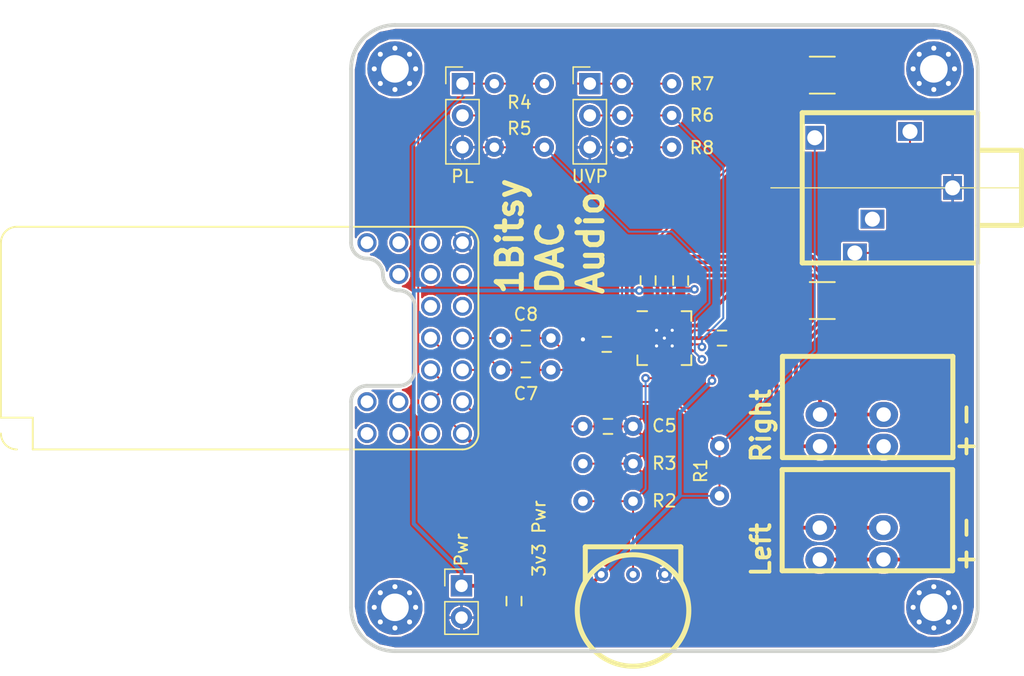
<source format=kicad_pcb>
(kicad_pcb (version 4) (host pcbnew 4.0.7)

  (general
    (links 96)
    (no_connects 0)
    (area 99.849999 99.849999 150.150001 150.150001)
    (thickness 1.6)
    (drawings 22)
    (tracks 225)
    (zones 0)
    (modules 32)
    (nets 32)
  )

  (page A4)
  (layers
    (0 F.Cu signal)
    (31 B.Cu signal hide)
    (32 B.Adhes user hide)
    (33 F.Adhes user hide)
    (34 B.Paste user)
    (35 F.Paste user)
    (36 B.SilkS user)
    (37 F.SilkS user)
    (38 B.Mask user)
    (39 F.Mask user)
    (40 Dwgs.User user hide)
    (41 Cmts.User user hide)
    (42 Eco1.User user hide)
    (43 Eco2.User user hide)
    (44 Edge.Cuts user)
    (46 B.CrtYd user)
    (47 F.CrtYd user)
    (48 B.Fab user hide)
    (49 F.Fab user hide)
  )

  (setup
    (last_trace_width 0.1524)
    (trace_clearance 0.1524)
    (zone_clearance 0.508)
    (zone_45_only no)
    (trace_min 0.1524)
    (segment_width 0.2)
    (edge_width 0.3)
    (via_size 0.6858)
    (via_drill 0.3302)
    (via_min_size 0.6858)
    (via_min_drill 0.3302)
    (uvia_size 0.762)
    (uvia_drill 0.1)
    (uvias_allowed no)
    (uvia_min_size 0)
    (uvia_min_drill 0)
    (pcb_text_width 0.3)
    (pcb_text_size 1.5 1.5)
    (mod_edge_width 0.15)
    (mod_text_size 1 1)
    (mod_text_width 0.15)
    (pad_size 1.7 1.7)
    (pad_drill 1)
    (pad_to_mask_clearance 0)
    (aux_axis_origin 0 0)
    (visible_elements FFFFEF7F)
    (pcbplotparams
      (layerselection 0x00030_80000001)
      (usegerberextensions false)
      (excludeedgelayer true)
      (linewidth 0.100000)
      (plotframeref false)
      (viasonmask false)
      (mode 1)
      (useauxorigin false)
      (hpglpennumber 1)
      (hpglpenspeed 20)
      (hpglpendiameter 15)
      (hpglpenoverlay 2)
      (psnegative false)
      (psa4output false)
      (plotreference true)
      (plotvalue true)
      (plotinvisibletext false)
      (padsonsilk false)
      (subtractmaskfromsilk false)
      (outputformat 1)
      (mirror false)
      (drillshape 1)
      (scaleselection 1)
      (outputdirectory ""))
  )

  (net 0 "")
  (net 1 VDD)
  (net 2 GND)
  (net 3 /VOL_ADC)
  (net 4 "Net-(C6-Pad1)")
  (net 5 "Net-(C7-Pad1)")
  (net 6 /DAC_L)
  (net 7 "Net-(C8-Pad1)")
  (net 8 /DAC_R)
  (net 9 "Net-(C9-Pad1)")
  (net 10 "Net-(C9-Pad2)")
  (net 11 "Net-(C10-Pad1)")
  (net 12 "Net-(C10-Pad2)")
  (net 13 "Net-(J2-Pad3)")
  (net 14 /TIP_SW)
  (net 15 "Net-(J3-Pad2)")
  (net 16 "Net-(J4-Pad1)")
  (net 17 "Net-(J4-Pad2)")
  (net 18 +3V3)
  (net 19 "Net-(J5-Pad2)")
  (net 20 "Net-(J6-Pad1)")
  (net 21 "Net-(J6-Pad2)")
  (net 22 "Net-(R2-Pad1)")
  (net 23 "Net-(R6-Pad2)")
  (net 24 /~SHUTDOWN)
  (net 25 /MUTE)
  (net 26 "Net-(U2-Pad14)")
  (net 27 "Net-(U2-Pad17)")
  (net 28 "Net-(U2-Pad37)")
  (net 29 "Net-(U2-Pad38)")
  (net 30 "Net-(U2-Pad39)")
  (net 31 "Net-(U2-Pad40)")

  (net_class Default "This is the default net class."
    (clearance 0.1524)
    (trace_width 0.1524)
    (via_dia 0.6858)
    (via_drill 0.3302)
    (uvia_dia 0.762)
    (uvia_drill 0.1)
    (add_net +3V3)
    (add_net /DAC_L)
    (add_net /DAC_R)
    (add_net /MUTE)
    (add_net /TIP_SW)
    (add_net /VOL_ADC)
    (add_net /~SHUTDOWN)
    (add_net GND)
    (add_net "Net-(C10-Pad1)")
    (add_net "Net-(C10-Pad2)")
    (add_net "Net-(C6-Pad1)")
    (add_net "Net-(C7-Pad1)")
    (add_net "Net-(C8-Pad1)")
    (add_net "Net-(C9-Pad1)")
    (add_net "Net-(C9-Pad2)")
    (add_net "Net-(J2-Pad3)")
    (add_net "Net-(J3-Pad2)")
    (add_net "Net-(J5-Pad2)")
    (add_net "Net-(R2-Pad1)")
    (add_net "Net-(R6-Pad2)")
    (add_net "Net-(U2-Pad14)")
    (add_net "Net-(U2-Pad17)")
    (add_net "Net-(U2-Pad37)")
    (add_net "Net-(U2-Pad38)")
    (add_net "Net-(U2-Pad39)")
    (add_net "Net-(U2-Pad40)")
  )

  (net_class Power ""
    (clearance 0.1524)
    (trace_width 0.3)
    (via_dia 0.6858)
    (via_drill 0.3302)
    (uvia_dia 0.762)
    (uvia_drill 0.1)
    (add_net VDD)
  )

  (net_class Speaker ""
    (clearance 0.1524)
    (trace_width 0.3)
    (via_dia 0.6858)
    (via_drill 0.3302)
    (uvia_dia 0.762)
    (uvia_drill 0.1)
    (add_net "Net-(J4-Pad1)")
    (add_net "Net-(J4-Pad2)")
    (add_net "Net-(J6-Pad1)")
    (add_net "Net-(J6-Pad2)")
  )

  (module Capacitors_SMD:C_0603 placed (layer F.Cu) (tedit 59F911CC) (tstamp 59F8DFDB)
    (at 113 146 270)
    (descr "Capacitor SMD 0603, reflow soldering, AVX (see smccp.pdf)")
    (tags "capacitor 0603")
    (path /59F3DE40)
    (attr smd)
    (fp_text reference C1 (at 0 -1.9 270) (layer F.SilkS) hide
      (effects (font (size 1 1) (thickness 0.15)))
    )
    (fp_text value 10µF (at 0 1.9 270) (layer F.Fab)
      (effects (font (size 1 1) (thickness 0.15)))
    )
    (fp_line (start -0.8 0.4) (end -0.8 -0.4) (layer F.Fab) (width 0.15))
    (fp_line (start 0.8 0.4) (end -0.8 0.4) (layer F.Fab) (width 0.15))
    (fp_line (start 0.8 -0.4) (end 0.8 0.4) (layer F.Fab) (width 0.15))
    (fp_line (start -0.8 -0.4) (end 0.8 -0.4) (layer F.Fab) (width 0.15))
    (fp_line (start -1.45 -0.75) (end 1.45 -0.75) (layer F.CrtYd) (width 0.05))
    (fp_line (start -1.45 0.75) (end 1.45 0.75) (layer F.CrtYd) (width 0.05))
    (fp_line (start -1.45 -0.75) (end -1.45 0.75) (layer F.CrtYd) (width 0.05))
    (fp_line (start 1.45 -0.75) (end 1.45 0.75) (layer F.CrtYd) (width 0.05))
    (fp_line (start -0.35 -0.6) (end 0.35 -0.6) (layer F.SilkS) (width 0.15))
    (fp_line (start 0.35 0.6) (end -0.35 0.6) (layer F.SilkS) (width 0.15))
    (pad 1 smd rect (at -0.75 0 270) (size 0.8 0.75) (layers F.Cu F.Paste F.Mask)
      (net 1 VDD))
    (pad 2 smd rect (at 0.75 0 270) (size 0.8 0.75) (layers F.Cu F.Paste F.Mask)
      (net 2 GND))
    (model Capacitors_SMD.3dshapes/C_0603.wrl
      (at (xyz 0 0 0))
      (scale (xyz 1 1 1))
      (rotate (xyz 0 0 0))
    )
  )

  (module Capacitors_SMD:C_0603 placed (layer F.Cu) (tedit 59F91368) (tstamp 59F8DFEB)
    (at 126.3 120.4 90)
    (descr "Capacitor SMD 0603, reflow soldering, AVX (see smccp.pdf)")
    (tags "capacitor 0603")
    (path /59F3DEA5)
    (attr smd)
    (fp_text reference C2 (at 0 -1.9 90) (layer F.SilkS) hide
      (effects (font (size 1 1) (thickness 0.15)))
    )
    (fp_text value 100nF (at 0 1.9 90) (layer F.Fab)
      (effects (font (size 1 1) (thickness 0.15)))
    )
    (fp_line (start -0.8 0.4) (end -0.8 -0.4) (layer F.Fab) (width 0.15))
    (fp_line (start 0.8 0.4) (end -0.8 0.4) (layer F.Fab) (width 0.15))
    (fp_line (start 0.8 -0.4) (end 0.8 0.4) (layer F.Fab) (width 0.15))
    (fp_line (start -0.8 -0.4) (end 0.8 -0.4) (layer F.Fab) (width 0.15))
    (fp_line (start -1.45 -0.75) (end 1.45 -0.75) (layer F.CrtYd) (width 0.05))
    (fp_line (start -1.45 0.75) (end 1.45 0.75) (layer F.CrtYd) (width 0.05))
    (fp_line (start -1.45 -0.75) (end -1.45 0.75) (layer F.CrtYd) (width 0.05))
    (fp_line (start 1.45 -0.75) (end 1.45 0.75) (layer F.CrtYd) (width 0.05))
    (fp_line (start -0.35 -0.6) (end 0.35 -0.6) (layer F.SilkS) (width 0.15))
    (fp_line (start 0.35 0.6) (end -0.35 0.6) (layer F.SilkS) (width 0.15))
    (pad 1 smd rect (at -0.75 0 90) (size 0.8 0.75) (layers F.Cu F.Paste F.Mask)
      (net 1 VDD))
    (pad 2 smd rect (at 0.75 0 90) (size 0.8 0.75) (layers F.Cu F.Paste F.Mask)
      (net 2 GND))
    (model Capacitors_SMD.3dshapes/C_0603.wrl
      (at (xyz 0 0 0))
      (scale (xyz 1 1 1))
      (rotate (xyz 0 0 0))
    )
  )

  (module Capacitors_SMD:C_0603 placed (layer F.Cu) (tedit 59F9135C) (tstamp 59F8DFFB)
    (at 123.7 120.4 90)
    (descr "Capacitor SMD 0603, reflow soldering, AVX (see smccp.pdf)")
    (tags "capacitor 0603")
    (path /59F3DEF1)
    (attr smd)
    (fp_text reference C3 (at 0 -1.9 90) (layer F.SilkS) hide
      (effects (font (size 1 1) (thickness 0.15)))
    )
    (fp_text value 100nF (at 0 1.9 90) (layer F.Fab)
      (effects (font (size 1 1) (thickness 0.15)))
    )
    (fp_line (start -0.8 0.4) (end -0.8 -0.4) (layer F.Fab) (width 0.15))
    (fp_line (start 0.8 0.4) (end -0.8 0.4) (layer F.Fab) (width 0.15))
    (fp_line (start 0.8 -0.4) (end 0.8 0.4) (layer F.Fab) (width 0.15))
    (fp_line (start -0.8 -0.4) (end 0.8 -0.4) (layer F.Fab) (width 0.15))
    (fp_line (start -1.45 -0.75) (end 1.45 -0.75) (layer F.CrtYd) (width 0.05))
    (fp_line (start -1.45 0.75) (end 1.45 0.75) (layer F.CrtYd) (width 0.05))
    (fp_line (start -1.45 -0.75) (end -1.45 0.75) (layer F.CrtYd) (width 0.05))
    (fp_line (start 1.45 -0.75) (end 1.45 0.75) (layer F.CrtYd) (width 0.05))
    (fp_line (start -0.35 -0.6) (end 0.35 -0.6) (layer F.SilkS) (width 0.15))
    (fp_line (start 0.35 0.6) (end -0.35 0.6) (layer F.SilkS) (width 0.15))
    (pad 1 smd rect (at -0.75 0 90) (size 0.8 0.75) (layers F.Cu F.Paste F.Mask)
      (net 1 VDD))
    (pad 2 smd rect (at 0.75 0 90) (size 0.8 0.75) (layers F.Cu F.Paste F.Mask)
      (net 2 GND))
    (model Capacitors_SMD.3dshapes/C_0603.wrl
      (at (xyz 0 0 0))
      (scale (xyz 1 1 1))
      (rotate (xyz 0 0 0))
    )
  )

  (module Capacitors_SMD:C_0603 placed (layer F.Cu) (tedit 59F91361) (tstamp 59F8E00B)
    (at 129.6 125)
    (descr "Capacitor SMD 0603, reflow soldering, AVX (see smccp.pdf)")
    (tags "capacitor 0603")
    (path /59F3DF40)
    (attr smd)
    (fp_text reference C4 (at 0 -1.9) (layer F.SilkS) hide
      (effects (font (size 1 1) (thickness 0.15)))
    )
    (fp_text value 100nF (at 0 1.9) (layer F.Fab)
      (effects (font (size 1 1) (thickness 0.15)))
    )
    (fp_line (start -0.8 0.4) (end -0.8 -0.4) (layer F.Fab) (width 0.15))
    (fp_line (start 0.8 0.4) (end -0.8 0.4) (layer F.Fab) (width 0.15))
    (fp_line (start 0.8 -0.4) (end 0.8 0.4) (layer F.Fab) (width 0.15))
    (fp_line (start -0.8 -0.4) (end 0.8 -0.4) (layer F.Fab) (width 0.15))
    (fp_line (start -1.45 -0.75) (end 1.45 -0.75) (layer F.CrtYd) (width 0.05))
    (fp_line (start -1.45 0.75) (end 1.45 0.75) (layer F.CrtYd) (width 0.05))
    (fp_line (start -1.45 -0.75) (end -1.45 0.75) (layer F.CrtYd) (width 0.05))
    (fp_line (start 1.45 -0.75) (end 1.45 0.75) (layer F.CrtYd) (width 0.05))
    (fp_line (start -0.35 -0.6) (end 0.35 -0.6) (layer F.SilkS) (width 0.15))
    (fp_line (start 0.35 0.6) (end -0.35 0.6) (layer F.SilkS) (width 0.15))
    (pad 1 smd rect (at -0.75 0) (size 0.8 0.75) (layers F.Cu F.Paste F.Mask)
      (net 1 VDD))
    (pad 2 smd rect (at 0.75 0) (size 0.8 0.75) (layers F.Cu F.Paste F.Mask)
      (net 2 GND))
    (model Capacitors_SMD.3dshapes/C_0603.wrl
      (at (xyz 0 0 0))
      (scale (xyz 1 1 1))
      (rotate (xyz 0 0 0))
    )
  )

  (module audio-repair:C_0603_TH placed (layer F.Cu) (tedit 59F737C3) (tstamp 59F8E01D)
    (at 118.5 132.05)
    (descr "Capacitor SMD 0603, reflow soldering, AVX (see smccp.pdf)")
    (tags "capacitor 0603")
    (path /59F39E49)
    (attr smd)
    (fp_text reference C5 (at 6.5 -0.05) (layer F.SilkS)
      (effects (font (size 1 1) (thickness 0.15)))
    )
    (fp_text value 10nF (at 2 1.9) (layer F.Fab)
      (effects (font (size 1 1) (thickness 0.15)))
    )
    (fp_line (start 1.2 0.4) (end 1.2 -0.4) (layer F.Fab) (width 0.15))
    (fp_line (start 2.8 0.4) (end 1.2 0.4) (layer F.Fab) (width 0.15))
    (fp_line (start 2.8 -0.4) (end 2.8 0.4) (layer F.Fab) (width 0.15))
    (fp_line (start 1.2 -0.4) (end 2.8 -0.4) (layer F.Fab) (width 0.15))
    (fp_line (start 0.55 -0.75) (end 3.45 -0.75) (layer F.CrtYd) (width 0.05))
    (fp_line (start 0.55 0.75) (end 3.45 0.75) (layer F.CrtYd) (width 0.05))
    (fp_line (start 0.55 -0.75) (end 0.55 0.75) (layer F.CrtYd) (width 0.05))
    (fp_line (start 3.45 -0.75) (end 3.45 0.75) (layer F.CrtYd) (width 0.05))
    (fp_line (start 1.65 -0.6) (end 2.35 -0.6) (layer F.SilkS) (width 0.15))
    (fp_line (start 2.35 0.6) (end 1.65 0.6) (layer F.SilkS) (width 0.15))
    (pad 1 smd rect (at 1.25 0) (size 0.8 0.75) (layers F.Cu F.Paste F.Mask)
      (net 3 /VOL_ADC))
    (pad 2 smd rect (at 2.75 0) (size 0.8 0.75) (layers F.Cu F.Paste F.Mask)
      (net 2 GND))
    (pad 2 thru_hole circle (at 4 0) (size 1.524 1.524) (drill 0.762) (layers *.Cu *.Mask)
      (net 2 GND))
    (pad 1 thru_hole circle (at 0 0) (size 1.524 1.524) (drill 0.762) (layers *.Cu *.Mask)
      (net 3 /VOL_ADC))
    (model Capacitors_SMD.3dshapes/C_0603.wrl
      (at (xyz 0.0787402 0 0))
      (scale (xyz 1 1 1))
      (rotate (xyz 0 0 0))
    )
  )

  (module Capacitors_SMD:C_0603 placed (layer F.Cu) (tedit 59F91259) (tstamp 59F8E02D)
    (at 120.4 125.5 180)
    (descr "Capacitor SMD 0603, reflow soldering, AVX (see smccp.pdf)")
    (tags "capacitor 0603")
    (path /59F364C0)
    (attr smd)
    (fp_text reference C6 (at 0 -1.9 180) (layer F.SilkS) hide
      (effects (font (size 1 1) (thickness 0.15)))
    )
    (fp_text value 1µF (at 0 1.9 180) (layer F.Fab)
      (effects (font (size 1 1) (thickness 0.15)))
    )
    (fp_line (start -0.8 0.4) (end -0.8 -0.4) (layer F.Fab) (width 0.15))
    (fp_line (start 0.8 0.4) (end -0.8 0.4) (layer F.Fab) (width 0.15))
    (fp_line (start 0.8 -0.4) (end 0.8 0.4) (layer F.Fab) (width 0.15))
    (fp_line (start -0.8 -0.4) (end 0.8 -0.4) (layer F.Fab) (width 0.15))
    (fp_line (start -1.45 -0.75) (end 1.45 -0.75) (layer F.CrtYd) (width 0.05))
    (fp_line (start -1.45 0.75) (end 1.45 0.75) (layer F.CrtYd) (width 0.05))
    (fp_line (start -1.45 -0.75) (end -1.45 0.75) (layer F.CrtYd) (width 0.05))
    (fp_line (start 1.45 -0.75) (end 1.45 0.75) (layer F.CrtYd) (width 0.05))
    (fp_line (start -0.35 -0.6) (end 0.35 -0.6) (layer F.SilkS) (width 0.15))
    (fp_line (start 0.35 0.6) (end -0.35 0.6) (layer F.SilkS) (width 0.15))
    (pad 1 smd rect (at -0.75 0 180) (size 0.8 0.75) (layers F.Cu F.Paste F.Mask)
      (net 4 "Net-(C6-Pad1)"))
    (pad 2 smd rect (at 0.75 0 180) (size 0.8 0.75) (layers F.Cu F.Paste F.Mask)
      (net 2 GND))
    (model Capacitors_SMD.3dshapes/C_0603.wrl
      (at (xyz 0 0 0))
      (scale (xyz 1 1 1))
      (rotate (xyz 0 0 0))
    )
  )

  (module audio-repair:C_0603_TH placed (layer F.Cu) (tedit 59F9132C) (tstamp 59F8E03F)
    (at 115.95 127.54 180)
    (descr "Capacitor SMD 0603, reflow soldering, AVX (see smccp.pdf)")
    (tags "capacitor 0603")
    (path /59F3AD5F)
    (attr smd)
    (fp_text reference C7 (at 2 -1.9 180) (layer F.SilkS)
      (effects (font (size 1 1) (thickness 0.15)))
    )
    (fp_text value 220nF (at 2 1.9 180) (layer F.Fab)
      (effects (font (size 1 1) (thickness 0.15)))
    )
    (fp_line (start 1.2 0.4) (end 1.2 -0.4) (layer F.Fab) (width 0.15))
    (fp_line (start 2.8 0.4) (end 1.2 0.4) (layer F.Fab) (width 0.15))
    (fp_line (start 2.8 -0.4) (end 2.8 0.4) (layer F.Fab) (width 0.15))
    (fp_line (start 1.2 -0.4) (end 2.8 -0.4) (layer F.Fab) (width 0.15))
    (fp_line (start 0.55 -0.75) (end 3.45 -0.75) (layer F.CrtYd) (width 0.05))
    (fp_line (start 0.55 0.75) (end 3.45 0.75) (layer F.CrtYd) (width 0.05))
    (fp_line (start 0.55 -0.75) (end 0.55 0.75) (layer F.CrtYd) (width 0.05))
    (fp_line (start 3.45 -0.75) (end 3.45 0.75) (layer F.CrtYd) (width 0.05))
    (fp_line (start 1.65 -0.6) (end 2.35 -0.6) (layer F.SilkS) (width 0.15))
    (fp_line (start 2.35 0.6) (end 1.65 0.6) (layer F.SilkS) (width 0.15))
    (pad 1 smd rect (at 1.25 0 180) (size 0.8 0.75) (layers F.Cu F.Paste F.Mask)
      (net 5 "Net-(C7-Pad1)"))
    (pad 2 smd rect (at 2.75 0 180) (size 0.8 0.75) (layers F.Cu F.Paste F.Mask)
      (net 6 /DAC_L))
    (pad 2 thru_hole circle (at 4 0 180) (size 1.524 1.524) (drill 0.762) (layers *.Cu *.Mask)
      (net 6 /DAC_L))
    (pad 1 thru_hole circle (at 0 0 180) (size 1.524 1.524) (drill 0.762) (layers *.Cu *.Mask)
      (net 5 "Net-(C7-Pad1)"))
    (model Capacitors_SMD.3dshapes/C_0603.wrl
      (at (xyz 0.0787402 0 0))
      (scale (xyz 1 1 1))
      (rotate (xyz 0 0 0))
    )
  )

  (module audio-repair:C_0603_TH placed (layer F.Cu) (tedit 59F91322) (tstamp 59F8E051)
    (at 115.95 125 180)
    (descr "Capacitor SMD 0603, reflow soldering, AVX (see smccp.pdf)")
    (tags "capacitor 0603")
    (path /59F3AE10)
    (attr smd)
    (fp_text reference C8 (at 2 1.9 180) (layer F.SilkS)
      (effects (font (size 1 1) (thickness 0.15)))
    )
    (fp_text value 220nF (at 2 1.9 180) (layer F.Fab)
      (effects (font (size 1 1) (thickness 0.15)))
    )
    (fp_line (start 1.2 0.4) (end 1.2 -0.4) (layer F.Fab) (width 0.15))
    (fp_line (start 2.8 0.4) (end 1.2 0.4) (layer F.Fab) (width 0.15))
    (fp_line (start 2.8 -0.4) (end 2.8 0.4) (layer F.Fab) (width 0.15))
    (fp_line (start 1.2 -0.4) (end 2.8 -0.4) (layer F.Fab) (width 0.15))
    (fp_line (start 0.55 -0.75) (end 3.45 -0.75) (layer F.CrtYd) (width 0.05))
    (fp_line (start 0.55 0.75) (end 3.45 0.75) (layer F.CrtYd) (width 0.05))
    (fp_line (start 0.55 -0.75) (end 0.55 0.75) (layer F.CrtYd) (width 0.05))
    (fp_line (start 3.45 -0.75) (end 3.45 0.75) (layer F.CrtYd) (width 0.05))
    (fp_line (start 1.65 -0.6) (end 2.35 -0.6) (layer F.SilkS) (width 0.15))
    (fp_line (start 2.35 0.6) (end 1.65 0.6) (layer F.SilkS) (width 0.15))
    (pad 1 smd rect (at 1.25 0 180) (size 0.8 0.75) (layers F.Cu F.Paste F.Mask)
      (net 7 "Net-(C8-Pad1)"))
    (pad 2 smd rect (at 2.75 0 180) (size 0.8 0.75) (layers F.Cu F.Paste F.Mask)
      (net 8 /DAC_R))
    (pad 2 thru_hole circle (at 4 0 180) (size 1.524 1.524) (drill 0.762) (layers *.Cu *.Mask)
      (net 8 /DAC_R))
    (pad 1 thru_hole circle (at 0 0 180) (size 1.524 1.524) (drill 0.762) (layers *.Cu *.Mask)
      (net 7 "Net-(C8-Pad1)"))
    (model Capacitors_SMD.3dshapes/C_0603.wrl
      (at (xyz 0.0787402 0 0))
      (scale (xyz 1 1 1))
      (rotate (xyz 0 0 0))
    )
  )

  (module Capacitors_SMD:C_1210 placed (layer F.Cu) (tedit 59F9111F) (tstamp 59F8E061)
    (at 137.6 122)
    (descr "Capacitor SMD 1210, reflow soldering, AVX (see smccp.pdf)")
    (tags "capacitor 1210")
    (path /59F371F5)
    (attr smd)
    (fp_text reference C9 (at 0 -2.7) (layer F.SilkS) hide
      (effects (font (size 1 1) (thickness 0.15)))
    )
    (fp_text value 220µF (at 0 2.7) (layer F.Fab)
      (effects (font (size 1 1) (thickness 0.15)))
    )
    (fp_line (start -1.6 1.25) (end -1.6 -1.25) (layer F.Fab) (width 0.15))
    (fp_line (start 1.6 1.25) (end -1.6 1.25) (layer F.Fab) (width 0.15))
    (fp_line (start 1.6 -1.25) (end 1.6 1.25) (layer F.Fab) (width 0.15))
    (fp_line (start -1.6 -1.25) (end 1.6 -1.25) (layer F.Fab) (width 0.15))
    (fp_line (start -2.3 -1.6) (end 2.3 -1.6) (layer F.CrtYd) (width 0.05))
    (fp_line (start -2.3 1.6) (end 2.3 1.6) (layer F.CrtYd) (width 0.05))
    (fp_line (start -2.3 -1.6) (end -2.3 1.6) (layer F.CrtYd) (width 0.05))
    (fp_line (start 2.3 -1.6) (end 2.3 1.6) (layer F.CrtYd) (width 0.05))
    (fp_line (start 1 -1.475) (end -1 -1.475) (layer F.SilkS) (width 0.15))
    (fp_line (start -1 1.475) (end 1 1.475) (layer F.SilkS) (width 0.15))
    (pad 1 smd rect (at -1.5 0) (size 1 2.5) (layers F.Cu F.Paste F.Mask)
      (net 9 "Net-(C9-Pad1)"))
    (pad 2 smd rect (at 1.5 0) (size 1 2.5) (layers F.Cu F.Paste F.Mask)
      (net 10 "Net-(C9-Pad2)"))
    (model Capacitors_SMD.3dshapes/C_1210.wrl
      (at (xyz 0 0 0))
      (scale (xyz 1 1 1))
      (rotate (xyz 0 0 0))
    )
  )

  (module Capacitors_SMD:C_1210 placed (layer F.Cu) (tedit 59F91119) (tstamp 59F8E071)
    (at 137.6 104)
    (descr "Capacitor SMD 1210, reflow soldering, AVX (see smccp.pdf)")
    (tags "capacitor 1210")
    (path /59F37226)
    (attr smd)
    (fp_text reference C10 (at 0 -2.7) (layer F.SilkS) hide
      (effects (font (size 1 1) (thickness 0.15)))
    )
    (fp_text value 220µF (at 0 2.7) (layer F.Fab)
      (effects (font (size 1 1) (thickness 0.15)))
    )
    (fp_line (start -1.6 1.25) (end -1.6 -1.25) (layer F.Fab) (width 0.15))
    (fp_line (start 1.6 1.25) (end -1.6 1.25) (layer F.Fab) (width 0.15))
    (fp_line (start 1.6 -1.25) (end 1.6 1.25) (layer F.Fab) (width 0.15))
    (fp_line (start -1.6 -1.25) (end 1.6 -1.25) (layer F.Fab) (width 0.15))
    (fp_line (start -2.3 -1.6) (end 2.3 -1.6) (layer F.CrtYd) (width 0.05))
    (fp_line (start -2.3 1.6) (end 2.3 1.6) (layer F.CrtYd) (width 0.05))
    (fp_line (start -2.3 -1.6) (end -2.3 1.6) (layer F.CrtYd) (width 0.05))
    (fp_line (start 2.3 -1.6) (end 2.3 1.6) (layer F.CrtYd) (width 0.05))
    (fp_line (start 1 -1.475) (end -1 -1.475) (layer F.SilkS) (width 0.15))
    (fp_line (start -1 1.475) (end 1 1.475) (layer F.SilkS) (width 0.15))
    (pad 1 smd rect (at -1.5 0) (size 1 2.5) (layers F.Cu F.Paste F.Mask)
      (net 11 "Net-(C10-Pad1)"))
    (pad 2 smd rect (at 1.5 0) (size 1 2.5) (layers F.Cu F.Paste F.Mask)
      (net 12 "Net-(C10-Pad2)"))
    (model Capacitors_SMD.3dshapes/C_1210.wrl
      (at (xyz 0 0 0))
      (scale (xyz 1 1 1))
      (rotate (xyz 0 0 0))
    )
  )

  (module Pin_Headers:Pin_Header_Straight_1x02_Pitch2.54mm placed (layer F.Cu) (tedit 59F911DA) (tstamp 59F8E087)
    (at 108.81 144.78)
    (descr "Through hole straight pin header, 1x02, 2.54mm pitch, single row")
    (tags "Through hole pin header THT 1x02 2.54mm single row")
    (path /59F3BAA9)
    (fp_text reference Pwr (at -0.01 -2.88 90) (layer F.SilkS)
      (effects (font (size 1 1) (thickness 0.15)))
    )
    (fp_text value "Ext. Power" (at 0 4.87) (layer F.Fab)
      (effects (font (size 1 1) (thickness 0.15)))
    )
    (fp_line (start -0.635 -1.27) (end 1.27 -1.27) (layer F.Fab) (width 0.1))
    (fp_line (start 1.27 -1.27) (end 1.27 3.81) (layer F.Fab) (width 0.1))
    (fp_line (start 1.27 3.81) (end -1.27 3.81) (layer F.Fab) (width 0.1))
    (fp_line (start -1.27 3.81) (end -1.27 -0.635) (layer F.Fab) (width 0.1))
    (fp_line (start -1.27 -0.635) (end -0.635 -1.27) (layer F.Fab) (width 0.1))
    (fp_line (start -1.33 3.87) (end 1.33 3.87) (layer F.SilkS) (width 0.12))
    (fp_line (start -1.33 1.27) (end -1.33 3.87) (layer F.SilkS) (width 0.12))
    (fp_line (start 1.33 1.27) (end 1.33 3.87) (layer F.SilkS) (width 0.12))
    (fp_line (start -1.33 1.27) (end 1.33 1.27) (layer F.SilkS) (width 0.12))
    (fp_line (start -1.33 0) (end -1.33 -1.33) (layer F.SilkS) (width 0.12))
    (fp_line (start -1.33 -1.33) (end 0 -1.33) (layer F.SilkS) (width 0.12))
    (fp_line (start -1.8 -1.8) (end -1.8 4.35) (layer F.CrtYd) (width 0.05))
    (fp_line (start -1.8 4.35) (end 1.8 4.35) (layer F.CrtYd) (width 0.05))
    (fp_line (start 1.8 4.35) (end 1.8 -1.8) (layer F.CrtYd) (width 0.05))
    (fp_line (start 1.8 -1.8) (end -1.8 -1.8) (layer F.CrtYd) (width 0.05))
    (fp_text user %R (at 0 3.81 90) (layer F.Fab)
      (effects (font (size 1 1) (thickness 0.15)))
    )
    (pad 1 thru_hole rect (at 0 0) (size 1.7 1.7) (drill 1) (layers *.Cu *.Mask)
      (net 1 VDD))
    (pad 2 thru_hole oval (at 0 2.54) (size 1.7 1.7) (drill 1) (layers *.Cu *.Mask)
      (net 2 GND))
    (model ${KISYS3DMOD}/Pin_Headers.3dshapes/Pin_Header_Straight_1x02_Pitch2.54mm.wrl
      (at (xyz 0 0 0))
      (scale (xyz 1 1 1))
      (rotate (xyz 0 0 0))
    )
  )

  (module audio-repair:Switchcraft_35RAPC4BHN3 placed (layer F.Cu) (tedit 59F9108F) (tstamp 59F8E099)
    (at 150 113 180)
    (path /59F3F362)
    (fp_text reference J2 (at 2.5 7 180) (layer F.SilkS) hide
      (effects (font (size 1 1) (thickness 0.15)))
    )
    (fp_text value Switchcraft_35RAPC4BHN3 (at 10 -7 180) (layer F.Fab)
      (effects (font (size 1 1) (thickness 0.15)))
    )
    (fp_line (start -3.5 3) (end 0 3) (layer F.SilkS) (width 0.4))
    (fp_line (start -3.5 -3) (end -3.5 3) (layer F.SilkS) (width 0.4))
    (fp_line (start 0 -3) (end -3.5 -3) (layer F.SilkS) (width 0.4))
    (fp_line (start 0 6) (end 0 0) (layer F.SilkS) (width 0.4))
    (fp_line (start 14 6) (end 0 6) (layer F.SilkS) (width 0.4))
    (fp_line (start 14 -6) (end 14 6) (layer F.SilkS) (width 0.4))
    (fp_line (start 0 -6) (end 14 -6) (layer F.SilkS) (width 0.4))
    (fp_line (start 0 0) (end 0 -6) (layer F.SilkS) (width 0.4))
    (fp_line (start -3.5 0) (end 16.5 0) (layer F.SilkS) (width 0.1))
    (pad 1 thru_hole rect (at 2 0 180) (size 1.5 1.9) (drill 1.2) (layers *.Cu *.Mask)
      (net 2 GND))
    (pad 2 thru_hole rect (at 9.8 -5.2 180) (size 1.9 1.5) (drill 1.2) (layers *.Cu *.Mask)
      (net 12 "Net-(C10-Pad2)"))
    (pad 3 thru_hole rect (at 8.4 -2.5 180) (size 1.9 1.5) (drill 1.2) (layers *.Cu *.Mask)
      (net 13 "Net-(J2-Pad3)"))
    (pad 4 thru_hole rect (at 13 4 180) (size 1.5 1.9) (drill 1.2) (layers *.Cu *.Mask)
      (net 14 /TIP_SW))
    (pad 5 thru_hole rect (at 5.4 4.5 180) (size 1.9 1.5) (drill 1.2) (layers *.Cu *.Mask)
      (net 10 "Net-(C9-Pad2)"))
  )

  (module Pin_Headers:Pin_Header_Straight_1x03_Pitch2.54mm placed (layer F.Cu) (tedit 59F90F31) (tstamp 59F8E0B0)
    (at 108.89 104.68)
    (descr "Through hole straight pin header, 1x03, 2.54mm pitch, single row")
    (tags "Through hole pin header THT 1x03 2.54mm single row")
    (path /59F3CD72)
    (fp_text reference J3 (at 0 -2.33) (layer F.SilkS) hide
      (effects (font (size 1 1) (thickness 0.15)))
    )
    (fp_text value PL (at 0 7.41) (layer F.SilkS)
      (effects (font (size 1 1) (thickness 0.15)))
    )
    (fp_line (start -0.635 -1.27) (end 1.27 -1.27) (layer F.Fab) (width 0.1))
    (fp_line (start 1.27 -1.27) (end 1.27 6.35) (layer F.Fab) (width 0.1))
    (fp_line (start 1.27 6.35) (end -1.27 6.35) (layer F.Fab) (width 0.1))
    (fp_line (start -1.27 6.35) (end -1.27 -0.635) (layer F.Fab) (width 0.1))
    (fp_line (start -1.27 -0.635) (end -0.635 -1.27) (layer F.Fab) (width 0.1))
    (fp_line (start -1.33 6.41) (end 1.33 6.41) (layer F.SilkS) (width 0.12))
    (fp_line (start -1.33 1.27) (end -1.33 6.41) (layer F.SilkS) (width 0.12))
    (fp_line (start 1.33 1.27) (end 1.33 6.41) (layer F.SilkS) (width 0.12))
    (fp_line (start -1.33 1.27) (end 1.33 1.27) (layer F.SilkS) (width 0.12))
    (fp_line (start -1.33 0) (end -1.33 -1.33) (layer F.SilkS) (width 0.12))
    (fp_line (start -1.33 -1.33) (end 0 -1.33) (layer F.SilkS) (width 0.12))
    (fp_line (start -1.8 -1.8) (end -1.8 6.85) (layer F.CrtYd) (width 0.05))
    (fp_line (start -1.8 6.85) (end 1.8 6.85) (layer F.CrtYd) (width 0.05))
    (fp_line (start 1.8 6.85) (end 1.8 -1.8) (layer F.CrtYd) (width 0.05))
    (fp_line (start 1.8 -1.8) (end -1.8 -1.8) (layer F.CrtYd) (width 0.05))
    (fp_text user %R (at 0 2.54 90) (layer F.Fab)
      (effects (font (size 1 1) (thickness 0.15)))
    )
    (pad 1 thru_hole rect (at 0 0) (size 1.7 1.7) (drill 1) (layers *.Cu *.Mask)
      (net 1 VDD))
    (pad 2 thru_hole oval (at 0 2.54) (size 1.7 1.7) (drill 1) (layers *.Cu *.Mask)
      (net 15 "Net-(J3-Pad2)"))
    (pad 3 thru_hole oval (at 0 5.08) (size 1.7 1.7) (drill 1) (layers *.Cu *.Mask)
      (net 2 GND))
    (model ${KISYS3DMOD}/Pin_Headers.3dshapes/Pin_Header_Straight_1x03_Pitch2.54mm.wrl
      (at (xyz 0 0 0))
      (scale (xyz 1 1 1))
      (rotate (xyz 0 0 0))
    )
  )

  (module Pin_Headers:Pin_Header_Straight_1x03_Pitch2.54mm placed (layer F.Cu) (tedit 59F91103) (tstamp 59F8E0D4)
    (at 119.05 104.68)
    (descr "Through hole straight pin header, 1x03, 2.54mm pitch, single row")
    (tags "Through hole pin header THT 1x03 2.54mm single row")
    (path /59F3C073)
    (fp_text reference J5 (at 0 -2.33) (layer F.SilkS) hide
      (effects (font (size 1 1) (thickness 0.15)))
    )
    (fp_text value UVP (at 0 7.41) (layer F.SilkS)
      (effects (font (size 1 1) (thickness 0.15)))
    )
    (fp_line (start -0.635 -1.27) (end 1.27 -1.27) (layer F.Fab) (width 0.1))
    (fp_line (start 1.27 -1.27) (end 1.27 6.35) (layer F.Fab) (width 0.1))
    (fp_line (start 1.27 6.35) (end -1.27 6.35) (layer F.Fab) (width 0.1))
    (fp_line (start -1.27 6.35) (end -1.27 -0.635) (layer F.Fab) (width 0.1))
    (fp_line (start -1.27 -0.635) (end -0.635 -1.27) (layer F.Fab) (width 0.1))
    (fp_line (start -1.33 6.41) (end 1.33 6.41) (layer F.SilkS) (width 0.12))
    (fp_line (start -1.33 1.27) (end -1.33 6.41) (layer F.SilkS) (width 0.12))
    (fp_line (start 1.33 1.27) (end 1.33 6.41) (layer F.SilkS) (width 0.12))
    (fp_line (start -1.33 1.27) (end 1.33 1.27) (layer F.SilkS) (width 0.12))
    (fp_line (start -1.33 0) (end -1.33 -1.33) (layer F.SilkS) (width 0.12))
    (fp_line (start -1.33 -1.33) (end 0 -1.33) (layer F.SilkS) (width 0.12))
    (fp_line (start -1.8 -1.8) (end -1.8 6.85) (layer F.CrtYd) (width 0.05))
    (fp_line (start -1.8 6.85) (end 1.8 6.85) (layer F.CrtYd) (width 0.05))
    (fp_line (start 1.8 6.85) (end 1.8 -1.8) (layer F.CrtYd) (width 0.05))
    (fp_line (start 1.8 -1.8) (end -1.8 -1.8) (layer F.CrtYd) (width 0.05))
    (fp_text user %R (at 0 2.54 90) (layer F.Fab)
      (effects (font (size 1 1) (thickness 0.15)))
    )
    (pad 1 thru_hole rect (at 0 0) (size 1.7 1.7) (drill 1) (layers *.Cu *.Mask)
      (net 18 +3V3))
    (pad 2 thru_hole oval (at 0 2.54) (size 1.7 1.7) (drill 1) (layers *.Cu *.Mask)
      (net 19 "Net-(J5-Pad2)"))
    (pad 3 thru_hole oval (at 0 5.08) (size 1.7 1.7) (drill 1) (layers *.Cu *.Mask)
      (net 2 GND))
    (model ${KISYS3DMOD}/Pin_Headers.3dshapes/Pin_Header_Straight_1x03_Pitch2.54mm.wrl
      (at (xyz 0 0 0))
      (scale (xyz 1 1 1))
      (rotate (xyz 0 0 0))
    )
  )

  (module audio-repair:Solder_Jumper placed (layer F.Cu) (tedit 59F911EF) (tstamp 59F8E0E7)
    (at 113 141 90)
    (path /59F3D6DF)
    (fp_text reference "3v3 Pwr" (at 0 2 90) (layer F.SilkS)
      (effects (font (size 1 1) (thickness 0.15)))
    )
    (fp_text value Jumper (at 0 -2 90) (layer F.Fab)
      (effects (font (size 1 1) (thickness 0.15)))
    )
    (pad 1 smd rect (at -1 0 90) (size 1.8458 2.3) (layers F.Cu F.Mask)
      (net 1 VDD))
    (pad 2 smd rect (at 1 0 90) (size 1.8458 2.3) (layers F.Cu F.Mask)
      (net 18 +3V3))
  )

  (module audio-repair:R_0603_TH placed (layer F.Cu) (tedit 59F912B2) (tstamp 59F8E0EF)
    (at 129.4 137.6 90)
    (path /59F4E3B6)
    (fp_text reference R1 (at 2 -1.5 90) (layer F.SilkS)
      (effects (font (size 1 1) (thickness 0.15)))
    )
    (fp_text value 100K (at 2 -1.5 90) (layer F.Fab)
      (effects (font (size 1 1) (thickness 0.15)))
    )
    (pad 1 smd rect (at 1.25 0 90) (size 0.5 0.9) (layers F.Cu F.Paste F.Mask)
      (net 1 VDD))
    (pad 2 smd rect (at 2.75 0 90) (size 0.5 0.9) (layers F.Cu F.Paste F.Mask)
      (net 14 /TIP_SW))
    (pad 1 thru_hole circle (at 0 0 90) (size 1.524 1.524) (drill 0.762) (layers *.Cu *.Mask)
      (net 1 VDD))
    (pad 2 thru_hole circle (at 4 0 90) (size 1.524 1.524) (drill 0.762) (layers *.Cu *.Mask)
      (net 14 /TIP_SW))
    (model Resistors_SMD.3dshapes/R_0603.wrl
      (at (xyz 0.07874015748031496 0 0))
      (scale (xyz 1 1 1))
      (rotate (xyz 0 0 0))
    )
  )

  (module audio-repair:R_0603_TH placed (layer F.Cu) (tedit 59F737FF) (tstamp 59F8E0F7)
    (at 122.5 138.025 180)
    (path /59F39D4C)
    (fp_text reference R2 (at -2.5 0.025 180) (layer F.SilkS)
      (effects (font (size 1 1) (thickness 0.15)))
    )
    (fp_text value 680K (at 2 -1.5 180) (layer F.Fab)
      (effects (font (size 1 1) (thickness 0.15)))
    )
    (pad 1 smd rect (at 1.25 0 180) (size 0.5 0.9) (layers F.Cu F.Paste F.Mask)
      (net 22 "Net-(R2-Pad1)"))
    (pad 2 smd rect (at 2.75 0 180) (size 0.5 0.9) (layers F.Cu F.Paste F.Mask)
      (net 3 /VOL_ADC))
    (pad 1 thru_hole circle (at 0 0 180) (size 1.524 1.524) (drill 0.762) (layers *.Cu *.Mask)
      (net 22 "Net-(R2-Pad1)"))
    (pad 2 thru_hole circle (at 4 0 180) (size 1.524 1.524) (drill 0.762) (layers *.Cu *.Mask)
      (net 3 /VOL_ADC))
    (model Resistors_SMD.3dshapes/R_0603.wrl
      (at (xyz 0.07874015748031496 0 0))
      (scale (xyz 1 1 1))
      (rotate (xyz 0 0 0))
    )
  )

  (module audio-repair:R_0603_TH placed (layer F.Cu) (tedit 59F737FF) (tstamp 59F8E0FF)
    (at 118.5 135.025)
    (path /59F39DA0)
    (fp_text reference R3 (at 6.5 -0.025) (layer F.SilkS)
      (effects (font (size 1 1) (thickness 0.15)))
    )
    (fp_text value 1M (at 2 -1.5) (layer F.Fab)
      (effects (font (size 1 1) (thickness 0.15)))
    )
    (pad 1 smd rect (at 1.25 0) (size 0.5 0.9) (layers F.Cu F.Paste F.Mask)
      (net 3 /VOL_ADC))
    (pad 2 smd rect (at 2.75 0) (size 0.5 0.9) (layers F.Cu F.Paste F.Mask)
      (net 2 GND))
    (pad 1 thru_hole circle (at 0 0) (size 1.524 1.524) (drill 0.762) (layers *.Cu *.Mask)
      (net 3 /VOL_ADC))
    (pad 2 thru_hole circle (at 4 0) (size 1.524 1.524) (drill 0.762) (layers *.Cu *.Mask)
      (net 2 GND))
    (model Resistors_SMD.3dshapes/R_0603.wrl
      (at (xyz 0.07874015748031496 0 0))
      (scale (xyz 1 1 1))
      (rotate (xyz 0 0 0))
    )
  )

  (module audio-repair:R_0603_TH placed (layer F.Cu) (tedit 59F737FF) (tstamp 59F8E117)
    (at 121.59 107.22)
    (path /59F36EFB)
    (fp_text reference R6 (at 6.41 -0.02) (layer F.SilkS)
      (effects (font (size 1 1) (thickness 0.15)))
    )
    (fp_text value 100K (at 2 -1.5) (layer F.Fab)
      (effects (font (size 1 1) (thickness 0.15)))
    )
    (pad 1 smd rect (at 1.25 0) (size 0.5 0.9) (layers F.Cu F.Paste F.Mask)
      (net 19 "Net-(J5-Pad2)"))
    (pad 2 smd rect (at 2.75 0) (size 0.5 0.9) (layers F.Cu F.Paste F.Mask)
      (net 23 "Net-(R6-Pad2)"))
    (pad 1 thru_hole circle (at 0 0) (size 1.524 1.524) (drill 0.762) (layers *.Cu *.Mask)
      (net 19 "Net-(J5-Pad2)"))
    (pad 2 thru_hole circle (at 4 0) (size 1.524 1.524) (drill 0.762) (layers *.Cu *.Mask)
      (net 23 "Net-(R6-Pad2)"))
    (model Resistors_SMD.3dshapes/R_0603.wrl
      (at (xyz 0.07874 0 0))
      (scale (xyz 1 1 1))
      (rotate (xyz 0 0 0))
    )
  )

  (module audio-repair:Potentiometer_Bourns_3352T placed (layer F.Cu) (tedit 59F9115B) (tstamp 59F8E133)
    (at 122.5 146.75 180)
    (path /59F39A91)
    (fp_text reference RV1 (at 0 6 180) (layer F.SilkS) hide
      (effects (font (size 1 1) (thickness 0.15)))
    )
    (fp_text value 50K (at 0 -5.5 180) (layer F.Fab)
      (effects (font (size 1 1) (thickness 0.15)))
    )
    (fp_line (start 5 -3.3) (end -4.5 -3.3) (layer Dwgs.User) (width 0.1))
    (fp_line (start 3.81 5.085) (end 3.81 2.4) (layer F.SilkS) (width 0.4))
    (fp_line (start -3.81 5.085) (end 3.81 5.085) (layer F.SilkS) (width 0.4))
    (fp_line (start -3.81 5.085) (end -3.81 2.4) (layer F.SilkS) (width 0.4))
    (fp_circle (center 0 0) (end 0 -4.45) (layer F.SilkS) (width 0.4))
    (pad 1 thru_hole circle (at -2.54 2.875 180) (size 1.1 1.1) (drill 0.55) (layers *.Cu *.Mask)
      (net 2 GND))
    (pad 2 thru_hole circle (at 0 2.875 180) (size 1.1 1.1) (drill 0.55) (layers *.Cu *.Mask)
      (net 22 "Net-(R2-Pad1)"))
    (pad 3 thru_hole circle (at 2.54 2.875 180) (size 1.1 1.1) (drill 0.55) (layers *.Cu *.Mask)
      (net 1 VDD))
  )

  (module audio-repair:QFN-20-1EP_4x4mm_Pitch0.5mm placed (layer F.Cu) (tedit 59F910A6) (tstamp 59F8E164)
    (at 125 125)
    (descr "20-Lead Plastic Quad Flat, No Lead Package (ML) - 4x4x0.9 mm Body [QFN]; (see Microchip Packaging Specification 00000049BS.pdf)")
    (tags "QFN 0.5")
    (path /59F31AC5)
    (attr smd)
    (fp_text reference U1 (at 0 -3.33) (layer F.SilkS) hide
      (effects (font (size 1 1) (thickness 0.15)))
    )
    (fp_text value PAM8019KGR (at 0 3.33) (layer F.Fab)
      (effects (font (size 1 1) (thickness 0.15)))
    )
    (fp_line (start -1 -2) (end 2 -2) (layer F.Fab) (width 0.15))
    (fp_line (start 2 -2) (end 2 2) (layer F.Fab) (width 0.15))
    (fp_line (start 2 2) (end -2 2) (layer F.Fab) (width 0.15))
    (fp_line (start -2 2) (end -2 -1) (layer F.Fab) (width 0.15))
    (fp_line (start -2 -1) (end -1 -2) (layer F.Fab) (width 0.15))
    (fp_line (start -2.6 -2.6) (end -2.6 2.6) (layer F.CrtYd) (width 0.05))
    (fp_line (start 2.6 -2.6) (end 2.6 2.6) (layer F.CrtYd) (width 0.05))
    (fp_line (start -2.6 -2.6) (end 2.6 -2.6) (layer F.CrtYd) (width 0.05))
    (fp_line (start -2.6 2.6) (end 2.6 2.6) (layer F.CrtYd) (width 0.05))
    (fp_line (start 2.15 -2.15) (end 2.15 -1.375) (layer F.SilkS) (width 0.15))
    (fp_line (start -2.15 2.15) (end -2.15 1.375) (layer F.SilkS) (width 0.15))
    (fp_line (start 2.15 2.15) (end 2.15 1.375) (layer F.SilkS) (width 0.15))
    (fp_line (start -2.15 -2.15) (end -1.375 -2.15) (layer F.SilkS) (width 0.15))
    (fp_line (start -2.15 2.15) (end -1.375 2.15) (layer F.SilkS) (width 0.15))
    (fp_line (start 2.15 2.15) (end 1.375 2.15) (layer F.SilkS) (width 0.15))
    (fp_line (start 2.15 -2.15) (end 1.375 -2.15) (layer F.SilkS) (width 0.15))
    (pad 1 smd oval (at -1.965 -1) (size 0.73 0.3) (layers F.Cu F.Paste F.Mask)
      (net 21 "Net-(J6-Pad2)"))
    (pad 2 smd oval (at -1.965 -0.5) (size 0.73 0.3) (layers F.Cu F.Paste F.Mask)
      (net 11 "Net-(C10-Pad1)"))
    (pad 3 smd oval (at -1.965 0) (size 0.73 0.3) (layers F.Cu F.Paste F.Mask)
      (net 24 /~SHUTDOWN))
    (pad 4 smd oval (at -1.965 0.5) (size 0.73 0.3) (layers F.Cu F.Paste F.Mask)
      (net 4 "Net-(C6-Pad1)"))
    (pad 5 smd oval (at -1.965 1) (size 0.73 0.3) (layers F.Cu F.Paste F.Mask)
      (net 7 "Net-(C8-Pad1)"))
    (pad 6 smd oval (at -1 1.965 90) (size 0.73 0.3) (layers F.Cu F.Paste F.Mask)
      (net 2 GND))
    (pad 7 smd oval (at -0.5 1.965 90) (size 0.73 0.3) (layers F.Cu F.Paste F.Mask)
      (net 5 "Net-(C7-Pad1)"))
    (pad 8 smd oval (at 0 1.965 90) (size 0.73 0.3) (layers F.Cu F.Paste F.Mask)
      (net 22 "Net-(R2-Pad1)"))
    (pad 9 smd oval (at 0.5 1.965 90) (size 0.73 0.3) (layers F.Cu F.Paste F.Mask)
      (net 25 /MUTE))
    (pad 10 smd oval (at 1 1.965 90) (size 0.73 0.3) (layers F.Cu F.Paste F.Mask)
      (net 14 /TIP_SW))
    (pad 11 smd oval (at 1.965 1) (size 0.73 0.3) (layers F.Cu F.Paste F.Mask)
      (net 15 "Net-(J3-Pad2)"))
    (pad 12 smd oval (at 1.965 0.5) (size 0.73 0.3) (layers F.Cu F.Paste F.Mask)
      (net 23 "Net-(R6-Pad2)"))
    (pad 13 smd oval (at 1.965 0) (size 0.73 0.3) (layers F.Cu F.Paste F.Mask)
      (net 1 VDD))
    (pad 14 smd oval (at 1.965 -0.5) (size 0.73 0.3) (layers F.Cu F.Paste F.Mask)
      (net 9 "Net-(C9-Pad1)"))
    (pad 15 smd oval (at 1.965 -1) (size 0.73 0.3) (layers F.Cu F.Paste F.Mask)
      (net 17 "Net-(J4-Pad2)"))
    (pad 16 smd oval (at 1 -1.965 90) (size 0.73 0.3) (layers F.Cu F.Paste F.Mask)
      (net 1 VDD))
    (pad 17 smd oval (at 0.5 -1.965 90) (size 0.73 0.3) (layers F.Cu F.Paste F.Mask)
      (net 16 "Net-(J4-Pad1)"))
    (pad 18 smd oval (at 0 -1.965 90) (size 0.73 0.3) (layers F.Cu F.Paste F.Mask)
      (net 2 GND))
    (pad 19 smd oval (at -0.5 -1.965 90) (size 0.73 0.3) (layers F.Cu F.Paste F.Mask)
      (net 20 "Net-(J6-Pad1)"))
    (pad 20 smd oval (at -1 -1.965 90) (size 0.73 0.3) (layers F.Cu F.Paste F.Mask)
      (net 1 VDD))
    (pad 21 smd rect (at 0.625 0.625) (size 1.25 1.25) (layers F.Cu F.Paste F.Mask)
      (net 2 GND) (solder_paste_margin_ratio -0.18) (zone_connect 2))
    (pad 21 smd rect (at 0.625 -0.625) (size 1.25 1.25) (layers F.Cu F.Paste F.Mask)
      (net 2 GND) (solder_paste_margin_ratio -0.18) (zone_connect 2))
    (pad 21 smd rect (at -0.625 0.625) (size 1.25 1.25) (layers F.Cu F.Paste F.Mask)
      (net 2 GND) (solder_paste_margin_ratio -0.18) (zone_connect 2))
    (pad 21 smd rect (at -0.625 -0.625) (size 1.25 1.25) (layers F.Cu F.Paste F.Mask)
      (net 2 GND) (solder_paste_margin_ratio -0.18) (zone_connect 2))
    (pad 21 thru_hole circle (at 0 0) (size 0.3 0.3) (drill 0.254) (layers *.Cu *.Mask)
      (net 2 GND) (zone_connect 2))
    (pad 21 thru_hole circle (at -0.625 -0.625) (size 0.3 0.3) (drill 0.254) (layers *.Cu *.Mask)
      (net 2 GND) (zone_connect 2))
    (pad 21 thru_hole circle (at 0.625 -0.625) (size 0.3 0.3) (drill 0.254) (layers *.Cu *.Mask)
      (net 2 GND) (zone_connect 2))
    (pad 21 thru_hole circle (at 0.625 0.625) (size 0.3 0.3) (drill 0.254) (layers *.Cu *.Mask)
      (net 2 GND) (zone_connect 2))
    (pad 21 thru_hole circle (at -0.625 0.625) (size 0.3 0.3) (drill 0.254) (layers *.Cu *.Mask)
      (net 2 GND) (zone_connect 2))
    (model Housings_DFN_QFN.3dshapes/QFN-20-1EP_4x4mm_Pitch0.5mm.wrl
      (at (xyz 0 0 0))
      (scale (xyz 1 1 1))
      (rotate (xyz 0 0 0))
    )
  )

  (module audio-repair:1bitsy-stub placed (layer F.Cu) (tedit 59F91098) (tstamp 59F8E18F)
    (at 73.33 132.62 90)
    (path /59F35A2F)
    (fp_text reference U2 (at 0 -3.81 90) (layer F.SilkS) hide
      (effects (font (size 1 1) (thickness 0.15)))
    )
    (fp_text value 1bitsy-basic-stubby (at 0 -2.54 90) (layer F.Fab)
      (effects (font (size 1 1) (thickness 0.15)))
    )
    (fp_arc (start 0 35.56) (end 0 36.83) (angle 90) (layer F.SilkS) (width 0.15))
    (fp_arc (start 15.24 35.56) (end 16.51 35.56) (angle 90) (layer F.SilkS) (width 0.15))
    (fp_arc (start 15.24 0) (end 15.24 -1.27) (angle 90) (layer F.SilkS) (width 0.15))
    (fp_arc (start 0 0) (end -1.27 0) (angle 90) (layer F.SilkS) (width 0.15))
    (fp_line (start 16.51 35.56) (end 16.51 0) (layer F.SilkS) (width 0.15))
    (fp_line (start 0 36.83) (end 15.24 36.83) (layer F.SilkS) (width 0.15))
    (fp_line (start -1.27 1.27) (end -1.27 35.56) (layer F.SilkS) (width 0.15))
    (fp_line (start 1.27 1.27) (end -1.27 1.27) (layer F.SilkS) (width 0.15))
    (fp_line (start 1.27 -1.27) (end 1.27 1.27) (layer F.SilkS) (width 0.15))
    (fp_line (start 1.27 -1.27) (end 15.24 -1.27) (layer F.SilkS) (width 0.15))
    (fp_arc (start 0 35.56) (end 0 36.83) (angle 90) (layer F.Fab) (width 0.15))
    (fp_arc (start 15.24 35.56) (end 16.51 35.56) (angle 90) (layer F.Fab) (width 0.15))
    (fp_arc (start 15.24 0) (end 15.24 -1.27) (angle 90) (layer F.Fab) (width 0.15))
    (fp_arc (start 0 0) (end -1.27 0) (angle 90) (layer F.Fab) (width 0.15))
    (fp_line (start -1.27 35.56) (end -1.27 0) (layer F.Fab) (width 0.15))
    (fp_line (start 15.24 36.83) (end 0 36.83) (layer F.Fab) (width 0.15))
    (fp_line (start 16.51 0) (end 16.51 35.56) (layer F.Fab) (width 0.15))
    (fp_line (start 0 -1.27) (end 15.24 -1.27) (layer F.Fab) (width 0.15))
    (pad 12 thru_hole circle (at 0 27.94) (size 1.524 1.524) (drill 1.016) (layers *.Cu *.Mask))
    (pad 13 thru_hole circle (at 0 30.48) (size 1.524 1.524) (drill 1.016) (layers *.Cu *.Mask))
    (pad 14 thru_hole circle (at 0 33.02) (size 1.524 1.524) (drill 1.016) (layers *.Cu *.Mask)
      (net 26 "Net-(U2-Pad14)"))
    (pad 15 thru_hole circle (at 0 35.56) (size 1.524 1.524) (drill 1.016) (layers *.Cu *.Mask)
      (net 18 +3V3))
    (pad 16 thru_hole circle (at 15.24 35.56) (size 1.524 1.524) (drill 1.016) (layers *.Cu *.Mask)
      (net 2 GND))
    (pad 17 thru_hole circle (at 15.24 33.02) (size 1.524 1.524) (drill 1.016) (layers *.Cu *.Mask)
      (net 27 "Net-(U2-Pad17)"))
    (pad 18 thru_hole circle (at 15.24 30.48) (size 1.524 1.524) (drill 1.016) (layers *.Cu *.Mask))
    (pad 19 thru_hole circle (at 15.24 27.94) (size 1.524 1.524) (drill 1.016) (layers *.Cu *.Mask))
    (pad 31 thru_hole circle (at 2.54 33.02) (size 1.524 1.524) (drill 1.016) (layers *.Cu *.Mask)
      (net 14 /TIP_SW))
    (pad 32 thru_hole circle (at 2.54 35.56) (size 1.524 1.524) (drill 1.016) (layers *.Cu *.Mask)
      (net 3 /VOL_ADC))
    (pad 33 thru_hole circle (at 5.08 33.02) (size 1.524 1.524) (drill 1.016) (layers *.Cu *.Mask)
      (net 25 /MUTE))
    (pad 34 thru_hole circle (at 5.08 35.56) (size 1.524 1.524) (drill 1.016) (layers *.Cu *.Mask)
      (net 24 /~SHUTDOWN))
    (pad 35 thru_hole circle (at 7.62 33.02) (size 1.524 1.524) (drill 1.016) (layers *.Cu *.Mask)
      (net 6 /DAC_L))
    (pad 36 thru_hole circle (at 7.62 35.56) (size 1.524 1.524) (drill 1.016) (layers *.Cu *.Mask)
      (net 8 /DAC_R))
    (pad 37 thru_hole circle (at 10.16 33.02) (size 1.524 1.524) (drill 1.016) (layers *.Cu *.Mask)
      (net 28 "Net-(U2-Pad37)"))
    (pad 38 thru_hole circle (at 10.16 35.56) (size 1.524 1.524) (drill 1.016) (layers *.Cu *.Mask)
      (net 29 "Net-(U2-Pad38)"))
    (pad 39 thru_hole circle (at 12.7 33.02) (size 1.524 1.524) (drill 1.016) (layers *.Cu *.Mask)
      (net 30 "Net-(U2-Pad39)"))
    (pad 40 thru_hole circle (at 12.7 35.56) (size 1.524 1.524) (drill 1.016) (layers *.Cu *.Mask)
      (net 31 "Net-(U2-Pad40)"))
    (pad 42 thru_hole circle (at 2.54 27.94) (size 1.524 1.524) (drill 1.016) (layers *.Cu *.Mask))
    (pad 43 thru_hole circle (at 2.54 30.48) (size 1.524 1.524) (drill 1.016) (layers *.Cu *.Mask))
    (pad 44 thru_hole circle (at 12.7 30.48) (size 1.524 1.524) (drill 1.016) (layers *.Cu *.Mask))
  )

  (module audio-repair:TerminalBlock_TE_2834016_2 placed (layer F.Cu) (tedit 59F914D0) (tstamp 59F8E0BD)
    (at 148 138.5 90)
    (path /59F372B0)
    (fp_text reference Left (at -3.4 -15.3 90) (layer F.SilkS)
      (effects (font (size 1.5 1.5) (thickness 0.3)))
    )
    (fp_text value Speaker (at -2.54 -14.6 90) (layer F.Fab)
      (effects (font (size 1 1) (thickness 0.15)))
    )
    (fp_line (start 0 1.5) (end 0 -15.5) (layer Dwgs.User) (width 0.1))
    (fp_line (start -5.08 0) (end -5.08 -13.6) (layer F.SilkS) (width 0.4))
    (fp_line (start 3 0) (end -5.08 0) (layer F.SilkS) (width 0.4))
    (fp_line (start 3 -13.6) (end 3 0) (layer F.SilkS) (width 0.4))
    (fp_line (start -5.08 -13.6) (end 3 -13.6) (layer F.SilkS) (width 0.4))
    (pad 1 thru_hole oval (at -4.18 -10.6 90) (size 2 2.3) (drill 1.15) (layers *.Cu *.Mask)
      (net 16 "Net-(J4-Pad1)"))
    (pad 1 thru_hole oval (at -4.18 -5.52 90) (size 2 2.3) (drill 1.15) (layers *.Cu *.Mask)
      (net 16 "Net-(J4-Pad1)"))
    (pad 2 thru_hole oval (at -1.64 -10.6 90) (size 2 2.3) (drill 1.15) (layers *.Cu *.Mask)
      (net 17 "Net-(J4-Pad2)"))
    (pad 2 thru_hole oval (at -1.64 -5.52 90) (size 2 2.3) (drill 1.15) (layers *.Cu *.Mask)
      (net 17 "Net-(J4-Pad2)"))
  )

  (module audio-repair:TerminalBlock_TE_2834016_2 placed (layer F.Cu) (tedit 59F914FB) (tstamp 59F8E0E1)
    (at 148.02 129.46 90)
    (path /59F8CB3D)
    (fp_text reference Right (at -2.54 -15.32 90) (layer F.SilkS)
      (effects (font (size 1.5 1.5) (thickness 0.3)))
    )
    (fp_text value Speaker (at -2.54 -14.6 90) (layer F.Fab)
      (effects (font (size 1 1) (thickness 0.15)))
    )
    (fp_line (start 0 1.5) (end 0 -15.5) (layer Dwgs.User) (width 0.1))
    (fp_line (start -5.08 0) (end -5.08 -13.6) (layer F.SilkS) (width 0.4))
    (fp_line (start 3 0) (end -5.08 0) (layer F.SilkS) (width 0.4))
    (fp_line (start 3 -13.6) (end 3 0) (layer F.SilkS) (width 0.4))
    (fp_line (start -5.08 -13.6) (end 3 -13.6) (layer F.SilkS) (width 0.4))
    (pad 1 thru_hole oval (at -4.18 -10.6 90) (size 2 2.3) (drill 1.15) (layers *.Cu *.Mask)
      (net 20 "Net-(J6-Pad1)"))
    (pad 1 thru_hole oval (at -4.18 -5.52 90) (size 2 2.3) (drill 1.15) (layers *.Cu *.Mask)
      (net 20 "Net-(J6-Pad1)"))
    (pad 2 thru_hole oval (at -1.64 -10.6 90) (size 2 2.3) (drill 1.15) (layers *.Cu *.Mask)
      (net 21 "Net-(J6-Pad2)"))
    (pad 2 thru_hole oval (at -1.64 -5.52 90) (size 2 2.3) (drill 1.15) (layers *.Cu *.Mask)
      (net 21 "Net-(J6-Pad2)"))
  )

  (module audio-repair:R_0603_TH_unpop (layer F.Cu) (tedit 59F907E0) (tstamp 59F8E107)
    (at 111.43 104.68)
    (path /59F3625C)
    (fp_text reference R4 (at 2 1.5) (layer F.SilkS)
      (effects (font (size 1 1) (thickness 0.15)))
    )
    (fp_text value TBD (at 2 -1.5) (layer F.Fab)
      (effects (font (size 1 1) (thickness 0.15)))
    )
    (pad 1 smd rect (at 1.25 0) (size 0.5 0.9) (layers F.Cu F.Mask)
      (net 1 VDD))
    (pad 2 smd rect (at 2.75 0) (size 0.5 0.9) (layers F.Cu F.Mask)
      (net 15 "Net-(J3-Pad2)"))
    (pad 1 thru_hole circle (at 0 0) (size 1.524 1.524) (drill 0.762) (layers *.Cu *.Mask)
      (net 1 VDD))
    (pad 2 thru_hole circle (at 4 0) (size 1.524 1.524) (drill 0.762) (layers *.Cu *.Mask)
      (net 15 "Net-(J3-Pad2)"))
  )

  (module audio-repair:R_0603_TH_unpop (layer F.Cu) (tedit 59F910FB) (tstamp 59F8E10F)
    (at 115.43 109.76 180)
    (path /59F36293)
    (fp_text reference R5 (at 2 1.5 180) (layer F.SilkS)
      (effects (font (size 1 1) (thickness 0.15)))
    )
    (fp_text value TBD (at 2 1.5 180) (layer F.Fab)
      (effects (font (size 1 1) (thickness 0.15)))
    )
    (pad 1 smd rect (at 1.25 0 180) (size 0.5 0.9) (layers F.Cu F.Mask)
      (net 15 "Net-(J3-Pad2)"))
    (pad 2 smd rect (at 2.75 0 180) (size 0.5 0.9) (layers F.Cu F.Mask)
      (net 2 GND))
    (pad 1 thru_hole circle (at 0 0 180) (size 1.524 1.524) (drill 0.762) (layers *.Cu *.Mask)
      (net 15 "Net-(J3-Pad2)"))
    (pad 2 thru_hole circle (at 4 0 180) (size 1.524 1.524) (drill 0.762) (layers *.Cu *.Mask)
      (net 2 GND))
  )

  (module audio-repair:R_0603_TH_unpop (layer F.Cu) (tedit 59F907E0) (tstamp 59F8E11F)
    (at 121.59 104.68)
    (path /59F36F2D)
    (fp_text reference R7 (at 6.41 0.02) (layer F.SilkS)
      (effects (font (size 1 1) (thickness 0.15)))
    )
    (fp_text value TBD (at 2 -1.5) (layer F.Fab)
      (effects (font (size 1 1) (thickness 0.15)))
    )
    (pad 1 smd rect (at 1.25 0) (size 0.5 0.9) (layers F.Cu F.Mask)
      (net 18 +3V3))
    (pad 2 smd rect (at 2.75 0) (size 0.5 0.9) (layers F.Cu F.Mask)
      (net 19 "Net-(J5-Pad2)"))
    (pad 1 thru_hole circle (at 0 0) (size 1.524 1.524) (drill 0.762) (layers *.Cu *.Mask)
      (net 18 +3V3))
    (pad 2 thru_hole circle (at 4 0) (size 1.524 1.524) (drill 0.762) (layers *.Cu *.Mask)
      (net 19 "Net-(J5-Pad2)"))
  )

  (module audio-repair:R_0603_TH_unpop (layer F.Cu) (tedit 59F91057) (tstamp 59F8E127)
    (at 125.59 109.76 180)
    (path /59F36F64)
    (fp_text reference R8 (at -2.41 -0.04 180) (layer F.SilkS)
      (effects (font (size 1 1) (thickness 0.15)))
    )
    (fp_text value TBD (at 2 -1.5 180) (layer F.Fab)
      (effects (font (size 1 1) (thickness 0.15)))
    )
    (pad 1 smd rect (at 1.25 0 180) (size 0.5 0.9) (layers F.Cu F.Mask)
      (net 19 "Net-(J5-Pad2)"))
    (pad 2 smd rect (at 2.75 0 180) (size 0.5 0.9) (layers F.Cu F.Mask)
      (net 2 GND))
    (pad 1 thru_hole circle (at 0 0 180) (size 1.524 1.524) (drill 0.762) (layers *.Cu *.Mask)
      (net 19 "Net-(J5-Pad2)"))
    (pad 2 thru_hole circle (at 4 0 180) (size 1.524 1.524) (drill 0.762) (layers *.Cu *.Mask)
      (net 2 GND))
  )

  (module audio-repair:MountingHole_2.2mm_M2_Pad_Via (layer F.Cu) (tedit 59F9DBB0) (tstamp 59F9D272)
    (at 103.5 103.5)
    (descr "Mounting Hole 2.2mm, M2")
    (tags "mounting hole 2.2mm m2")
    (fp_text reference REF** (at 0 -3.2) (layer F.SilkS) hide
      (effects (font (size 1 1) (thickness 0.15)))
    )
    (fp_text value MountingHole_2.2mm_M2_Pad_Via (at 0 3.2) (layer F.Fab)
      (effects (font (size 1 1) (thickness 0.15)))
    )
    (fp_circle (center 0 0) (end 2.2 0) (layer Cmts.User) (width 0.15))
    (fp_circle (center 0 0) (end 2.45 0) (layer F.CrtYd) (width 0.05))
    (pad 1 thru_hole circle (at 0 0) (size 4.4 4.4) (drill 2.2) (layers *.Cu *.Mask))
    (pad 1 thru_hole circle (at 1.65 0) (size 0.6 0.6) (drill 0.4) (layers *.Cu *.Mask))
    (pad 1 thru_hole circle (at 1.166726 1.166726) (size 0.6 0.6) (drill 0.4) (layers *.Cu *.Mask))
    (pad 1 thru_hole circle (at 0 1.65) (size 0.6 0.6) (drill 0.4) (layers *.Cu *.Mask))
    (pad 1 thru_hole circle (at -1.166726 1.166726) (size 0.6 0.6) (drill 0.4) (layers *.Cu *.Mask))
    (pad 1 thru_hole circle (at -1.65 0) (size 0.6 0.6) (drill 0.4) (layers *.Cu *.Mask))
    (pad 1 thru_hole circle (at -1.166726 -1.166726) (size 0.6 0.6) (drill 0.4) (layers *.Cu *.Mask))
    (pad 1 thru_hole circle (at 0 -1.65) (size 0.6 0.6) (drill 0.4) (layers *.Cu *.Mask))
    (pad 1 thru_hole circle (at 1.166726 -1.166726) (size 0.6 0.6) (drill 0.4) (layers *.Cu *.Mask))
  )

  (module audio-repair:MountingHole_2.2mm_M2_Pad_Via (layer F.Cu) (tedit 59F9DB9E) (tstamp 59F9D291)
    (at 103.5 146.5)
    (descr "Mounting Hole 2.2mm, M2")
    (tags "mounting hole 2.2mm m2")
    (fp_text reference REF** (at 0 -3.2) (layer F.SilkS) hide
      (effects (font (size 1 1) (thickness 0.15)))
    )
    (fp_text value MountingHole_2.2mm_M2_Pad_Via (at 0 3.2) (layer F.Fab)
      (effects (font (size 1 1) (thickness 0.15)))
    )
    (fp_circle (center 0 0) (end 2.2 0) (layer Cmts.User) (width 0.15))
    (fp_circle (center 0 0) (end 2.45 0) (layer F.CrtYd) (width 0.05))
    (pad 1 thru_hole circle (at 0 0) (size 4.4 4.4) (drill 2.2) (layers *.Cu *.Mask))
    (pad 1 thru_hole circle (at 1.65 0) (size 0.6 0.6) (drill 0.4) (layers *.Cu *.Mask))
    (pad 1 thru_hole circle (at 1.166726 1.166726) (size 0.6 0.6) (drill 0.4) (layers *.Cu *.Mask))
    (pad 1 thru_hole circle (at 0 1.65) (size 0.6 0.6) (drill 0.4) (layers *.Cu *.Mask))
    (pad 1 thru_hole circle (at -1.166726 1.166726) (size 0.6 0.6) (drill 0.4) (layers *.Cu *.Mask))
    (pad 1 thru_hole circle (at -1.65 0) (size 0.6 0.6) (drill 0.4) (layers *.Cu *.Mask))
    (pad 1 thru_hole circle (at -1.166726 -1.166726) (size 0.6 0.6) (drill 0.4) (layers *.Cu *.Mask))
    (pad 1 thru_hole circle (at 0 -1.65) (size 0.6 0.6) (drill 0.4) (layers *.Cu *.Mask))
    (pad 1 thru_hole circle (at 1.166726 -1.166726) (size 0.6 0.6) (drill 0.4) (layers *.Cu *.Mask))
  )

  (module audio-repair:MountingHole_2.2mm_M2_Pad_Via (layer F.Cu) (tedit 59F9DBA4) (tstamp 59F9D29F)
    (at 146.5 146.5)
    (descr "Mounting Hole 2.2mm, M2")
    (tags "mounting hole 2.2mm m2")
    (fp_text reference REF** (at 0 -3.2) (layer F.SilkS) hide
      (effects (font (size 1 1) (thickness 0.15)))
    )
    (fp_text value MountingHole_2.2mm_M2_Pad_Via (at 0 3.2) (layer F.Fab)
      (effects (font (size 1 1) (thickness 0.15)))
    )
    (fp_circle (center 0 0) (end 2.2 0) (layer Cmts.User) (width 0.15))
    (fp_circle (center 0 0) (end 2.45 0) (layer F.CrtYd) (width 0.05))
    (pad 1 thru_hole circle (at 0 0) (size 4.4 4.4) (drill 2.2) (layers *.Cu *.Mask))
    (pad 1 thru_hole circle (at 1.65 0) (size 0.6 0.6) (drill 0.4) (layers *.Cu *.Mask))
    (pad 1 thru_hole circle (at 1.166726 1.166726) (size 0.6 0.6) (drill 0.4) (layers *.Cu *.Mask))
    (pad 1 thru_hole circle (at 0 1.65) (size 0.6 0.6) (drill 0.4) (layers *.Cu *.Mask))
    (pad 1 thru_hole circle (at -1.166726 1.166726) (size 0.6 0.6) (drill 0.4) (layers *.Cu *.Mask))
    (pad 1 thru_hole circle (at -1.65 0) (size 0.6 0.6) (drill 0.4) (layers *.Cu *.Mask))
    (pad 1 thru_hole circle (at -1.166726 -1.166726) (size 0.6 0.6) (drill 0.4) (layers *.Cu *.Mask))
    (pad 1 thru_hole circle (at 0 -1.65) (size 0.6 0.6) (drill 0.4) (layers *.Cu *.Mask))
    (pad 1 thru_hole circle (at 1.166726 -1.166726) (size 0.6 0.6) (drill 0.4) (layers *.Cu *.Mask))
  )

  (module audio-repair:MountingHole_2.2mm_M2_Pad_Via (layer F.Cu) (tedit 59F9DBAA) (tstamp 59F9D2AD)
    (at 146.5 103.5)
    (descr "Mounting Hole 2.2mm, M2")
    (tags "mounting hole 2.2mm m2")
    (fp_text reference REF** (at 0 -3.2) (layer F.SilkS) hide
      (effects (font (size 1 1) (thickness 0.15)))
    )
    (fp_text value MountingHole_2.2mm_M2_Pad_Via (at 0 3.2) (layer F.Fab)
      (effects (font (size 1 1) (thickness 0.15)))
    )
    (fp_circle (center 0 0) (end 2.2 0) (layer Cmts.User) (width 0.15))
    (fp_circle (center 0 0) (end 2.45 0) (layer F.CrtYd) (width 0.05))
    (pad 1 thru_hole circle (at 0 0) (size 4.4 4.4) (drill 2.2) (layers *.Cu *.Mask))
    (pad 1 thru_hole circle (at 1.65 0) (size 0.6 0.6) (drill 0.4) (layers *.Cu *.Mask))
    (pad 1 thru_hole circle (at 1.166726 1.166726) (size 0.6 0.6) (drill 0.4) (layers *.Cu *.Mask))
    (pad 1 thru_hole circle (at 0 1.65) (size 0.6 0.6) (drill 0.4) (layers *.Cu *.Mask))
    (pad 1 thru_hole circle (at -1.166726 1.166726) (size 0.6 0.6) (drill 0.4) (layers *.Cu *.Mask))
    (pad 1 thru_hole circle (at -1.65 0) (size 0.6 0.6) (drill 0.4) (layers *.Cu *.Mask))
    (pad 1 thru_hole circle (at -1.166726 -1.166726) (size 0.6 0.6) (drill 0.4) (layers *.Cu *.Mask))
    (pad 1 thru_hole circle (at 0 -1.65) (size 0.6 0.6) (drill 0.4) (layers *.Cu *.Mask))
    (pad 1 thru_hole circle (at 1.166726 -1.166726) (size 0.6 0.6) (drill 0.4) (layers *.Cu *.Mask))
  )

  (gr_line (start 100 130.08) (end 100 146.5) (layer Edge.Cuts) (width 0.3))
  (gr_line (start 100 103.5) (end 100 117.38) (layer Edge.Cuts) (width 0.3))
  (gr_arc (start 101.27 117.38) (end 101.27 118.65) (angle 90) (layer Edge.Cuts) (width 0.3))
  (gr_arc (start 101.27 119.92) (end 101.27 118.65) (angle 90) (layer Edge.Cuts) (width 0.3))
  (gr_arc (start 103.81 119.92) (end 103.81 121.19) (angle 90) (layer Edge.Cuts) (width 0.3))
  (gr_arc (start 103.81 122.46) (end 103.81 121.19) (angle 90) (layer Edge.Cuts) (width 0.3))
  (gr_line (start 105.08 127.54) (end 105.08 122.46) (layer Edge.Cuts) (width 0.3))
  (gr_arc (start 103.81 127.54) (end 105.08 127.54) (angle 90) (layer Edge.Cuts) (width 0.3))
  (gr_line (start 101.27 128.81) (end 103.81 128.81) (layer Edge.Cuts) (width 0.3))
  (gr_arc (start 101.27 130.08) (end 100 130.08) (angle 90) (layer Edge.Cuts) (width 0.3))
  (gr_line (start 146.5 150) (end 103.5 150) (layer Edge.Cuts) (width 0.3))
  (gr_line (start 150 103.5) (end 150 146.5) (layer Edge.Cuts) (width 0.3))
  (gr_line (start 103.5 100) (end 146.5 100) (layer Edge.Cuts) (width 0.3))
  (gr_arc (start 103.5 146.5) (end 103.5 150) (angle 90) (layer Edge.Cuts) (width 0.3))
  (gr_arc (start 146.5 146.5) (end 150 146.5) (angle 90) (layer Edge.Cuts) (width 0.3))
  (gr_arc (start 146.5 103.5) (end 146.5 100) (angle 90) (layer Edge.Cuts) (width 0.3))
  (gr_arc (start 103.5 103.5) (end 100 103.5) (angle 90) (layer Edge.Cuts) (width 0.3))
  (gr_text "1Bitsy\nDAC\nAudio" (at 115.9 121.7 90) (layer F.SilkS)
    (effects (font (size 2 2) (thickness 0.4)) (justify left))
  )
  (gr_text + (at 149 142.68 90) (layer F.SilkS)
    (effects (font (size 1.5 1.5) (thickness 0.3)))
  )
  (gr_text - (at 149 140.14 90) (layer F.SilkS)
    (effects (font (size 1.5 1.5) (thickness 0.3)))
  )
  (gr_text - (at 149 131.1 90) (layer F.SilkS)
    (effects (font (size 1.5 1.5) (thickness 0.3)))
  )
  (gr_text + (at 149 133.64 90) (layer F.SilkS)
    (effects (font (size 1.5 1.5) (thickness 0.3)))
  )

  (segment (start 108.81 144.78) (end 108.81 143.63) (width 0.3) (layer B.Cu) (net 1))
  (segment (start 108.81 143.63) (end 105 139.82) (width 0.3) (layer B.Cu) (net 1))
  (segment (start 105 139.82) (end 105 121.2) (width 0.3) (layer B.Cu) (net 1))
  (segment (start 113 145.25) (end 118.585 145.25) (width 0.3) (layer F.Cu) (net 1))
  (segment (start 118.585 145.25) (end 119.96 143.875) (width 0.3) (layer F.Cu) (net 1))
  (segment (start 113 145.25) (end 112.325 145.25) (width 0.3) (layer F.Cu) (net 1))
  (segment (start 112.325 145.25) (end 111.855 144.78) (width 0.3) (layer F.Cu) (net 1))
  (segment (start 111.855 144.78) (end 111.4429 144.78) (width 0.3) (layer F.Cu) (net 1))
  (segment (start 113 142) (end 113 143.2229) (width 0.3) (layer F.Cu) (net 1))
  (segment (start 113 143.2229) (end 111.4429 144.78) (width 0.3) (layer F.Cu) (net 1))
  (segment (start 111.4429 144.78) (end 109.96 144.78) (width 0.3) (layer F.Cu) (net 1))
  (segment (start 109.96 144.78) (end 108.81 144.78) (width 0.3) (layer F.Cu) (net 1))
  (segment (start 113 145.225) (end 113 145.25) (width 0.1524) (layer F.Cu) (net 1))
  (segment (start 126.235 137.6) (end 119.96 143.875) (width 0.3) (layer B.Cu) (net 1))
  (segment (start 126.235 137.6) (end 126.235 131) (width 0.3) (layer B.Cu) (net 1))
  (segment (start 126.235 130.965) (end 126.235 131) (width 0.1524) (layer B.Cu) (net 1))
  (segment (start 128.8 128.4) (end 126.235 130.965) (width 0.3) (layer B.Cu) (net 1))
  (segment (start 128.85 125) (end 128.85 128.35) (width 0.3) (layer F.Cu) (net 1))
  (segment (start 128.85 128.35) (end 128.8 128.4) (width 0.1524) (layer F.Cu) (net 1))
  (via (at 128.8 128.4) (size 0.6858) (drill 0.3302) (layers F.Cu B.Cu) (net 1))
  (segment (start 123 121.2) (end 105 121.2) (width 0.3) (layer B.Cu) (net 1))
  (segment (start 105 121.2) (end 104.9 121.1) (width 0.1524) (layer B.Cu) (net 1))
  (segment (start 123 121.2) (end 127.3 121.2) (width 0.3) (layer B.Cu) (net 1))
  (segment (start 127.3 121.2) (end 127.4 121.1) (width 0.1524) (layer B.Cu) (net 1))
  (segment (start 124 121.15) (end 123.05 121.15) (width 0.3) (layer F.Cu) (net 1))
  (via (at 123 121.2) (size 0.6858) (drill 0.3302) (layers F.Cu B.Cu) (net 1))
  (segment (start 123.05 121.15) (end 123 121.2) (width 0.1524) (layer F.Cu) (net 1))
  (segment (start 127.4 121.1) (end 126.05 121.1) (width 0.3) (layer F.Cu) (net 1))
  (segment (start 126.05 121.1) (end 126 121.15) (width 0.1524) (layer F.Cu) (net 1))
  (via (at 127.4 121.1) (size 0.6858) (drill 0.3302) (layers F.Cu B.Cu) (net 1))
  (segment (start 104.9 121.1) (end 104.9 109.6724) (width 0.1524) (layer B.Cu) (net 1))
  (segment (start 104.9 109.6724) (end 108.89 105.6824) (width 0.1524) (layer B.Cu) (net 1))
  (segment (start 108.89 105.6824) (end 108.89 104.68) (width 0.1524) (layer B.Cu) (net 1))
  (segment (start 129.4 137.6) (end 126.235 137.6) (width 0.1524) (layer B.Cu) (net 1))
  (segment (start 129.4 136.35) (end 129.4 137.6) (width 0.1524) (layer F.Cu) (net 1))
  (segment (start 108.89 104.68) (end 109.8924 104.68) (width 0.1524) (layer F.Cu) (net 1))
  (segment (start 109.8924 104.68) (end 111.43 104.68) (width 0.1524) (layer F.Cu) (net 1))
  (segment (start 111.43 104.68) (end 112.68 104.68) (width 0.1524) (layer F.Cu) (net 1))
  (segment (start 124 123.035) (end 124 121.15) (width 0.3) (layer F.Cu) (net 1))
  (segment (start 126 123.035) (end 126 121.15) (width 0.3) (layer F.Cu) (net 1))
  (segment (start 128.85 125) (end 126.965 125) (width 0.3) (layer F.Cu) (net 1))
  (segment (start 119.65 125.5) (end 118.9 125.5) (width 0.1524) (layer F.Cu) (net 2))
  (segment (start 118.9 125.5) (end 118.5 125.1) (width 0.1524) (layer F.Cu) (net 2))
  (via (at 118.5 125.1) (size 0.6858) (drill 0.3302) (layers F.Cu B.Cu) (net 2))
  (segment (start 122.5 132.05) (end 121.25 132.05) (width 0.1524) (layer F.Cu) (net 2))
  (segment (start 121.25 135.025) (end 122.5 135.025) (width 0.1524) (layer F.Cu) (net 2))
  (segment (start 119.05 109.76) (end 121.59 109.76) (width 0.1524) (layer F.Cu) (net 2))
  (segment (start 108.89 109.76) (end 111.43 109.76) (width 0.1524) (layer F.Cu) (net 2))
  (segment (start 121.59 109.76) (end 122.84 109.76) (width 0.1524) (layer F.Cu) (net 2))
  (segment (start 111.43 109.76) (end 112.68 109.76) (width 0.1524) (layer F.Cu) (net 2))
  (segment (start 119.75 135.025) (end 119.75 138.025) (width 0.1524) (layer F.Cu) (net 3))
  (segment (start 119.75 132.05) (end 119.75 135.025) (width 0.1524) (layer F.Cu) (net 3))
  (segment (start 108.89 130.08) (end 110.86 132.05) (width 0.1524) (layer F.Cu) (net 3))
  (segment (start 110.86 132.05) (end 118.5 132.05) (width 0.1524) (layer F.Cu) (net 3))
  (segment (start 119.75 132.05) (end 118.5 132.05) (width 0.1524) (layer F.Cu) (net 3))
  (segment (start 118.5 135.025) (end 119.75 135.025) (width 0.1524) (layer F.Cu) (net 3))
  (segment (start 118.5 138.025) (end 119.75 138.025) (width 0.1524) (layer F.Cu) (net 3))
  (segment (start 121.15 125.5) (end 123.035 125.5) (width 0.1524) (layer F.Cu) (net 4))
  (segment (start 115.95 127.54) (end 114.7 127.54) (width 0.1524) (layer F.Cu) (net 5))
  (segment (start 115.95 127.54) (end 123.824565 127.54) (width 0.1524) (layer F.Cu) (net 5))
  (segment (start 123.824565 127.54) (end 123.843175 127.55861) (width 0.1524) (layer F.Cu) (net 5))
  (segment (start 123.843175 127.55861) (end 124.42379 127.55861) (width 0.1524) (layer F.Cu) (net 5))
  (segment (start 124.42379 127.55861) (end 124.5 127.4824) (width 0.1524) (layer F.Cu) (net 5))
  (segment (start 124.5 127.4824) (end 124.5 126.965) (width 0.1524) (layer F.Cu) (net 5))
  (segment (start 111.95 127.54) (end 113.2 127.54) (width 0.1524) (layer F.Cu) (net 6))
  (segment (start 106.35 125) (end 107.340601 125.990601) (width 0.1524) (layer F.Cu) (net 6))
  (segment (start 107.340601 125.990601) (end 110.400601 125.990601) (width 0.1524) (layer F.Cu) (net 6))
  (segment (start 110.400601 125.990601) (end 111.188001 126.778001) (width 0.1524) (layer F.Cu) (net 6))
  (segment (start 111.188001 126.778001) (end 111.95 127.54) (width 0.1524) (layer F.Cu) (net 6))
  (segment (start 114.7 125) (end 115.95 125) (width 0.1524) (layer F.Cu) (net 7))
  (segment (start 115.95 125) (end 117.053601 126.103601) (width 0.1524) (layer F.Cu) (net 7))
  (segment (start 117.053601 126.103601) (end 122.413999 126.103601) (width 0.1524) (layer F.Cu) (net 7))
  (segment (start 122.413999 126.103601) (end 122.5176 126) (width 0.1524) (layer F.Cu) (net 7))
  (segment (start 122.5176 126) (end 123.035 126) (width 0.1524) (layer F.Cu) (net 7))
  (segment (start 111.95 125) (end 113.2 125) (width 0.1524) (layer F.Cu) (net 8))
  (segment (start 108.89 125) (end 109.96763 125) (width 0.1524) (layer F.Cu) (net 8))
  (segment (start 109.96763 125) (end 111.95 125) (width 0.1524) (layer F.Cu) (net 8))
  (segment (start 136.1 122) (end 135.4476 122) (width 0.1524) (layer F.Cu) (net 9))
  (segment (start 127.2 124.5) (end 126.965 124.5) (width 0.1524) (layer F.Cu) (net 9))
  (segment (start 135.4476 122) (end 133.06899 124.37861) (width 0.1524) (layer F.Cu) (net 9))
  (segment (start 133.06899 124.37861) (end 127.32139 124.37861) (width 0.1524) (layer F.Cu) (net 9))
  (segment (start 127.32139 124.37861) (end 127.2 124.5) (width 0.1524) (layer F.Cu) (net 9))
  (segment (start 144.6 108.5) (end 144.6 117.1524) (width 0.1524) (layer F.Cu) (net 10))
  (segment (start 144.6 117.1524) (end 139.7524 122) (width 0.1524) (layer F.Cu) (net 10))
  (segment (start 139.7524 122) (end 139.1 122) (width 0.1524) (layer F.Cu) (net 10))
  (segment (start 121.623689 119.878711) (end 121.623689 123.606089) (width 0.1524) (layer F.Cu) (net 11))
  (segment (start 121.623689 123.606089) (end 122.5176 124.5) (width 0.1524) (layer F.Cu) (net 11))
  (segment (start 122.5176 124.5) (end 123.035 124.5) (width 0.1524) (layer F.Cu) (net 11))
  (segment (start 136.1 104) (end 136.1 105.4024) (width 0.1524) (layer F.Cu) (net 11))
  (segment (start 136.1 105.4024) (end 121.623689 119.878711) (width 0.1524) (layer F.Cu) (net 11))
  (segment (start 139.1 104) (end 139.7524 104) (width 0.1524) (layer F.Cu) (net 12))
  (segment (start 139.7524 104) (end 142.778601 107.026201) (width 0.1524) (layer F.Cu) (net 12))
  (segment (start 142.778601 107.026201) (end 142.778601 116.723799) (width 0.1524) (layer F.Cu) (net 12))
  (segment (start 142.778601 116.723799) (end 141.3024 118.2) (width 0.1524) (layer F.Cu) (net 12))
  (segment (start 141.3024 118.2) (end 140.2 118.2) (width 0.1524) (layer F.Cu) (net 12))
  (segment (start 129.4 133.6) (end 137 126) (width 0.1524) (layer B.Cu) (net 14))
  (segment (start 137 126) (end 137 109) (width 0.1524) (layer B.Cu) (net 14))
  (segment (start 126 130.2) (end 126 130.1) (width 0.1524) (layer F.Cu) (net 14))
  (segment (start 126 130.1) (end 126 126.965) (width 0.1524) (layer F.Cu) (net 14))
  (segment (start 109.589399 129.089399) (end 110.6 130.1) (width 0.1524) (layer F.Cu) (net 14))
  (segment (start 110.6 130.1) (end 126 130.1) (width 0.1524) (layer F.Cu) (net 14))
  (segment (start 106.35 130.08) (end 107.340601 129.089399) (width 0.1524) (layer F.Cu) (net 14))
  (segment (start 107.340601 129.089399) (end 109.589399 129.089399) (width 0.1524) (layer F.Cu) (net 14))
  (segment (start 129.4 133.6) (end 126 130.2) (width 0.1524) (layer F.Cu) (net 14))
  (segment (start 129.4 134.85) (end 129.4 133.6) (width 0.1524) (layer F.Cu) (net 14))
  (segment (start 114.18 109.76) (end 114.18 109.56) (width 0.1524) (layer F.Cu) (net 15))
  (segment (start 114.18 109.56) (end 111.84 107.22) (width 0.1524) (layer F.Cu) (net 15))
  (segment (start 108.89 107.22) (end 111.84 107.22) (width 0.1524) (layer F.Cu) (net 15))
  (segment (start 111.84 107.22) (end 114.18 104.88) (width 0.1524) (layer F.Cu) (net 15))
  (segment (start 114.18 104.88) (end 114.18 104.68) (width 0.1524) (layer F.Cu) (net 15))
  (segment (start 115.43 104.68) (end 114.18 104.68) (width 0.1524) (layer F.Cu) (net 15))
  (segment (start 114.18 109.76) (end 115.43 109.76) (width 0.1524) (layer F.Cu) (net 15))
  (segment (start 125.6 116.5) (end 122.17 116.5) (width 0.1524) (layer B.Cu) (net 15))
  (segment (start 122.17 116.5) (end 115.43 109.76) (width 0.1524) (layer B.Cu) (net 15))
  (segment (start 128.6 119.5) (end 125.6 116.5) (width 0.1524) (layer B.Cu) (net 15))
  (segment (start 128.6 122.2) (end 128.6 119.5) (width 0.1524) (layer B.Cu) (net 15))
  (segment (start 127.428499 123.371501) (end 128.6 122.2) (width 0.1524) (layer B.Cu) (net 15))
  (segment (start 127.995888 126.695888) (end 127.428499 126.128499) (width 0.1524) (layer B.Cu) (net 15))
  (segment (start 127.428499 126.128499) (end 127.428499 123.371501) (width 0.1524) (layer B.Cu) (net 15))
  (segment (start 126.965 126) (end 127.3 126) (width 0.1524) (layer F.Cu) (net 15))
  (segment (start 127.3 126) (end 127.995888 126.695888) (width 0.1524) (layer F.Cu) (net 15))
  (via (at 127.995888 126.695888) (size 0.6858) (drill 0.3302) (layers F.Cu B.Cu) (net 15))
  (segment (start 137.029315 119.995189) (end 127.304811 119.995189) (width 0.3) (layer F.Cu) (net 16))
  (segment (start 127.304811 119.995189) (end 126.852401 120.447599) (width 0.3) (layer F.Cu) (net 16))
  (segment (start 126.852401 120.447599) (end 125.683079 120.447599) (width 0.3) (layer F.Cu) (net 16))
  (segment (start 125.683079 120.447599) (end 125.5 120.630678) (width 0.3) (layer F.Cu) (net 16))
  (segment (start 125.5 120.630678) (end 125.5 122.37) (width 0.3) (layer F.Cu) (net 16))
  (segment (start 125.5 122.37) (end 125.5 123.035) (width 0.3) (layer F.Cu) (net 16))
  (segment (start 133.95 135.45) (end 133.95 127.084126) (width 0.3) (layer F.Cu) (net 16))
  (segment (start 133.95 127.084126) (end 137.354811 123.679315) (width 0.3) (layer F.Cu) (net 16))
  (segment (start 137.354811 123.679315) (end 137.35481 120.320684) (width 0.3) (layer F.Cu) (net 16))
  (segment (start 137.35481 120.320684) (end 137.029315 119.995189) (width 0.3) (layer F.Cu) (net 16))
  (segment (start 135.75 137.25) (end 133.95 135.45) (width 0.3) (layer F.Cu) (net 16))
  (segment (start 143.45 137.25) (end 135.75 137.25) (width 0.3) (layer F.Cu) (net 16))
  (segment (start 145 138.8) (end 143.45 137.25) (width 0.3) (layer F.Cu) (net 16))
  (segment (start 145 141.61) (end 145 138.8) (width 0.3) (layer F.Cu) (net 16))
  (segment (start 142.48 142.68) (end 143.93 142.68) (width 0.3) (layer F.Cu) (net 16))
  (segment (start 143.93 142.68) (end 145 141.61) (width 0.3) (layer F.Cu) (net 16))
  (segment (start 142.48 142.68) (end 137.4 142.68) (width 0.3) (layer F.Cu) (net 16))
  (segment (start 132.65 136.84) (end 132.65 127.744322) (width 0.3) (layer F.Cu) (net 17))
  (segment (start 132.65 127.744322) (end 136.902401 123.491921) (width 0.3) (layer F.Cu) (net 17))
  (segment (start 136.902401 123.491921) (end 136.902401 120.508079) (width 0.3) (layer F.Cu) (net 17))
  (segment (start 136.902401 120.508079) (end 136.841921 120.447599) (width 0.3) (layer F.Cu) (net 17))
  (segment (start 136.841921 120.447599) (end 131.182401 120.447599) (width 0.3) (layer F.Cu) (net 17))
  (segment (start 131.182401 120.447599) (end 127.63 124) (width 0.3) (layer F.Cu) (net 17))
  (segment (start 127.63 124) (end 126.965 124) (width 0.3) (layer F.Cu) (net 17))
  (segment (start 137.4 140.14) (end 135.95 140.14) (width 0.3) (layer F.Cu) (net 17))
  (segment (start 135.95 140.14) (end 132.65 136.84) (width 0.3) (layer F.Cu) (net 17))
  (segment (start 142.48 140.14) (end 137.4 140.14) (width 0.3) (layer F.Cu) (net 17))
  (segment (start 113 140) (end 113 136.73) (width 0.3) (layer F.Cu) (net 18))
  (segment (start 113 136.73) (end 108.89 132.62) (width 0.3) (layer F.Cu) (net 18))
  (segment (start 108.89 132.62) (end 107.899399 131.629399) (width 0.1524) (layer F.Cu) (net 18))
  (segment (start 107.899399 131.629399) (end 106.029399 131.629399) (width 0.1524) (layer F.Cu) (net 18))
  (segment (start 107.857119 103.601399) (end 116.968999 103.601399) (width 0.1524) (layer F.Cu) (net 18))
  (segment (start 106.029399 131.629399) (end 105.359399 130.959399) (width 0.1524) (layer F.Cu) (net 18))
  (segment (start 105.359399 130.959399) (end 105.359399 106.099119) (width 0.1524) (layer F.Cu) (net 18))
  (segment (start 105.359399 106.099119) (end 107.857119 103.601399) (width 0.1524) (layer F.Cu) (net 18))
  (segment (start 116.968999 103.601399) (end 118.0476 104.68) (width 0.1524) (layer F.Cu) (net 18))
  (segment (start 118.0476 104.68) (end 119.05 104.68) (width 0.1524) (layer F.Cu) (net 18))
  (segment (start 119.05 104.68) (end 121.59 104.68) (width 0.1524) (layer F.Cu) (net 18))
  (segment (start 121.59 104.68) (end 122.84 104.68) (width 0.1524) (layer F.Cu) (net 18))
  (segment (start 119.05 107.22) (end 121.59 107.22) (width 0.1524) (layer F.Cu) (net 19))
  (segment (start 123.2424 107.22) (end 124.34 106.1224) (width 0.1524) (layer F.Cu) (net 19))
  (segment (start 124.34 106.1224) (end 124.34 104.68) (width 0.1524) (layer F.Cu) (net 19))
  (segment (start 122.84 107.22) (end 123.2424 107.22) (width 0.1524) (layer F.Cu) (net 19))
  (segment (start 123.2424 107.22) (end 124.34 108.3176) (width 0.1524) (layer F.Cu) (net 19))
  (segment (start 124.34 108.3176) (end 124.34 109.1576) (width 0.1524) (layer F.Cu) (net 19))
  (segment (start 124.34 109.1576) (end 124.34 109.76) (width 0.1524) (layer F.Cu) (net 19))
  (segment (start 125.59 104.68) (end 124.34 104.68) (width 0.1524) (layer F.Cu) (net 19))
  (segment (start 124.34 109.76) (end 125.59 109.76) (width 0.1524) (layer F.Cu) (net 19))
  (segment (start 121.59 107.22) (end 122.84 107.22) (width 0.1524) (layer F.Cu) (net 19))
  (segment (start 135.5 133.17) (end 135.5 126.17393) (width 0.3) (layer F.Cu) (net 20))
  (segment (start 136.621529 118.947599) (end 125.683079 118.947599) (width 0.3) (layer F.Cu) (net 20))
  (segment (start 125.683079 118.947599) (end 124.45241 120.178268) (width 0.3) (layer F.Cu) (net 20))
  (segment (start 124.45241 120.178268) (end 124.45241 122.98741) (width 0.3) (layer F.Cu) (net 20))
  (segment (start 124.45241 122.98741) (end 124.5 123.035) (width 0.3) (layer F.Cu) (net 20))
  (segment (start 135.5 126.17393) (end 137.80722 123.866708) (width 0.3) (layer F.Cu) (net 20))
  (segment (start 137.80722 123.866708) (end 137.807219 120.133289) (width 0.3) (layer F.Cu) (net 20))
  (segment (start 137.807219 120.133289) (end 136.621529 118.947599) (width 0.3) (layer F.Cu) (net 20))
  (segment (start 137.42 133.64) (end 135.97 133.64) (width 0.3) (layer F.Cu) (net 20))
  (segment (start 135.97 133.64) (end 135.5 133.17) (width 0.3) (layer F.Cu) (net 20))
  (segment (start 142.5 133.64) (end 137.42 133.64) (width 0.3) (layer F.Cu) (net 20))
  (segment (start 137.42 131.1) (end 137.42 129.8) (width 0.3) (layer F.Cu) (net 21))
  (segment (start 137.42 129.8) (end 138.259628 128.960372) (width 0.3) (layer F.Cu) (net 21))
  (segment (start 122.553034 124) (end 123.035 124) (width 0.3) (layer F.Cu) (net 21))
  (segment (start 138.259628 128.960372) (end 138.259628 119.945894) (width 0.3) (layer F.Cu) (net 21))
  (segment (start 138.259628 119.945894) (end 136.808923 118.495189) (width 0.3) (layer F.Cu) (net 21))
  (segment (start 136.808923 118.495189) (end 123.542645 118.495189) (width 0.3) (layer F.Cu) (net 21))
  (segment (start 123.542645 118.495189) (end 122.002299 120.035535) (width 0.3) (layer F.Cu) (net 21))
  (segment (start 122.002299 120.035535) (end 122.002299 123.449265) (width 0.3) (layer F.Cu) (net 21))
  (segment (start 122.002299 123.449265) (end 122.553034 124) (width 0.3) (layer F.Cu) (net 21))
  (segment (start 142.5 131.1) (end 137.42 131.1) (width 0.3) (layer F.Cu) (net 21))
  (segment (start 123.5 128.2) (end 124.2824 128.2) (width 0.1524) (layer F.Cu) (net 22))
  (segment (start 124.2824 128.2) (end 125 127.4824) (width 0.1524) (layer F.Cu) (net 22))
  (segment (start 125 127.4824) (end 125 126.965) (width 0.1524) (layer F.Cu) (net 22))
  (segment (start 122.5 138.025) (end 123.5 137.025) (width 0.1524) (layer B.Cu) (net 22))
  (segment (start 123.5 137.025) (end 123.5 135.49109) (width 0.1524) (layer B.Cu) (net 22))
  (segment (start 123.5 135.49109) (end 123.5 128.2) (width 0.1524) (layer B.Cu) (net 22))
  (via (at 123.5 128.2) (size 0.6858) (drill 0.3302) (layers F.Cu B.Cu) (net 22))
  (segment (start 122.5 143.875) (end 122.5 143.097183) (width 0.1524) (layer F.Cu) (net 22))
  (segment (start 122.5 143.097183) (end 122.5 138.025) (width 0.1524) (layer F.Cu) (net 22))
  (segment (start 121.25 138.025) (end 122.5 138.025) (width 0.1524) (layer F.Cu) (net 22))
  (segment (start 125.59 107.22) (end 124.34 107.22) (width 0.1524) (layer F.Cu) (net 23))
  (segment (start 126.965 125.5) (end 127.8 125.5) (width 0.1524) (layer F.Cu) (net 23))
  (segment (start 127.8 125.5) (end 128 125.7) (width 0.1524) (layer F.Cu) (net 23))
  (segment (start 125.59 107.22) (end 129.7 111.33) (width 0.1524) (layer B.Cu) (net 23))
  (segment (start 129.7 111.33) (end 129.7 123.4) (width 0.1524) (layer B.Cu) (net 23))
  (segment (start 129.7 123.4) (end 128 125.1) (width 0.1524) (layer B.Cu) (net 23))
  (segment (start 128 125.1) (end 128 125.7) (width 0.1524) (layer B.Cu) (net 23))
  (via (at 128 125.7) (size 0.6858) (drill 0.3302) (layers F.Cu B.Cu) (net 23))
  (segment (start 108.89 127.54) (end 110.48391 127.54) (width 0.1524) (layer F.Cu) (net 24))
  (segment (start 113.395881 128.530601) (end 114.071399 127.855083) (width 0.1524) (layer F.Cu) (net 24))
  (segment (start 110.48391 127.54) (end 111.474511 128.530601) (width 0.1524) (layer F.Cu) (net 24))
  (segment (start 111.474511 128.530601) (end 113.395881 128.530601) (width 0.1524) (layer F.Cu) (net 24))
  (segment (start 114.071399 127.855083) (end 114.071399 124.442119) (width 0.1524) (layer F.Cu) (net 24))
  (segment (start 114.071399 124.442119) (end 114.504119 124.009399) (width 0.1524) (layer F.Cu) (net 24))
  (segment (start 114.504119 124.009399) (end 121.526999 124.009399) (width 0.1524) (layer F.Cu) (net 24))
  (segment (start 121.526999 124.009399) (end 122.5176 125) (width 0.1524) (layer F.Cu) (net 24))
  (segment (start 122.5176 125) (end 123.035 125) (width 0.1524) (layer F.Cu) (net 24))
  (segment (start 106.35 127.54) (end 107.340601 128.530601) (width 0.1524) (layer F.Cu) (net 25))
  (segment (start 111.043445 128.530601) (end 111.348255 128.835411) (width 0.1524) (layer F.Cu) (net 25))
  (segment (start 124.146989 128.835411) (end 125.5 127.4824) (width 0.1524) (layer F.Cu) (net 25))
  (segment (start 107.340601 128.530601) (end 111.043445 128.530601) (width 0.1524) (layer F.Cu) (net 25))
  (segment (start 111.348255 128.835411) (end 124.146989 128.835411) (width 0.1524) (layer F.Cu) (net 25))
  (segment (start 125.5 127.4824) (end 125.5 126.965) (width 0.1524) (layer F.Cu) (net 25))

  (zone (net 2) (net_name GND) (layer F.Cu) (tstamp 0) (hatch edge 0.508)
    (connect_pads (clearance 0.1524))
    (min_thickness 0.1524)
    (fill yes (arc_segments 16) (thermal_gap 0.1524) (thermal_bridge_width 0.2))
    (polygon
      (pts
        (xy 98 98) (xy 152 98) (xy 152 152) (xy 98 152)
      )
    )
    (filled_polygon
      (pts
        (xy 147.69167 100.623055) (xy 148.701919 101.298081) (xy 149.376945 102.308332) (xy 149.6214 103.537287) (xy 149.6214 146.462713)
        (xy 149.376945 147.691668) (xy 148.701919 148.701919) (xy 147.69167 149.376945) (xy 146.462713 149.6214) (xy 103.537287 149.6214)
        (xy 102.308332 149.376945) (xy 101.298081 148.701919) (xy 100.623055 147.69167) (xy 100.481686 146.980959) (xy 101.070979 146.980959)
        (xy 101.439933 147.873894) (xy 102.122512 148.557666) (xy 103.014802 148.928177) (xy 103.980959 148.929021) (xy 104.873894 148.560067)
        (xy 105.557666 147.877488) (xy 105.709348 147.512196) (xy 107.748662 147.512196) (xy 107.755898 147.548591) (xy 107.923615 147.934578)
        (xy 108.226276 148.227001) (xy 108.617803 148.381341) (xy 108.7862 148.34119) (xy 108.7862 147.3438) (xy 108.8338 147.3438)
        (xy 108.8338 148.34119) (xy 109.002197 148.381341) (xy 109.393724 148.227001) (xy 109.696385 147.934578) (xy 109.864102 147.548591)
        (xy 109.871338 147.512196) (xy 109.831173 147.3438) (xy 108.8338 147.3438) (xy 108.7862 147.3438) (xy 107.788827 147.3438)
        (xy 107.748662 147.512196) (xy 105.709348 147.512196) (xy 105.868961 147.127804) (xy 107.748662 147.127804) (xy 107.788827 147.2962)
        (xy 108.7862 147.2962) (xy 108.7862 146.29881) (xy 108.8338 146.29881) (xy 108.8338 147.2962) (xy 109.831173 147.2962)
        (xy 109.871338 147.127804) (xy 109.864102 147.091409) (xy 109.750929 146.83095) (xy 112.3964 146.83095) (xy 112.3964 147.195471)
        (xy 112.431202 147.279491) (xy 112.495508 147.343797) (xy 112.579528 147.3786) (xy 112.91905 147.3786) (xy 112.9762 147.32145)
        (xy 112.9762 146.7738) (xy 113.0238 146.7738) (xy 113.0238 147.32145) (xy 113.08095 147.3786) (xy 113.420472 147.3786)
        (xy 113.504492 147.343797) (xy 113.568798 147.279491) (xy 113.6036 147.195471) (xy 113.6036 146.980959) (xy 144.070979 146.980959)
        (xy 144.439933 147.873894) (xy 145.122512 148.557666) (xy 146.014802 148.928177) (xy 146.980959 148.929021) (xy 147.873894 148.560067)
        (xy 148.557666 147.877488) (xy 148.928177 146.985198) (xy 148.929021 146.019041) (xy 148.560067 145.126106) (xy 147.877488 144.442334)
        (xy 146.985198 144.071823) (xy 146.019041 144.070979) (xy 145.126106 144.439933) (xy 144.442334 145.122512) (xy 144.071823 146.014802)
        (xy 144.070979 146.980959) (xy 113.6036 146.980959) (xy 113.6036 146.83095) (xy 113.54645 146.7738) (xy 113.0238 146.7738)
        (xy 112.9762 146.7738) (xy 112.45355 146.7738) (xy 112.3964 146.83095) (xy 109.750929 146.83095) (xy 109.696385 146.705422)
        (xy 109.393724 146.412999) (xy 109.11856 146.304529) (xy 112.3964 146.304529) (xy 112.3964 146.66905) (xy 112.45355 146.7262)
        (xy 112.9762 146.7262) (xy 112.9762 146.17855) (xy 113.0238 146.17855) (xy 113.0238 146.7262) (xy 113.54645 146.7262)
        (xy 113.6036 146.66905) (xy 113.6036 146.304529) (xy 113.568798 146.220509) (xy 113.504492 146.156203) (xy 113.420472 146.1214)
        (xy 113.08095 146.1214) (xy 113.0238 146.17855) (xy 112.9762 146.17855) (xy 112.91905 146.1214) (xy 112.579528 146.1214)
        (xy 112.495508 146.156203) (xy 112.431202 146.220509) (xy 112.3964 146.304529) (xy 109.11856 146.304529) (xy 109.002197 146.258659)
        (xy 108.8338 146.29881) (xy 108.7862 146.29881) (xy 108.617803 146.258659) (xy 108.226276 146.412999) (xy 107.923615 146.705422)
        (xy 107.755898 147.091409) (xy 107.748662 147.127804) (xy 105.868961 147.127804) (xy 105.928177 146.985198) (xy 105.929021 146.019041)
        (xy 105.560067 145.126106) (xy 104.877488 144.442334) (xy 103.985198 144.071823) (xy 103.019041 144.070979) (xy 102.126106 144.439933)
        (xy 101.442334 145.122512) (xy 101.071823 146.014802) (xy 101.070979 146.980959) (xy 100.481686 146.980959) (xy 100.3786 146.462713)
        (xy 100.3786 133.056675) (xy 100.429721 133.180397) (xy 100.708138 133.4593) (xy 101.072093 133.610428) (xy 101.466178 133.610772)
        (xy 101.830397 133.460279) (xy 102.1093 133.181862) (xy 102.260428 132.817907) (xy 102.260429 132.816178) (xy 102.819228 132.816178)
        (xy 102.969721 133.180397) (xy 103.248138 133.4593) (xy 103.612093 133.610428) (xy 104.006178 133.610772) (xy 104.370397 133.460279)
        (xy 104.6493 133.181862) (xy 104.800428 132.817907) (xy 104.800772 132.423822) (xy 104.650279 132.059603) (xy 104.371862 131.7807)
        (xy 104.007907 131.629572) (xy 103.613822 131.629228) (xy 103.249603 131.779721) (xy 102.9707 132.058138) (xy 102.819572 132.422093)
        (xy 102.819228 132.816178) (xy 102.260429 132.816178) (xy 102.260772 132.423822) (xy 102.110279 132.059603) (xy 101.831862 131.7807)
        (xy 101.467907 131.629572) (xy 101.073822 131.629228) (xy 100.709603 131.779721) (xy 100.4307 132.058138) (xy 100.3786 132.183608)
        (xy 100.3786 130.516675) (xy 100.429721 130.640397) (xy 100.708138 130.9193) (xy 101.072093 131.070428) (xy 101.466178 131.070772)
        (xy 101.830397 130.920279) (xy 102.1093 130.641862) (xy 102.260428 130.277907) (xy 102.260772 129.883822) (xy 102.110279 129.519603)
        (xy 101.831862 129.2407) (xy 101.706392 129.1886) (xy 103.373325 129.1886) (xy 103.249603 129.239721) (xy 102.9707 129.518138)
        (xy 102.819572 129.882093) (xy 102.819228 130.276178) (xy 102.969721 130.640397) (xy 103.248138 130.9193) (xy 103.612093 131.070428)
        (xy 104.006178 131.070772) (xy 104.370397 130.920279) (xy 104.6493 130.641862) (xy 104.800428 130.277907) (xy 104.800772 129.883822)
        (xy 104.650279 129.519603) (xy 104.371862 129.2407) (xy 104.117129 129.134925) (xy 104.369864 129.084653) (xy 104.369869 129.084653)
        (xy 104.506347 129.028122) (xy 104.918364 128.752821) (xy 105.02282 128.648366) (xy 105.022821 128.648365) (xy 105.054599 128.600806)
        (xy 105.054599 130.959399) (xy 105.077801 131.076041) (xy 105.143873 131.174925) (xy 105.769118 131.80017) (xy 105.5107 132.058138)
        (xy 105.359572 132.422093) (xy 105.359228 132.816178) (xy 105.509721 133.180397) (xy 105.788138 133.4593) (xy 106.152093 133.610428)
        (xy 106.546178 133.610772) (xy 106.910397 133.460279) (xy 107.1893 133.181862) (xy 107.340428 132.817907) (xy 107.340772 132.423822)
        (xy 107.190279 132.059603) (xy 107.065094 131.934199) (xy 107.773147 131.934199) (xy 108.005629 132.166681) (xy 107.899572 132.422093)
        (xy 107.899228 132.816178) (xy 108.049721 133.180397) (xy 108.328138 133.4593) (xy 108.692093 133.610428) (xy 109.086178 133.610772)
        (xy 109.269573 133.534994) (xy 112.6214 136.886821) (xy 112.6214 138.844022) (xy 111.85 138.844022) (xy 111.765286 138.859962)
        (xy 111.687482 138.910028) (xy 111.635285 138.98642) (xy 111.616922 139.0771) (xy 111.616922 140.9229) (xy 111.631962 141.00283)
        (xy 111.616922 141.0771) (xy 111.616922 142.9229) (xy 111.632862 143.007614) (xy 111.682928 143.085418) (xy 111.75932 143.137615)
        (xy 111.85 143.155978) (xy 112.5315 143.155978) (xy 111.286078 144.4014) (xy 109.893078 144.4014) (xy 109.893078 143.93)
        (xy 109.877138 143.845286) (xy 109.827072 143.767482) (xy 109.75068 143.715285) (xy 109.66 143.696922) (xy 107.96 143.696922)
        (xy 107.875286 143.712862) (xy 107.797482 143.762928) (xy 107.745285 143.83932) (xy 107.726922 143.93) (xy 107.726922 145.63)
        (xy 107.742862 145.714714) (xy 107.792928 145.792518) (xy 107.86932 145.844715) (xy 107.96 145.863078) (xy 109.66 145.863078)
        (xy 109.744714 145.847138) (xy 109.822518 145.797072) (xy 109.874715 145.72068) (xy 109.893078 145.63) (xy 109.893078 145.1586)
        (xy 111.442895 145.1586) (xy 111.4429 145.158601) (xy 111.442905 145.1586) (xy 111.698178 145.1586) (xy 112.057287 145.517708)
        (xy 112.057289 145.517711) (xy 112.180116 145.599781) (xy 112.325 145.6286) (xy 112.391922 145.6286) (xy 112.391922 145.65)
        (xy 112.407862 145.734714) (xy 112.457928 145.812518) (xy 112.53432 145.864715) (xy 112.625 145.883078) (xy 113.375 145.883078)
        (xy 113.459714 145.867138) (xy 113.537518 145.817072) (xy 113.589715 145.74068) (xy 113.608078 145.65) (xy 113.608078 145.6286)
        (xy 118.584995 145.6286) (xy 118.585 145.628601) (xy 118.729884 145.599781) (xy 118.852711 145.517711) (xy 119.742627 144.627795)
        (xy 119.804447 144.653465) (xy 120.114194 144.653735) (xy 120.400465 144.53545) (xy 120.61968 144.316617) (xy 120.738465 144.030553)
        (xy 120.738735 143.720806) (xy 120.62045 143.434535) (xy 120.401617 143.21532) (xy 120.115553 143.096535) (xy 119.805806 143.096265)
        (xy 119.519535 143.21455) (xy 119.30032 143.433383) (xy 119.181535 143.719447) (xy 119.181265 144.029194) (xy 119.207322 144.092257)
        (xy 118.428178 144.8714) (xy 113.608078 144.8714) (xy 113.608078 144.85) (xy 113.592138 144.765286) (xy 113.542072 144.687482)
        (xy 113.46568 144.635285) (xy 113.375 144.616922) (xy 112.625 144.616922) (xy 112.540286 144.632862) (xy 112.462482 144.682928)
        (xy 112.410285 144.75932) (xy 112.403457 144.793036) (xy 112.184372 144.57395) (xy 113.267711 143.490611) (xy 113.349781 143.367784)
        (xy 113.378601 143.2229) (xy 113.3786 143.222895) (xy 113.3786 143.155978) (xy 114.15 143.155978) (xy 114.234714 143.140038)
        (xy 114.312518 143.089972) (xy 114.364715 143.01358) (xy 114.383078 142.9229) (xy 114.383078 141.0771) (xy 114.368038 140.99717)
        (xy 114.383078 140.9229) (xy 114.383078 139.0771) (xy 114.367138 138.992386) (xy 114.317072 138.914582) (xy 114.24068 138.862385)
        (xy 114.15 138.844022) (xy 113.3786 138.844022) (xy 113.3786 136.730005) (xy 113.378601 136.73) (xy 113.349781 136.585116)
        (xy 113.286373 136.490219) (xy 113.267711 136.462289) (xy 113.267708 136.462287) (xy 109.804994 132.999572) (xy 109.880428 132.817907)
        (xy 109.880772 132.423822) (xy 109.730279 132.059603) (xy 109.451862 131.7807) (xy 109.087907 131.629572) (xy 108.693822 131.629228)
        (xy 108.436573 131.735521) (xy 108.114925 131.413873) (xy 108.016041 131.347801) (xy 107.899399 131.324599) (xy 106.155651 131.324599)
        (xy 105.664199 130.833147) (xy 105.664199 130.795145) (xy 105.788138 130.9193) (xy 106.152093 131.070428) (xy 106.546178 131.070772)
        (xy 106.910397 130.920279) (xy 107.1893 130.641862) (xy 107.340428 130.277907) (xy 107.340772 129.883822) (xy 107.234479 129.626573)
        (xy 107.466853 129.394199) (xy 108.174855 129.394199) (xy 108.0507 129.518138) (xy 107.899572 129.882093) (xy 107.899228 130.276178)
        (xy 108.049721 130.640397) (xy 108.328138 130.9193) (xy 108.692093 131.070428) (xy 109.086178 131.070772) (xy 109.343427 130.964479)
        (xy 110.644474 132.265526) (xy 110.743358 132.331598) (xy 110.86 132.3548) (xy 117.55411 132.3548) (xy 117.659721 132.610397)
        (xy 117.938138 132.8893) (xy 118.302093 133.040428) (xy 118.696178 133.040772) (xy 119.060397 132.890279) (xy 119.302616 132.648482)
        (xy 119.35 132.658078) (xy 119.4452 132.658078) (xy 119.4452 134.352233) (xy 119.415286 134.357862) (xy 119.337482 134.407928)
        (xy 119.315629 134.43991) (xy 119.061862 134.1857) (xy 118.697907 134.034572) (xy 118.303822 134.034228) (xy 117.939603 134.184721)
        (xy 117.6607 134.463138) (xy 117.509572 134.827093) (xy 117.509228 135.221178) (xy 117.659721 135.585397) (xy 117.938138 135.8643)
        (xy 118.302093 136.015428) (xy 118.696178 136.015772) (xy 119.060397 135.865279) (xy 119.315573 135.610548) (xy 119.332928 135.637518)
        (xy 119.40932 135.689715) (xy 119.4452 135.696981) (xy 119.4452 137.352233) (xy 119.415286 137.357862) (xy 119.337482 137.407928)
        (xy 119.315629 137.43991) (xy 119.061862 137.1857) (xy 118.697907 137.034572) (xy 118.303822 137.034228) (xy 117.939603 137.184721)
        (xy 117.6607 137.463138) (xy 117.509572 137.827093) (xy 117.509228 138.221178) (xy 117.659721 138.585397) (xy 117.938138 138.8643)
        (xy 118.302093 139.015428) (xy 118.696178 139.015772) (xy 119.060397 138.865279) (xy 119.315573 138.610548) (xy 119.332928 138.637518)
        (xy 119.40932 138.689715) (xy 119.5 138.708078) (xy 120 138.708078) (xy 120.084714 138.692138) (xy 120.162518 138.642072)
        (xy 120.214715 138.56568) (xy 120.233078 138.475) (xy 120.233078 137.575) (xy 120.766922 137.575) (xy 120.766922 138.475)
        (xy 120.782862 138.559714) (xy 120.832928 138.637518) (xy 120.90932 138.689715) (xy 121 138.708078) (xy 121.5 138.708078)
        (xy 121.584714 138.692138) (xy 121.662518 138.642072) (xy 121.684371 138.61009) (xy 121.938138 138.8643) (xy 122.1952 138.971042)
        (xy 122.1952 143.158494) (xy 122.059535 143.21455) (xy 121.84032 143.433383) (xy 121.721535 143.719447) (xy 121.721265 144.029194)
        (xy 121.83955 144.315465) (xy 122.058383 144.53468) (xy 122.344447 144.653465) (xy 122.654194 144.653735) (xy 122.940465 144.53545)
        (xy 123.063644 144.412485) (xy 124.536173 144.412485) (xy 124.592848 144.530942) (xy 124.877904 144.652129) (xy 125.187638 144.655005)
        (xy 125.474894 144.539132) (xy 125.487152 144.530942) (xy 125.543827 144.412485) (xy 125.04 143.908658) (xy 124.536173 144.412485)
        (xy 123.063644 144.412485) (xy 123.15968 144.316617) (xy 123.278465 144.030553) (xy 123.278471 144.022638) (xy 124.259995 144.022638)
        (xy 124.375868 144.309894) (xy 124.384058 144.322152) (xy 124.502515 144.378827) (xy 125.006342 143.875) (xy 125.073658 143.875)
        (xy 125.577485 144.378827) (xy 125.695942 144.322152) (xy 125.817129 144.037096) (xy 125.820005 143.727362) (xy 125.704132 143.440106)
        (xy 125.695942 143.427848) (xy 125.577485 143.371173) (xy 125.073658 143.875) (xy 125.006342 143.875) (xy 124.502515 143.371173)
        (xy 124.384058 143.427848) (xy 124.262871 143.712904) (xy 124.259995 144.022638) (xy 123.278471 144.022638) (xy 123.278735 143.720806)
        (xy 123.16045 143.434535) (xy 123.0636 143.337515) (xy 124.536173 143.337515) (xy 125.04 143.841342) (xy 125.543827 143.337515)
        (xy 125.487152 143.219058) (xy 125.202096 143.097871) (xy 124.892362 143.094995) (xy 124.605106 143.210868) (xy 124.592848 143.219058)
        (xy 124.536173 143.337515) (xy 123.0636 143.337515) (xy 122.941617 143.21532) (xy 122.8048 143.158508) (xy 122.8048 138.97089)
        (xy 123.060397 138.865279) (xy 123.3393 138.586862) (xy 123.490428 138.222907) (xy 123.490772 137.828822) (xy 123.477284 137.796178)
        (xy 128.409228 137.796178) (xy 128.559721 138.160397) (xy 128.838138 138.4393) (xy 129.202093 138.590428) (xy 129.596178 138.590772)
        (xy 129.960397 138.440279) (xy 130.2393 138.161862) (xy 130.390428 137.797907) (xy 130.390772 137.403822) (xy 130.240279 137.039603)
        (xy 129.985548 136.784427) (xy 130.012518 136.767072) (xy 130.064715 136.69068) (xy 130.083078 136.6) (xy 130.083078 136.1)
        (xy 130.067138 136.015286) (xy 130.017072 135.937482) (xy 129.94068 135.885285) (xy 129.85 135.866922) (xy 128.95 135.866922)
        (xy 128.865286 135.882862) (xy 128.787482 135.932928) (xy 128.735285 136.00932) (xy 128.716922 136.1) (xy 128.716922 136.6)
        (xy 128.732862 136.684714) (xy 128.782928 136.762518) (xy 128.81491 136.784371) (xy 128.5607 137.038138) (xy 128.409572 137.402093)
        (xy 128.409228 137.796178) (xy 123.477284 137.796178) (xy 123.340279 137.464603) (xy 123.061862 137.1857) (xy 122.697907 137.034572)
        (xy 122.303822 137.034228) (xy 121.939603 137.184721) (xy 121.684427 137.439452) (xy 121.667072 137.412482) (xy 121.59068 137.360285)
        (xy 121.5 137.341922) (xy 121 137.341922) (xy 120.915286 137.357862) (xy 120.837482 137.407928) (xy 120.785285 137.48432)
        (xy 120.766922 137.575) (xy 120.233078 137.575) (xy 120.217138 137.490286) (xy 120.167072 137.412482) (xy 120.09068 137.360285)
        (xy 120.0548 137.353019) (xy 120.0548 135.715391) (xy 121.843268 135.715391) (xy 121.925752 135.855875) (xy 122.287426 136.012383)
        (xy 122.681463 136.018572) (xy 123.047873 135.873498) (xy 123.074248 135.855875) (xy 123.156732 135.715391) (xy 122.5 135.058658)
        (xy 121.843268 135.715391) (xy 120.0548 135.715391) (xy 120.0548 135.697767) (xy 120.084714 135.692138) (xy 120.162518 135.642072)
        (xy 120.214715 135.56568) (xy 120.233078 135.475) (xy 120.233078 135.10595) (xy 120.7714 135.10595) (xy 120.7714 135.520472)
        (xy 120.806203 135.604492) (xy 120.870509 135.668798) (xy 120.954529 135.7036) (xy 121.16905 135.7036) (xy 121.2262 135.64645)
        (xy 121.2262 135.0488) (xy 120.82855 135.0488) (xy 120.7714 135.10595) (xy 120.233078 135.10595) (xy 120.233078 134.575)
        (xy 120.224522 134.529528) (xy 120.7714 134.529528) (xy 120.7714 134.94405) (xy 120.82855 135.0012) (xy 121.2262 135.0012)
        (xy 121.2262 134.40355) (xy 121.2738 134.40355) (xy 121.2738 135.0012) (xy 121.2938 135.0012) (xy 121.2938 135.0488)
        (xy 121.2738 135.0488) (xy 121.2738 135.64645) (xy 121.33095 135.7036) (xy 121.545471 135.7036) (xy 121.629491 135.668798)
        (xy 121.687974 135.610315) (xy 121.809609 135.681732) (xy 122.466342 135.025) (xy 122.533658 135.025) (xy 123.190391 135.681732)
        (xy 123.330875 135.599248) (xy 123.487383 135.237574) (xy 123.493572 134.843537) (xy 123.348498 134.477127) (xy 123.330875 134.450752)
        (xy 123.190391 134.368268) (xy 122.533658 135.025) (xy 122.466342 135.025) (xy 121.809609 134.368268) (xy 121.687974 134.439685)
        (xy 121.629491 134.381202) (xy 121.545471 134.3464) (xy 121.33095 134.3464) (xy 121.2738 134.40355) (xy 121.2262 134.40355)
        (xy 121.16905 134.3464) (xy 120.954529 134.3464) (xy 120.870509 134.381202) (xy 120.806203 134.445508) (xy 120.7714 134.529528)
        (xy 120.224522 134.529528) (xy 120.217138 134.490286) (xy 120.167072 134.412482) (xy 120.09068 134.360285) (xy 120.0548 134.353019)
        (xy 120.0548 134.334609) (xy 121.843268 134.334609) (xy 122.5 134.991342) (xy 123.156732 134.334609) (xy 123.074248 134.194125)
        (xy 122.712574 134.037617) (xy 122.318537 134.031428) (xy 121.952127 134.176502) (xy 121.925752 134.194125) (xy 121.843268 134.334609)
        (xy 120.0548 134.334609) (xy 120.0548 132.740391) (xy 121.843268 132.740391) (xy 121.925752 132.880875) (xy 122.287426 133.037383)
        (xy 122.681463 133.043572) (xy 123.047873 132.898498) (xy 123.074248 132.880875) (xy 123.156732 132.740391) (xy 122.5 132.083658)
        (xy 121.843268 132.740391) (xy 120.0548 132.740391) (xy 120.0548 132.658078) (xy 120.15 132.658078) (xy 120.234714 132.642138)
        (xy 120.312518 132.592072) (xy 120.364715 132.51568) (xy 120.383078 132.425) (xy 120.383078 132.13095) (xy 120.6214 132.13095)
        (xy 120.6214 132.470472) (xy 120.656203 132.554492) (xy 120.720509 132.618798) (xy 120.804529 132.6536) (xy 121.16905 132.6536)
        (xy 121.2262 132.59645) (xy 121.2262 132.0738) (xy 120.67855 132.0738) (xy 120.6214 132.13095) (xy 120.383078 132.13095)
        (xy 120.383078 131.675) (xy 120.374522 131.629528) (xy 120.6214 131.629528) (xy 120.6214 131.96905) (xy 120.67855 132.0262)
        (xy 121.2262 132.0262) (xy 121.2262 131.50355) (xy 121.2738 131.50355) (xy 121.2738 132.0262) (xy 121.2938 132.0262)
        (xy 121.2938 132.0738) (xy 121.2738 132.0738) (xy 121.2738 132.59645) (xy 121.33095 132.6536) (xy 121.695471 132.6536)
        (xy 121.709335 132.647857) (xy 121.809609 132.706732) (xy 122.466342 132.05) (xy 122.533658 132.05) (xy 123.190391 132.706732)
        (xy 123.330875 132.624248) (xy 123.487383 132.262574) (xy 123.493572 131.868537) (xy 123.348498 131.502127) (xy 123.330875 131.475752)
        (xy 123.190391 131.393268) (xy 122.533658 132.05) (xy 122.466342 132.05) (xy 121.809609 131.393268) (xy 121.709335 131.452143)
        (xy 121.695471 131.4464) (xy 121.33095 131.4464) (xy 121.2738 131.50355) (xy 121.2262 131.50355) (xy 121.16905 131.4464)
        (xy 120.804529 131.4464) (xy 120.720509 131.481202) (xy 120.656203 131.545508) (xy 120.6214 131.629528) (xy 120.374522 131.629528)
        (xy 120.367138 131.590286) (xy 120.317072 131.512482) (xy 120.24068 131.460285) (xy 120.15 131.441922) (xy 119.35 131.441922)
        (xy 119.301745 131.451002) (xy 119.210512 131.359609) (xy 121.843268 131.359609) (xy 122.5 132.016342) (xy 123.156732 131.359609)
        (xy 123.074248 131.219125) (xy 122.712574 131.062617) (xy 122.318537 131.056428) (xy 121.952127 131.201502) (xy 121.925752 131.219125)
        (xy 121.843268 131.359609) (xy 119.210512 131.359609) (xy 119.061862 131.2107) (xy 118.697907 131.059572) (xy 118.303822 131.059228)
        (xy 117.939603 131.209721) (xy 117.6607 131.488138) (xy 117.553958 131.7452) (xy 110.986252 131.7452) (xy 109.774371 130.533319)
        (xy 109.880428 130.277907) (xy 109.880772 129.883822) (xy 109.830075 129.761127) (xy 110.384474 130.315526) (xy 110.483358 130.381598)
        (xy 110.6 130.4048) (xy 125.777307 130.4048) (xy 125.784474 130.415526) (xy 128.515629 133.146681) (xy 128.409572 133.402093)
        (xy 128.409228 133.796178) (xy 128.559721 134.160397) (xy 128.814452 134.415573) (xy 128.787482 134.432928) (xy 128.735285 134.50932)
        (xy 128.716922 134.6) (xy 128.716922 135.1) (xy 128.732862 135.184714) (xy 128.782928 135.262518) (xy 128.85932 135.314715)
        (xy 128.95 135.333078) (xy 129.85 135.333078) (xy 129.934714 135.317138) (xy 130.012518 135.267072) (xy 130.064715 135.19068)
        (xy 130.083078 135.1) (xy 130.083078 134.6) (xy 130.067138 134.515286) (xy 130.017072 134.437482) (xy 129.98509 134.415629)
        (xy 130.2393 134.161862) (xy 130.390428 133.797907) (xy 130.390772 133.403822) (xy 130.240279 133.039603) (xy 129.961862 132.7607)
        (xy 129.597907 132.609572) (xy 129.203822 132.609228) (xy 128.946573 132.715521) (xy 126.3048 130.073748) (xy 126.3048 127.403832)
        (xy 126.349781 127.336513) (xy 126.3786 127.191629) (xy 126.3786 126.738371) (xy 126.349781 126.593487) (xy 126.267711 126.47066)
        (xy 126.144884 126.38859) (xy 126 126.359771) (xy 125.855116 126.38859) (xy 125.75 126.458826) (xy 125.644884 126.38859)
        (xy 125.5 126.359771) (xy 125.355116 126.38859) (xy 125.25 126.458826) (xy 125.144884 126.38859) (xy 125 126.359771)
        (xy 124.855116 126.38859) (xy 124.75 126.458826) (xy 124.644884 126.38859) (xy 124.5 126.359771) (xy 124.355116 126.38859)
        (xy 124.245099 126.462101) (xy 124.122896 126.391111) (xy 124.082616 126.380524) (xy 124.0238 126.429432) (xy 124.0238 126.9412)
        (xy 124.0438 126.9412) (xy 124.0438 126.9888) (xy 124.0238 126.9888) (xy 124.0238 127.0088) (xy 123.9762 127.0088)
        (xy 123.9762 126.9888) (xy 123.6214 126.9888) (xy 123.6214 127.2038) (xy 123.629724 127.2352) (xy 116.89589 127.2352)
        (xy 116.790279 126.979603) (xy 116.537318 126.7262) (xy 123.6214 126.7262) (xy 123.6214 126.9412) (xy 123.9762 126.9412)
        (xy 123.9762 126.429432) (xy 123.917384 126.380524) (xy 123.877104 126.391111) (xy 123.749118 126.46546) (xy 123.659327 126.583128)
        (xy 123.6214 126.7262) (xy 116.537318 126.7262) (xy 116.511862 126.7007) (xy 116.147907 126.549572) (xy 115.753822 126.549228)
        (xy 115.389603 126.699721) (xy 115.147384 126.941518) (xy 115.1 126.931922) (xy 114.376199 126.931922) (xy 114.376199 125.608078)
        (xy 115.1 125.608078) (xy 115.148255 125.598998) (xy 115.388138 125.8393) (xy 115.752093 125.990428) (xy 116.146178 125.990772)
        (xy 116.403427 125.884479) (xy 116.838075 126.319127) (xy 116.93696 126.3852) (xy 117.053601 126.408401) (xy 122.413999 126.408401)
        (xy 122.530641 126.385199) (xy 122.623567 126.323108) (xy 122.663487 126.349781) (xy 122.808371 126.3786) (xy 123.261629 126.3786)
        (xy 123.406513 126.349781) (xy 123.52934 126.267711) (xy 123.61141 126.144884) (xy 123.640229 126) (xy 123.61141 125.855116)
        (xy 123.541174 125.75) (xy 123.61141 125.644884) (xy 123.640229 125.5) (xy 123.61141 125.355116) (xy 123.541174 125.25)
        (xy 123.61141 125.144884) (xy 123.640229 125) (xy 123.61141 124.855116) (xy 123.541174 124.75) (xy 123.61141 124.644884)
        (xy 123.640229 124.5) (xy 123.61141 124.355116) (xy 123.541174 124.25) (xy 123.61141 124.144884) (xy 123.640229 124)
        (xy 123.61141 123.855116) (xy 123.52934 123.732289) (xy 123.406513 123.650219) (xy 123.261629 123.6214) (xy 122.709856 123.6214)
        (xy 122.380899 123.292443) (xy 122.380899 120.192357) (xy 122.842305 119.73095) (xy 123.0964 119.73095) (xy 123.0964 120.095471)
        (xy 123.131202 120.179491) (xy 123.195508 120.243797) (xy 123.279528 120.2786) (xy 123.61905 120.2786) (xy 123.6762 120.22145)
        (xy 123.6762 119.6738) (xy 123.15355 119.6738) (xy 123.0964 119.73095) (xy 122.842305 119.73095) (xy 123.0964 119.476855)
        (xy 123.0964 119.56905) (xy 123.15355 119.6262) (xy 123.6762 119.6262) (xy 123.6762 119.07855) (xy 123.7238 119.07855)
        (xy 123.7238 119.6262) (xy 124.24645 119.6262) (xy 124.3036 119.56905) (xy 124.3036 119.204529) (xy 124.268798 119.120509)
        (xy 124.204492 119.056203) (xy 124.120472 119.0214) (xy 123.78095 119.0214) (xy 123.7238 119.07855) (xy 123.6762 119.07855)
        (xy 123.61905 119.0214) (xy 123.551855 119.0214) (xy 123.699466 118.873789) (xy 125.221468 118.873789) (xy 124.3036 119.791656)
        (xy 124.3036 119.73095) (xy 124.24645 119.6738) (xy 123.7238 119.6738) (xy 123.7238 120.22145) (xy 123.78095 120.2786)
        (xy 124.07381 120.2786) (xy 124.07381 120.516922) (xy 123.325 120.516922) (xy 123.240286 120.532862) (xy 123.162482 120.582928)
        (xy 123.127496 120.634131) (xy 123.114177 120.6286) (xy 122.88682 120.628401) (xy 122.676694 120.715224) (xy 122.515789 120.875849)
        (xy 122.4286 121.085823) (xy 122.428401 121.31318) (xy 122.515224 121.523306) (xy 122.675849 121.684211) (xy 122.885823 121.7714)
        (xy 123.11318 121.771599) (xy 123.194948 121.737813) (xy 123.23432 121.764715) (xy 123.325 121.783078) (xy 123.6214 121.783078)
        (xy 123.6214 123.261629) (xy 123.650219 123.406513) (xy 123.732289 123.52934) (xy 123.855116 123.61141) (xy 124 123.640229)
        (xy 124.144884 123.61141) (xy 124.25 123.541174) (xy 124.355116 123.61141) (xy 124.5 123.640229) (xy 124.644884 123.61141)
        (xy 124.754901 123.537899) (xy 124.877104 123.608889) (xy 124.917384 123.619476) (xy 124.9762 123.570568) (xy 124.9762 123.0588)
        (xy 124.9562 123.0588) (xy 124.9562 123.0112) (xy 124.9762 123.0112) (xy 124.9762 122.499432) (xy 124.917384 122.450524)
        (xy 124.877104 122.461111) (xy 124.83101 122.487888) (xy 124.83101 120.33509) (xy 125.6964 119.469699) (xy 125.6964 119.56905)
        (xy 125.75355 119.6262) (xy 126.2762 119.6262) (xy 126.2762 119.6062) (xy 126.3238 119.6062) (xy 126.3238 119.6262)
        (xy 126.84645 119.6262) (xy 126.9036 119.56905) (xy 126.9036 119.326199) (xy 136.464707 119.326199) (xy 136.755097 119.616589)
        (xy 127.304811 119.616589) (xy 127.159927 119.645408) (xy 127.0371 119.727478) (xy 127.037098 119.727481) (xy 126.9036 119.860979)
        (xy 126.9036 119.73095) (xy 126.84645 119.6738) (xy 126.3238 119.6738) (xy 126.3238 119.6938) (xy 126.2762 119.6938)
        (xy 126.2762 119.6738) (xy 125.75355 119.6738) (xy 125.6964 119.73095) (xy 125.6964 120.068999) (xy 125.683084 120.068999)
        (xy 125.683079 120.068998) (xy 125.549994 120.095471) (xy 125.538195 120.097818) (xy 125.415368 120.179888) (xy 125.415366 120.179891)
        (xy 125.232289 120.362967) (xy 125.150219 120.485794) (xy 125.121399 120.630678) (xy 125.1214 120.630683) (xy 125.1214 122.460718)
        (xy 125.082616 122.450524) (xy 125.0238 122.499432) (xy 125.0238 123.0112) (xy 125.0438 123.0112) (xy 125.0438 123.0588)
        (xy 125.0238 123.0588) (xy 125.0238 123.570568) (xy 125.082616 123.619476) (xy 125.122896 123.608889) (xy 125.245099 123.537899)
        (xy 125.355116 123.61141) (xy 125.5 123.640229) (xy 125.644884 123.61141) (xy 125.75 123.541174) (xy 125.855116 123.61141)
        (xy 126 123.640229) (xy 126.144884 123.61141) (xy 126.267711 123.52934) (xy 126.349781 123.406513) (xy 126.3786 123.261629)
        (xy 126.3786 121.783078) (xy 126.675 121.783078) (xy 126.759714 121.767138) (xy 126.837518 121.717072) (xy 126.889715 121.64068)
        (xy 126.908078 121.55) (xy 126.908078 121.4786) (xy 126.970422 121.4786) (xy 127.075849 121.584211) (xy 127.285823 121.6714)
        (xy 127.51318 121.671599) (xy 127.723306 121.584776) (xy 127.884211 121.424151) (xy 127.9714 121.214177) (xy 127.971599 120.98682)
        (xy 127.884776 120.776694) (xy 127.724151 120.615789) (xy 127.514177 120.5286) (xy 127.307003 120.528419) (xy 127.461632 120.373789)
        (xy 130.72079 120.373789) (xy 127.473178 123.6214) (xy 126.738371 123.6214) (xy 126.593487 123.650219) (xy 126.47066 123.732289)
        (xy 126.38859 123.855116) (xy 126.359771 124) (xy 126.38859 124.144884) (xy 126.458826 124.25) (xy 126.38859 124.355116)
        (xy 126.359771 124.5) (xy 126.38859 124.644884) (xy 126.458826 124.75) (xy 126.38859 124.855116) (xy 126.359771 125)
        (xy 126.38859 125.144884) (xy 126.458826 125.25) (xy 126.38859 125.355116) (xy 126.359771 125.5) (xy 126.38859 125.644884)
        (xy 126.458826 125.75) (xy 126.38859 125.855116) (xy 126.359771 126) (xy 126.38859 126.144884) (xy 126.47066 126.267711)
        (xy 126.593487 126.349781) (xy 126.738371 126.3786) (xy 127.191629 126.3786) (xy 127.23827 126.369322) (xy 127.432167 126.563219)
        (xy 127.424488 126.581711) (xy 127.424289 126.809068) (xy 127.511112 127.019194) (xy 127.671737 127.180099) (xy 127.881711 127.267288)
        (xy 128.109068 127.267487) (xy 128.319194 127.180664) (xy 128.4714 127.028723) (xy 128.4714 127.920509) (xy 128.315789 128.075849)
        (xy 128.2286 128.285823) (xy 128.228401 128.51318) (xy 128.315224 128.723306) (xy 128.475849 128.884211) (xy 128.685823 128.9714)
        (xy 128.91318 128.971599) (xy 129.123306 128.884776) (xy 129.284211 128.724151) (xy 129.3714 128.514177) (xy 129.371599 128.28682)
        (xy 129.284776 128.076694) (xy 129.2286 128.02042) (xy 129.2286 125.608078) (xy 129.25 125.608078) (xy 129.334714 125.592138)
        (xy 129.412518 125.542072) (xy 129.464715 125.46568) (xy 129.483078 125.375) (xy 129.483078 125.08095) (xy 129.7214 125.08095)
        (xy 129.7214 125.420472) (xy 129.756203 125.504492) (xy 129.820509 125.568798) (xy 129.904529 125.6036) (xy 130.26905 125.6036)
        (xy 130.3262 125.54645) (xy 130.3262 125.0238) (xy 130.3738 125.0238) (xy 130.3738 125.54645) (xy 130.43095 125.6036)
        (xy 130.795471 125.6036) (xy 130.879491 125.568798) (xy 130.943797 125.504492) (xy 130.9786 125.420472) (xy 130.9786 125.08095)
        (xy 130.92145 125.0238) (xy 130.3738 125.0238) (xy 130.3262 125.0238) (xy 129.77855 125.0238) (xy 129.7214 125.08095)
        (xy 129.483078 125.08095) (xy 129.483078 124.68341) (xy 129.7214 124.68341) (xy 129.7214 124.91905) (xy 129.77855 124.9762)
        (xy 130.3262 124.9762) (xy 130.3262 124.9562) (xy 130.3738 124.9562) (xy 130.3738 124.9762) (xy 130.92145 124.9762)
        (xy 130.9786 124.91905) (xy 130.9786 124.68341) (xy 133.06899 124.68341) (xy 133.185632 124.660208) (xy 133.284516 124.594136)
        (xy 135.366922 122.51173) (xy 135.366922 123.25) (xy 135.382862 123.334714) (xy 135.432928 123.412518) (xy 135.50932 123.464715)
        (xy 135.6 123.483078) (xy 136.375822 123.483078) (xy 132.382289 127.476611) (xy 132.300219 127.599438) (xy 132.271399 127.744322)
        (xy 132.2714 127.744327) (xy 132.2714 136.839995) (xy 132.271399 136.84) (xy 132.300219 136.984884) (xy 132.382289 137.107711)
        (xy 135.682287 140.407708) (xy 135.682289 140.407711) (xy 135.805116 140.489781) (xy 135.95 140.518601) (xy 135.950005 140.5186)
        (xy 136.069701 140.5186) (xy 136.087914 140.610165) (xy 136.354241 141.008751) (xy 136.752827 141.275078) (xy 137.222992 141.3686)
        (xy 137.577008 141.3686) (xy 138.047173 141.275078) (xy 138.445759 141.008751) (xy 138.712086 140.610165) (xy 138.730299 140.5186)
        (xy 141.149701 140.5186) (xy 141.167914 140.610165) (xy 141.434241 141.008751) (xy 141.832827 141.275078) (xy 142.302992 141.3686)
        (xy 142.657008 141.3686) (xy 143.127173 141.275078) (xy 143.525759 141.008751) (xy 143.792086 140.610165) (xy 143.885608 140.14)
        (xy 143.792086 139.669835) (xy 143.525759 139.271249) (xy 143.127173 139.004922) (xy 142.657008 138.9114) (xy 142.302992 138.9114)
        (xy 141.832827 139.004922) (xy 141.434241 139.271249) (xy 141.167914 139.669835) (xy 141.149701 139.7614) (xy 138.730299 139.7614)
        (xy 138.712086 139.669835) (xy 138.445759 139.271249) (xy 138.047173 139.004922) (xy 137.577008 138.9114) (xy 137.222992 138.9114)
        (xy 136.752827 139.004922) (xy 136.354241 139.271249) (xy 136.087914 139.669835) (xy 136.075859 139.730438) (xy 133.0286 136.683178)
        (xy 133.0286 127.901144) (xy 133.5714 127.358344) (xy 133.5714 135.449995) (xy 133.571399 135.45) (xy 133.600219 135.594884)
        (xy 133.682289 135.717711) (xy 135.482287 137.517708) (xy 135.482289 137.517711) (xy 135.605116 137.599781) (xy 135.75 137.6286)
        (xy 143.293178 137.6286) (xy 144.6214 138.956822) (xy 144.6214 141.453179) (xy 143.804141 142.270437) (xy 143.792086 142.209835)
        (xy 143.525759 141.811249) (xy 143.127173 141.544922) (xy 142.657008 141.4514) (xy 142.302992 141.4514) (xy 141.832827 141.544922)
        (xy 141.434241 141.811249) (xy 141.167914 142.209835) (xy 141.149701 142.3014) (xy 138.730299 142.3014) (xy 138.712086 142.209835)
        (xy 138.445759 141.811249) (xy 138.047173 141.544922) (xy 137.577008 141.4514) (xy 137.222992 141.4514) (xy 136.752827 141.544922)
        (xy 136.354241 141.811249) (xy 136.087914 142.209835) (xy 135.994392 142.68) (xy 136.087914 143.150165) (xy 136.354241 143.548751)
        (xy 136.752827 143.815078) (xy 137.222992 143.9086) (xy 137.577008 143.9086) (xy 138.047173 143.815078) (xy 138.445759 143.548751)
        (xy 138.712086 143.150165) (xy 138.730299 143.0586) (xy 141.149701 143.0586) (xy 141.167914 143.150165) (xy 141.434241 143.548751)
        (xy 141.832827 143.815078) (xy 142.302992 143.9086) (xy 142.657008 143.9086) (xy 143.127173 143.815078) (xy 143.525759 143.548751)
        (xy 143.792086 143.150165) (xy 143.810299 143.0586) (xy 143.929995 143.0586) (xy 143.93 143.058601) (xy 144.074884 143.029781)
        (xy 144.197711 142.947711) (xy 145.267708 141.877713) (xy 145.267711 141.877711) (xy 145.349781 141.754884) (xy 145.378601 141.61)
        (xy 145.3786 141.609995) (xy 145.3786 138.800005) (xy 145.378601 138.8) (xy 145.349781 138.655116) (xy 145.267711 138.532289)
        (xy 143.717711 136.982289) (xy 143.594884 136.900219) (xy 143.45 136.871399) (xy 143.449995 136.8714) (xy 135.906821 136.8714)
        (xy 134.3286 135.293178) (xy 134.3286 127.240948) (xy 135.1214 126.448148) (xy 135.1214 133.169995) (xy 135.121399 133.17)
        (xy 135.150219 133.314884) (xy 135.232289 133.437711) (xy 135.702287 133.907708) (xy 135.702289 133.907711) (xy 135.825116 133.989781)
        (xy 135.97 134.0186) (xy 136.089701 134.0186) (xy 136.107914 134.110165) (xy 136.374241 134.508751) (xy 136.772827 134.775078)
        (xy 137.242992 134.8686) (xy 137.597008 134.8686) (xy 138.067173 134.775078) (xy 138.465759 134.508751) (xy 138.732086 134.110165)
        (xy 138.750299 134.0186) (xy 141.169701 134.0186) (xy 141.187914 134.110165) (xy 141.454241 134.508751) (xy 141.852827 134.775078)
        (xy 142.322992 134.8686) (xy 142.677008 134.8686) (xy 143.147173 134.775078) (xy 143.545759 134.508751) (xy 143.812086 134.110165)
        (xy 143.905608 133.64) (xy 143.812086 133.169835) (xy 143.545759 132.771249) (xy 143.147173 132.504922) (xy 142.677008 132.4114)
        (xy 142.322992 132.4114) (xy 141.852827 132.504922) (xy 141.454241 132.771249) (xy 141.187914 133.169835) (xy 141.169701 133.2614)
        (xy 138.750299 133.2614) (xy 138.732086 133.169835) (xy 138.465759 132.771249) (xy 138.067173 132.504922) (xy 137.597008 132.4114)
        (xy 137.242992 132.4114) (xy 136.772827 132.504922) (xy 136.374241 132.771249) (xy 136.107914 133.169835) (xy 136.095859 133.230438)
        (xy 135.8786 133.013178) (xy 135.8786 126.330752) (xy 137.881028 124.328322) (xy 137.881028 128.803551) (xy 137.152289 129.532289)
        (xy 137.070219 129.655116) (xy 137.041399 129.8) (xy 137.0414 129.800005) (xy 137.0414 129.911499) (xy 136.772827 129.964922)
        (xy 136.374241 130.231249) (xy 136.107914 130.629835) (xy 136.014392 131.1) (xy 136.107914 131.570165) (xy 136.374241 131.968751)
        (xy 136.772827 132.235078) (xy 137.242992 132.3286) (xy 137.597008 132.3286) (xy 138.067173 132.235078) (xy 138.465759 131.968751)
        (xy 138.732086 131.570165) (xy 138.750299 131.4786) (xy 141.169701 131.4786) (xy 141.187914 131.570165) (xy 141.454241 131.968751)
        (xy 141.852827 132.235078) (xy 142.322992 132.3286) (xy 142.677008 132.3286) (xy 143.147173 132.235078) (xy 143.545759 131.968751)
        (xy 143.812086 131.570165) (xy 143.905608 131.1) (xy 143.812086 130.629835) (xy 143.545759 130.231249) (xy 143.147173 129.964922)
        (xy 142.677008 129.8714) (xy 142.322992 129.8714) (xy 141.852827 129.964922) (xy 141.454241 130.231249) (xy 141.187914 130.629835)
        (xy 141.169701 130.7214) (xy 138.750299 130.7214) (xy 138.732086 130.629835) (xy 138.465759 130.231249) (xy 138.067173 129.964922)
        (xy 137.836403 129.919019) (xy 138.527336 129.228085) (xy 138.527339 129.228083) (xy 138.609409 129.105256) (xy 138.638228 128.960372)
        (xy 138.638228 123.483078) (xy 139.6 123.483078) (xy 139.684714 123.467138) (xy 139.762518 123.417072) (xy 139.814715 123.34068)
        (xy 139.833078 123.25) (xy 139.833078 122.288752) (xy 139.869042 122.281598) (xy 139.967926 122.215526) (xy 144.815526 117.367926)
        (xy 144.829948 117.346342) (xy 144.881598 117.269042) (xy 144.9048 117.1524) (xy 144.9048 113.08095) (xy 147.0214 113.08095)
        (xy 147.0214 113.995472) (xy 147.056203 114.079492) (xy 147.120509 114.143798) (xy 147.204529 114.1786) (xy 147.91905 114.1786)
        (xy 147.9762 114.12145) (xy 147.9762 113.0238) (xy 148.0238 113.0238) (xy 148.0238 114.12145) (xy 148.08095 114.1786)
        (xy 148.795471 114.1786) (xy 148.879491 114.143798) (xy 148.943797 114.079492) (xy 148.9786 113.995472) (xy 148.9786 113.08095)
        (xy 148.92145 113.0238) (xy 148.0238 113.0238) (xy 147.9762 113.0238) (xy 147.07855 113.0238) (xy 147.0214 113.08095)
        (xy 144.9048 113.08095) (xy 144.9048 112.004528) (xy 147.0214 112.004528) (xy 147.0214 112.91905) (xy 147.07855 112.9762)
        (xy 147.9762 112.9762) (xy 147.9762 111.87855) (xy 148.0238 111.87855) (xy 148.0238 112.9762) (xy 148.92145 112.9762)
        (xy 148.9786 112.91905) (xy 148.9786 112.004528) (xy 148.943797 111.920508) (xy 148.879491 111.856202) (xy 148.795471 111.8214)
        (xy 148.08095 111.8214) (xy 148.0238 111.87855) (xy 147.9762 111.87855) (xy 147.91905 111.8214) (xy 147.204529 111.8214)
        (xy 147.120509 111.856202) (xy 147.056203 111.920508) (xy 147.0214 112.004528) (xy 144.9048 112.004528) (xy 144.9048 109.483078)
        (xy 145.55 109.483078) (xy 145.634714 109.467138) (xy 145.712518 109.417072) (xy 145.764715 109.34068) (xy 145.783078 109.25)
        (xy 145.783078 107.75) (xy 145.767138 107.665286) (xy 145.717072 107.587482) (xy 145.64068 107.535285) (xy 145.55 107.516922)
        (xy 143.65 107.516922) (xy 143.565286 107.532862) (xy 143.487482 107.582928) (xy 143.435285 107.65932) (xy 143.416922 107.75)
        (xy 143.416922 109.25) (xy 143.432862 109.334714) (xy 143.482928 109.412518) (xy 143.55932 109.464715) (xy 143.65 109.483078)
        (xy 144.2952 109.483078) (xy 144.2952 117.026148) (xy 139.833078 121.48827) (xy 139.833078 120.75) (xy 139.817138 120.665286)
        (xy 139.767072 120.587482) (xy 139.69068 120.535285) (xy 139.6 120.516922) (xy 138.638228 120.516922) (xy 138.638228 119.945899)
        (xy 138.638229 119.945894) (xy 138.609409 119.80101) (xy 138.608512 119.799668) (xy 138.527339 119.678183) (xy 138.527336 119.678181)
        (xy 137.076634 118.227478) (xy 136.953807 118.145408) (xy 136.808923 118.116588) (xy 136.808918 118.116589) (xy 123.816863 118.116589)
        (xy 133.883452 108.05) (xy 136.016922 108.05) (xy 136.016922 109.95) (xy 136.032862 110.034714) (xy 136.082928 110.112518)
        (xy 136.15932 110.164715) (xy 136.25 110.183078) (xy 137.75 110.183078) (xy 137.834714 110.167138) (xy 137.912518 110.117072)
        (xy 137.964715 110.04068) (xy 137.983078 109.95) (xy 137.983078 108.05) (xy 137.967138 107.965286) (xy 137.917072 107.887482)
        (xy 137.84068 107.835285) (xy 137.75 107.816922) (xy 136.25 107.816922) (xy 136.165286 107.832862) (xy 136.087482 107.882928)
        (xy 136.035285 107.95932) (xy 136.016922 108.05) (xy 133.883452 108.05) (xy 136.315526 105.617926) (xy 136.381598 105.519042)
        (xy 136.388752 105.483078) (xy 136.6 105.483078) (xy 136.684714 105.467138) (xy 136.762518 105.417072) (xy 136.814715 105.34068)
        (xy 136.833078 105.25) (xy 136.833078 102.75) (xy 138.366922 102.75) (xy 138.366922 105.25) (xy 138.382862 105.334714)
        (xy 138.432928 105.412518) (xy 138.50932 105.464715) (xy 138.6 105.483078) (xy 139.6 105.483078) (xy 139.684714 105.467138)
        (xy 139.762518 105.417072) (xy 139.814715 105.34068) (xy 139.833078 105.25) (xy 139.833078 104.51173) (xy 142.473801 107.152453)
        (xy 142.473801 114.516922) (xy 140.65 114.516922) (xy 140.565286 114.532862) (xy 140.487482 114.582928) (xy 140.435285 114.65932)
        (xy 140.416922 114.75) (xy 140.416922 116.25) (xy 140.432862 116.334714) (xy 140.482928 116.412518) (xy 140.55932 116.464715)
        (xy 140.65 116.483078) (xy 142.473801 116.483078) (xy 142.473801 116.597547) (xy 141.383078 117.68827) (xy 141.383078 117.45)
        (xy 141.367138 117.365286) (xy 141.317072 117.287482) (xy 141.24068 117.235285) (xy 141.15 117.216922) (xy 139.25 117.216922)
        (xy 139.165286 117.232862) (xy 139.087482 117.282928) (xy 139.035285 117.35932) (xy 139.016922 117.45) (xy 139.016922 118.95)
        (xy 139.032862 119.034714) (xy 139.082928 119.112518) (xy 139.15932 119.164715) (xy 139.25 119.183078) (xy 141.15 119.183078)
        (xy 141.234714 119.167138) (xy 141.312518 119.117072) (xy 141.364715 119.04068) (xy 141.383078 118.95) (xy 141.383078 118.488752)
        (xy 141.419042 118.481598) (xy 141.517926 118.415526) (xy 142.994127 116.939325) (xy 143.060199 116.840441) (xy 143.067099 116.805752)
        (xy 143.083401 116.723799) (xy 143.083401 107.026201) (xy 143.060199 106.909559) (xy 142.994127 106.810675) (xy 140.164411 103.980959)
        (xy 144.070979 103.980959) (xy 144.439933 104.873894) (xy 145.122512 105.557666) (xy 146.014802 105.928177) (xy 146.980959 105.929021)
        (xy 147.873894 105.560067) (xy 148.557666 104.877488) (xy 148.928177 103.985198) (xy 148.929021 103.019041) (xy 148.560067 102.126106)
        (xy 147.877488 101.442334) (xy 146.985198 101.071823) (xy 146.019041 101.070979) (xy 145.126106 101.439933) (xy 144.442334 102.122512)
        (xy 144.071823 103.014802) (xy 144.070979 103.980959) (xy 140.164411 103.980959) (xy 139.967926 103.784474) (xy 139.869042 103.718402)
        (xy 139.833078 103.711248) (xy 139.833078 102.75) (xy 139.817138 102.665286) (xy 139.767072 102.587482) (xy 139.69068 102.535285)
        (xy 139.6 102.516922) (xy 138.6 102.516922) (xy 138.515286 102.532862) (xy 138.437482 102.582928) (xy 138.385285 102.65932)
        (xy 138.366922 102.75) (xy 136.833078 102.75) (xy 136.817138 102.665286) (xy 136.767072 102.587482) (xy 136.69068 102.535285)
        (xy 136.6 102.516922) (xy 135.6 102.516922) (xy 135.515286 102.532862) (xy 135.437482 102.582928) (xy 135.385285 102.65932)
        (xy 135.366922 102.75) (xy 135.366922 105.25) (xy 135.382862 105.334714) (xy 135.432928 105.412518) (xy 135.50932 105.464715)
        (xy 135.590245 105.481103) (xy 121.408163 119.663185) (xy 121.342091 119.762069) (xy 121.318889 119.878711) (xy 121.318889 123.606089)
        (xy 121.338484 123.704599) (xy 114.504119 123.704599) (xy 114.387477 123.727801) (xy 114.288593 123.793873) (xy 113.855873 124.226593)
        (xy 113.789801 124.325477) (xy 113.766599 124.442119) (xy 113.766599 124.462159) (xy 113.69068 124.410285) (xy 113.6 124.391922)
        (xy 112.8 124.391922) (xy 112.751745 124.401002) (xy 112.511862 124.1607) (xy 112.147907 124.009572) (xy 111.753822 124.009228)
        (xy 111.389603 124.159721) (xy 111.1107 124.438138) (xy 111.003958 124.6952) (xy 109.83589 124.6952) (xy 109.730279 124.439603)
        (xy 109.451862 124.1607) (xy 109.087907 124.009572) (xy 108.693822 124.009228) (xy 108.329603 124.159721) (xy 108.0507 124.438138)
        (xy 107.899572 124.802093) (xy 107.899228 125.196178) (xy 108.049721 125.560397) (xy 108.174906 125.685801) (xy 107.466853 125.685801)
        (xy 107.234371 125.453319) (xy 107.340428 125.197907) (xy 107.340772 124.803822) (xy 107.190279 124.439603) (xy 106.911862 124.1607)
        (xy 106.547907 124.009572) (xy 106.153822 124.009228) (xy 105.789603 124.159721) (xy 105.664199 124.284906) (xy 105.664199 123.175145)
        (xy 105.788138 123.2993) (xy 106.152093 123.450428) (xy 106.546178 123.450772) (xy 106.910397 123.300279) (xy 107.1893 123.021862)
        (xy 107.340428 122.657907) (xy 107.340429 122.656178) (xy 107.899228 122.656178) (xy 108.049721 123.020397) (xy 108.328138 123.2993)
        (xy 108.692093 123.450428) (xy 109.086178 123.450772) (xy 109.450397 123.300279) (xy 109.7293 123.021862) (xy 109.880428 122.657907)
        (xy 109.880772 122.263822) (xy 109.730279 121.899603) (xy 109.451862 121.6207) (xy 109.087907 121.469572) (xy 108.693822 121.469228)
        (xy 108.329603 121.619721) (xy 108.0507 121.898138) (xy 107.899572 122.262093) (xy 107.899228 122.656178) (xy 107.340429 122.656178)
        (xy 107.340772 122.263822) (xy 107.190279 121.899603) (xy 106.911862 121.6207) (xy 106.547907 121.469572) (xy 106.153822 121.469228)
        (xy 105.789603 121.619721) (xy 105.664199 121.744906) (xy 105.664199 120.635145) (xy 105.788138 120.7593) (xy 106.152093 120.910428)
        (xy 106.546178 120.910772) (xy 106.910397 120.760279) (xy 107.1893 120.481862) (xy 107.340428 120.117907) (xy 107.340429 120.116178)
        (xy 107.899228 120.116178) (xy 108.049721 120.480397) (xy 108.328138 120.7593) (xy 108.692093 120.910428) (xy 109.086178 120.910772)
        (xy 109.450397 120.760279) (xy 109.7293 120.481862) (xy 109.880428 120.117907) (xy 109.880772 119.723822) (xy 109.730279 119.359603)
        (xy 109.451862 119.0807) (xy 109.087907 118.929572) (xy 108.693822 118.929228) (xy 108.329603 119.079721) (xy 108.0507 119.358138)
        (xy 107.899572 119.722093) (xy 107.899228 120.116178) (xy 107.340429 120.116178) (xy 107.340772 119.723822) (xy 107.190279 119.359603)
        (xy 106.911862 119.0807) (xy 106.547907 118.929572) (xy 106.153822 118.929228) (xy 105.789603 119.079721) (xy 105.664199 119.204906)
        (xy 105.664199 118.095145) (xy 105.788138 118.2193) (xy 106.152093 118.370428) (xy 106.546178 118.370772) (xy 106.910397 118.220279)
        (xy 107.060546 118.070391) (xy 108.233268 118.070391) (xy 108.315752 118.210875) (xy 108.677426 118.367383) (xy 109.071463 118.373572)
        (xy 109.437873 118.228498) (xy 109.464248 118.210875) (xy 109.546732 118.070391) (xy 108.89 117.413658) (xy 108.233268 118.070391)
        (xy 107.060546 118.070391) (xy 107.1893 117.941862) (xy 107.340428 117.577907) (xy 107.340442 117.561463) (xy 107.896428 117.561463)
        (xy 108.041502 117.927873) (xy 108.059125 117.954248) (xy 108.199609 118.036732) (xy 108.856342 117.38) (xy 108.923658 117.38)
        (xy 109.580391 118.036732) (xy 109.720875 117.954248) (xy 109.877383 117.592574) (xy 109.883572 117.198537) (xy 109.738498 116.832127)
        (xy 109.720875 116.805752) (xy 109.580391 116.723268) (xy 108.923658 117.38) (xy 108.856342 117.38) (xy 108.199609 116.723268)
        (xy 108.059125 116.805752) (xy 107.902617 117.167426) (xy 107.896428 117.561463) (xy 107.340442 117.561463) (xy 107.340772 117.183822)
        (xy 107.190279 116.819603) (xy 107.060512 116.689609) (xy 108.233268 116.689609) (xy 108.89 117.346342) (xy 109.546732 116.689609)
        (xy 109.464248 116.549125) (xy 109.102574 116.392617) (xy 108.708537 116.386428) (xy 108.342127 116.531502) (xy 108.315752 116.549125)
        (xy 108.233268 116.689609) (xy 107.060512 116.689609) (xy 106.911862 116.5407) (xy 106.547907 116.389572) (xy 106.153822 116.389228)
        (xy 105.789603 116.539721) (xy 105.664199 116.664906) (xy 105.664199 109.952196) (xy 107.828662 109.952196) (xy 107.835898 109.988591)
        (xy 108.003615 110.374578) (xy 108.306276 110.667001) (xy 108.697803 110.821341) (xy 108.8662 110.78119) (xy 108.8662 109.7838)
        (xy 108.9138 109.7838) (xy 108.9138 110.78119) (xy 109.082197 110.821341) (xy 109.473724 110.667001) (xy 109.697917 110.450391)
        (xy 110.773268 110.450391) (xy 110.855752 110.590875) (xy 111.217426 110.747383) (xy 111.611463 110.753572) (xy 111.977873 110.608498)
        (xy 112.004248 110.590875) (xy 112.086732 110.450391) (xy 111.43 109.793658) (xy 110.773268 110.450391) (xy 109.697917 110.450391)
        (xy 109.776385 110.374578) (xy 109.944102 109.988591) (xy 109.951338 109.952196) (xy 109.948779 109.941463) (xy 110.436428 109.941463)
        (xy 110.581502 110.307873) (xy 110.599125 110.334248) (xy 110.739609 110.416732) (xy 111.396342 109.76) (xy 111.463658 109.76)
        (xy 112.120391 110.416732) (xy 112.242026 110.345315) (xy 112.300509 110.403798) (xy 112.384529 110.4386) (xy 112.59905 110.4386)
        (xy 112.6562 110.38145) (xy 112.6562 109.7838) (xy 112.7038 109.7838) (xy 112.7038 110.38145) (xy 112.76095 110.4386)
        (xy 112.975471 110.4386) (xy 113.059491 110.403798) (xy 113.123797 110.339492) (xy 113.1586 110.255472) (xy 113.1586 109.84095)
        (xy 113.10145 109.7838) (xy 112.7038 109.7838) (xy 112.6562 109.7838) (xy 112.6362 109.7838) (xy 112.6362 109.7362)
        (xy 112.6562 109.7362) (xy 112.6562 109.13855) (xy 112.7038 109.13855) (xy 112.7038 109.7362) (xy 113.10145 109.7362)
        (xy 113.1586 109.67905) (xy 113.1586 109.264528) (xy 113.123797 109.180508) (xy 113.059491 109.116202) (xy 112.975471 109.0814)
        (xy 112.76095 109.0814) (xy 112.7038 109.13855) (xy 112.6562 109.13855) (xy 112.59905 109.0814) (xy 112.384529 109.0814)
        (xy 112.300509 109.116202) (xy 112.242026 109.174685) (xy 112.120391 109.103268) (xy 111.463658 109.76) (xy 111.396342 109.76)
        (xy 110.739609 109.103268) (xy 110.599125 109.185752) (xy 110.442617 109.547426) (xy 110.436428 109.941463) (xy 109.948779 109.941463)
        (xy 109.911173 109.7838) (xy 108.9138 109.7838) (xy 108.8662 109.7838) (xy 107.868827 109.7838) (xy 107.828662 109.952196)
        (xy 105.664199 109.952196) (xy 105.664199 109.567804) (xy 107.828662 109.567804) (xy 107.868827 109.7362) (xy 108.8662 109.7362)
        (xy 108.8662 108.73881) (xy 108.9138 108.73881) (xy 108.9138 109.7362) (xy 109.911173 109.7362) (xy 109.951338 109.567804)
        (xy 109.944102 109.531409) (xy 109.776385 109.145422) (xy 109.697918 109.069609) (xy 110.773268 109.069609) (xy 111.43 109.726342)
        (xy 112.086732 109.069609) (xy 112.004248 108.929125) (xy 111.642574 108.772617) (xy 111.248537 108.766428) (xy 110.882127 108.911502)
        (xy 110.855752 108.929125) (xy 110.773268 109.069609) (xy 109.697918 109.069609) (xy 109.473724 108.852999) (xy 109.082197 108.698659)
        (xy 108.9138 108.73881) (xy 108.8662 108.73881) (xy 108.697803 108.698659) (xy 108.306276 108.852999) (xy 108.003615 109.145422)
        (xy 107.835898 109.531409) (xy 107.828662 109.567804) (xy 105.664199 109.567804) (xy 105.664199 106.225371) (xy 107.806922 104.082648)
        (xy 107.806922 105.53) (xy 107.822862 105.614714) (xy 107.872928 105.692518) (xy 107.94932 105.744715) (xy 108.04 105.763078)
        (xy 109.74 105.763078) (xy 109.824714 105.747138) (xy 109.902518 105.697072) (xy 109.954715 105.62068) (xy 109.973078 105.53)
        (xy 109.973078 104.9848) (xy 110.48411 104.9848) (xy 110.589721 105.240397) (xy 110.868138 105.5193) (xy 111.232093 105.670428)
        (xy 111.626178 105.670772) (xy 111.990397 105.520279) (xy 112.245573 105.265548) (xy 112.262928 105.292518) (xy 112.33932 105.344715)
        (xy 112.43 105.363078) (xy 112.93 105.363078) (xy 113.014714 105.347138) (xy 113.092518 105.297072) (xy 113.144715 105.22068)
        (xy 113.163078 105.13) (xy 113.163078 104.23) (xy 113.147138 104.145286) (xy 113.097072 104.067482) (xy 113.02068 104.015285)
        (xy 112.93 103.996922) (xy 112.43 103.996922) (xy 112.345286 104.012862) (xy 112.267482 104.062928) (xy 112.245629 104.09491)
        (xy 112.057247 103.906199) (xy 114.803009 103.906199) (xy 114.614427 104.094452) (xy 114.597072 104.067482) (xy 114.52068 104.015285)
        (xy 114.43 103.996922) (xy 113.93 103.996922) (xy 113.845286 104.012862) (xy 113.767482 104.062928) (xy 113.715285 104.13932)
        (xy 113.696922 104.23) (xy 113.696922 104.932026) (xy 111.713748 106.9152) (xy 109.929102 106.9152) (xy 109.907627 106.807238)
        (xy 109.673816 106.457315) (xy 109.323893 106.223504) (xy 108.911131 106.1414) (xy 108.868869 106.1414) (xy 108.456107 106.223504)
        (xy 108.106184 106.457315) (xy 107.872373 106.807238) (xy 107.790269 107.22) (xy 107.872373 107.632762) (xy 108.106184 107.982685)
        (xy 108.456107 108.216496) (xy 108.868869 108.2986) (xy 108.911131 108.2986) (xy 109.323893 108.216496) (xy 109.673816 107.982685)
        (xy 109.907627 107.632762) (xy 109.929102 107.5248) (xy 111.713748 107.5248) (xy 113.696922 109.507974) (xy 113.696922 110.21)
        (xy 113.712862 110.294714) (xy 113.762928 110.372518) (xy 113.83932 110.424715) (xy 113.93 110.443078) (xy 114.43 110.443078)
        (xy 114.514714 110.427138) (xy 114.592518 110.377072) (xy 114.614371 110.34509) (xy 114.868138 110.5993) (xy 115.232093 110.750428)
        (xy 115.626178 110.750772) (xy 115.990397 110.600279) (xy 116.2693 110.321862) (xy 116.420428 109.957907) (xy 116.420432 109.952196)
        (xy 117.988662 109.952196) (xy 117.995898 109.988591) (xy 118.163615 110.374578) (xy 118.466276 110.667001) (xy 118.857803 110.821341)
        (xy 119.0262 110.78119) (xy 119.0262 109.7838) (xy 119.0738 109.7838) (xy 119.0738 110.78119) (xy 119.242197 110.821341)
        (xy 119.633724 110.667001) (xy 119.857917 110.450391) (xy 120.933268 110.450391) (xy 121.015752 110.590875) (xy 121.377426 110.747383)
        (xy 121.771463 110.753572) (xy 122.137873 110.608498) (xy 122.164248 110.590875) (xy 122.246732 110.450391) (xy 121.59 109.793658)
        (xy 120.933268 110.450391) (xy 119.857917 110.450391) (xy 119.936385 110.374578) (xy 120.104102 109.988591) (xy 120.111338 109.952196)
        (xy 120.108779 109.941463) (xy 120.596428 109.941463) (xy 120.741502 110.307873) (xy 120.759125 110.334248) (xy 120.899609 110.416732)
        (xy 121.556342 109.76) (xy 121.623658 109.76) (xy 122.280391 110.416732) (xy 122.402026 110.345315) (xy 122.460509 110.403798)
        (xy 122.544529 110.4386) (xy 122.75905 110.4386) (xy 122.8162 110.38145) (xy 122.8162 109.7838) (xy 122.8638 109.7838)
        (xy 122.8638 110.38145) (xy 122.92095 110.4386) (xy 123.135471 110.4386) (xy 123.219491 110.403798) (xy 123.283797 110.339492)
        (xy 123.3186 110.255472) (xy 123.3186 109.84095) (xy 123.26145 109.7838) (xy 122.8638 109.7838) (xy 122.8162 109.7838)
        (xy 122.7962 109.7838) (xy 122.7962 109.7362) (xy 122.8162 109.7362) (xy 122.8162 109.13855) (xy 122.8638 109.13855)
        (xy 122.8638 109.7362) (xy 123.26145 109.7362) (xy 123.3186 109.67905) (xy 123.3186 109.264528) (xy 123.283797 109.180508)
        (xy 123.219491 109.116202) (xy 123.135471 109.0814) (xy 122.92095 109.0814) (xy 122.8638 109.13855) (xy 122.8162 109.13855)
        (xy 122.75905 109.0814) (xy 122.544529 109.0814) (xy 122.460509 109.116202) (xy 122.402026 109.174685) (xy 122.280391 109.103268)
        (xy 121.623658 109.76) (xy 121.556342 109.76) (xy 120.899609 109.103268) (xy 120.759125 109.185752) (xy 120.602617 109.547426)
        (xy 120.596428 109.941463) (xy 120.108779 109.941463) (xy 120.071173 109.7838) (xy 119.0738 109.7838) (xy 119.0262 109.7838)
        (xy 118.028827 109.7838) (xy 117.988662 109.952196) (xy 116.420432 109.952196) (xy 116.420768 109.567804) (xy 117.988662 109.567804)
        (xy 118.028827 109.7362) (xy 119.0262 109.7362) (xy 119.0262 108.73881) (xy 119.0738 108.73881) (xy 119.0738 109.7362)
        (xy 120.071173 109.7362) (xy 120.111338 109.567804) (xy 120.104102 109.531409) (xy 119.936385 109.145422) (xy 119.857918 109.069609)
        (xy 120.933268 109.069609) (xy 121.59 109.726342) (xy 122.246732 109.069609) (xy 122.164248 108.929125) (xy 121.802574 108.772617)
        (xy 121.408537 108.766428) (xy 121.042127 108.911502) (xy 121.015752 108.929125) (xy 120.933268 109.069609) (xy 119.857918 109.069609)
        (xy 119.633724 108.852999) (xy 119.242197 108.698659) (xy 119.0738 108.73881) (xy 119.0262 108.73881) (xy 118.857803 108.698659)
        (xy 118.466276 108.852999) (xy 118.163615 109.145422) (xy 117.995898 109.531409) (xy 117.988662 109.567804) (xy 116.420768 109.567804)
        (xy 116.420772 109.563822) (xy 116.270279 109.199603) (xy 115.991862 108.9207) (xy 115.627907 108.769572) (xy 115.233822 108.769228)
        (xy 114.869603 108.919721) (xy 114.614427 109.174452) (xy 114.597072 109.147482) (xy 114.52068 109.095285) (xy 114.43 109.076922)
        (xy 114.127974 109.076922) (xy 112.271052 107.22) (xy 117.950269 107.22) (xy 118.032373 107.632762) (xy 118.266184 107.982685)
        (xy 118.616107 108.216496) (xy 119.028869 108.2986) (xy 119.071131 108.2986) (xy 119.483893 108.216496) (xy 119.833816 107.982685)
        (xy 120.067627 107.632762) (xy 120.089102 107.5248) (xy 120.64411 107.5248) (xy 120.749721 107.780397) (xy 121.028138 108.0593)
        (xy 121.392093 108.210428) (xy 121.786178 108.210772) (xy 122.150397 108.060279) (xy 122.405573 107.805548) (xy 122.422928 107.832518)
        (xy 122.49932 107.884715) (xy 122.59 107.903078) (xy 123.09 107.903078) (xy 123.174714 107.887138) (xy 123.252518 107.837072)
        (xy 123.304715 107.76068) (xy 123.312683 107.721335) (xy 124.0352 108.443852) (xy 124.0352 109.087233) (xy 124.005286 109.092862)
        (xy 123.927482 109.142928) (xy 123.875285 109.21932) (xy 123.856922 109.31) (xy 123.856922 110.21) (xy 123.872862 110.294714)
        (xy 123.922928 110.372518) (xy 123.99932 110.424715) (xy 124.09 110.443078) (xy 124.59 110.443078) (xy 124.674714 110.427138)
        (xy 124.752518 110.377072) (xy 124.774371 110.34509) (xy 125.028138 110.5993) (xy 125.392093 110.750428) (xy 125.786178 110.750772)
        (xy 126.150397 110.600279) (xy 126.4293 110.321862) (xy 126.580428 109.957907) (xy 126.580772 109.563822) (xy 126.430279 109.199603)
        (xy 126.151862 108.9207) (xy 125.787907 108.769572) (xy 125.393822 108.769228) (xy 125.029603 108.919721) (xy 124.774427 109.174452)
        (xy 124.757072 109.147482) (xy 124.68068 109.095285) (xy 124.6448 109.088019) (xy 124.6448 108.3176) (xy 124.621598 108.200958)
        (xy 124.555526 108.102074) (xy 124.35653 107.903078) (xy 124.59 107.903078) (xy 124.674714 107.887138) (xy 124.752518 107.837072)
        (xy 124.774371 107.80509) (xy 125.028138 108.0593) (xy 125.392093 108.210428) (xy 125.786178 108.210772) (xy 126.150397 108.060279)
        (xy 126.4293 107.781862) (xy 126.580428 107.417907) (xy 126.580772 107.023822) (xy 126.430279 106.659603) (xy 126.151862 106.3807)
        (xy 125.787907 106.229572) (xy 125.393822 106.229228) (xy 125.029603 106.379721) (xy 124.774427 106.634452) (xy 124.757072 106.607482)
        (xy 124.68068 106.555285) (xy 124.59 106.536922) (xy 124.35653 106.536922) (xy 124.555526 106.337926) (xy 124.571082 106.314645)
        (xy 124.621598 106.239042) (xy 124.6448 106.1224) (xy 124.6448 105.352767) (xy 124.674714 105.347138) (xy 124.752518 105.297072)
        (xy 124.774371 105.26509) (xy 125.028138 105.5193) (xy 125.392093 105.670428) (xy 125.786178 105.670772) (xy 126.150397 105.520279)
        (xy 126.4293 105.241862) (xy 126.580428 104.877907) (xy 126.580772 104.483822) (xy 126.430279 104.119603) (xy 126.151862 103.8407)
        (xy 125.787907 103.689572) (xy 125.393822 103.689228) (xy 125.029603 103.839721) (xy 124.774427 104.094452) (xy 124.757072 104.067482)
        (xy 124.68068 104.015285) (xy 124.59 103.996922) (xy 124.09 103.996922) (xy 124.005286 104.012862) (xy 123.927482 104.062928)
        (xy 123.875285 104.13932) (xy 123.856922 104.23) (xy 123.856922 105.13) (xy 123.872862 105.214714) (xy 123.922928 105.292518)
        (xy 123.99932 105.344715) (xy 124.0352 105.351981) (xy 124.0352 105.996148) (xy 123.313302 106.718046) (xy 123.307138 106.685286)
        (xy 123.257072 106.607482) (xy 123.18068 106.555285) (xy 123.09 106.536922) (xy 122.59 106.536922) (xy 122.505286 106.552862)
        (xy 122.427482 106.602928) (xy 122.405629 106.63491) (xy 122.151862 106.3807) (xy 121.787907 106.229572) (xy 121.393822 106.229228)
        (xy 121.029603 106.379721) (xy 120.7507 106.658138) (xy 120.643958 106.9152) (xy 120.089102 106.9152) (xy 120.067627 106.807238)
        (xy 119.833816 106.457315) (xy 119.483893 106.223504) (xy 119.071131 106.1414) (xy 119.028869 106.1414) (xy 118.616107 106.223504)
        (xy 118.266184 106.457315) (xy 118.032373 106.807238) (xy 117.950269 107.22) (xy 112.271052 107.22) (xy 114.127974 105.363078)
        (xy 114.43 105.363078) (xy 114.514714 105.347138) (xy 114.592518 105.297072) (xy 114.614371 105.26509) (xy 114.868138 105.5193)
        (xy 115.232093 105.670428) (xy 115.626178 105.670772) (xy 115.990397 105.520279) (xy 116.2693 105.241862) (xy 116.420428 104.877907)
        (xy 116.420772 104.483822) (xy 116.270279 104.119603) (xy 116.057247 103.906199) (xy 116.842747 103.906199) (xy 117.832074 104.895526)
        (xy 117.930958 104.961598) (xy 117.966922 104.968752) (xy 117.966922 105.53) (xy 117.982862 105.614714) (xy 118.032928 105.692518)
        (xy 118.10932 105.744715) (xy 118.2 105.763078) (xy 119.9 105.763078) (xy 119.984714 105.747138) (xy 120.062518 105.697072)
        (xy 120.114715 105.62068) (xy 120.133078 105.53) (xy 120.133078 104.9848) (xy 120.64411 104.9848) (xy 120.749721 105.240397)
        (xy 121.028138 105.5193) (xy 121.392093 105.670428) (xy 121.786178 105.670772) (xy 122.150397 105.520279) (xy 122.405573 105.265548)
        (xy 122.422928 105.292518) (xy 122.49932 105.344715) (xy 122.59 105.363078) (xy 123.09 105.363078) (xy 123.174714 105.347138)
        (xy 123.252518 105.297072) (xy 123.304715 105.22068) (xy 123.323078 105.13) (xy 123.323078 104.23) (xy 123.307138 104.145286)
        (xy 123.257072 104.067482) (xy 123.18068 104.015285) (xy 123.09 103.996922) (xy 122.59 103.996922) (xy 122.505286 104.012862)
        (xy 122.427482 104.062928) (xy 122.405629 104.09491) (xy 122.151862 103.8407) (xy 121.787907 103.689572) (xy 121.393822 103.689228)
        (xy 121.029603 103.839721) (xy 120.7507 104.118138) (xy 120.643958 104.3752) (xy 120.133078 104.3752) (xy 120.133078 103.83)
        (xy 120.117138 103.745286) (xy 120.067072 103.667482) (xy 119.99068 103.615285) (xy 119.9 103.596922) (xy 118.2 103.596922)
        (xy 118.115286 103.612862) (xy 118.037482 103.662928) (xy 117.985285 103.73932) (xy 117.966922 103.83) (xy 117.966922 104.16827)
        (xy 117.184525 103.385873) (xy 117.085641 103.319801) (xy 116.968999 103.296599) (xy 107.857119 103.296599) (xy 107.740477 103.319801)
        (xy 107.641593 103.385873) (xy 105.143873 105.883593) (xy 105.077801 105.982477) (xy 105.054599 106.099119) (xy 105.054599 121.399194)
        (xy 105.022821 121.351635) (xy 104.918365 121.24718) (xy 104.918364 121.247179) (xy 104.506347 120.971878) (xy 104.369869 120.915347)
        (xy 104.369864 120.915347) (xy 104.116889 120.865027) (xy 104.370397 120.760279) (xy 104.6493 120.481862) (xy 104.800428 120.117907)
        (xy 104.800772 119.723822) (xy 104.650279 119.359603) (xy 104.371862 119.0807) (xy 104.007907 118.929572) (xy 103.613822 118.929228)
        (xy 103.249603 119.079721) (xy 102.9707 119.358138) (xy 102.864925 119.612871) (xy 102.814652 119.360131) (xy 102.758122 119.223653)
        (xy 102.758119 119.22365) (xy 102.482821 118.811635) (xy 102.378365 118.70718) (xy 102.378364 118.707179) (xy 101.966347 118.431878)
        (xy 101.829869 118.375347) (xy 101.829864 118.375347) (xy 101.576889 118.325027) (xy 101.830397 118.220279) (xy 102.1093 117.941862)
        (xy 102.260428 117.577907) (xy 102.260429 117.576178) (xy 102.819228 117.576178) (xy 102.969721 117.940397) (xy 103.248138 118.2193)
        (xy 103.612093 118.370428) (xy 104.006178 118.370772) (xy 104.370397 118.220279) (xy 104.6493 117.941862) (xy 104.800428 117.577907)
        (xy 104.800772 117.183822) (xy 104.650279 116.819603) (xy 104.371862 116.5407) (xy 104.007907 116.389572) (xy 103.613822 116.389228)
        (xy 103.249603 116.539721) (xy 102.9707 116.818138) (xy 102.819572 117.182093) (xy 102.819228 117.576178) (xy 102.260429 117.576178)
        (xy 102.260772 117.183822) (xy 102.110279 116.819603) (xy 101.831862 116.5407) (xy 101.467907 116.389572) (xy 101.073822 116.389228)
        (xy 100.709603 116.539721) (xy 100.4307 116.818138) (xy 100.3786 116.943608) (xy 100.3786 103.980959) (xy 101.070979 103.980959)
        (xy 101.439933 104.873894) (xy 102.122512 105.557666) (xy 103.014802 105.928177) (xy 103.980959 105.929021) (xy 104.873894 105.560067)
        (xy 105.557666 104.877488) (xy 105.928177 103.985198) (xy 105.929021 103.019041) (xy 105.560067 102.126106) (xy 104.877488 101.442334)
        (xy 103.985198 101.071823) (xy 103.019041 101.070979) (xy 102.126106 101.439933) (xy 101.442334 102.122512) (xy 101.071823 103.014802)
        (xy 101.070979 103.980959) (xy 100.3786 103.980959) (xy 100.3786 103.537287) (xy 100.623055 102.30833) (xy 101.298081 101.298081)
        (xy 102.308332 100.623055) (xy 103.537287 100.3786) (xy 146.462713 100.3786)
      )
    )
    (filled_polygon
      (pts
        (xy 122.281748 125.1952) (xy 121.783078 125.1952) (xy 121.783078 125.125) (xy 121.767138 125.040286) (xy 121.717072 124.962482)
        (xy 121.64068 124.910285) (xy 121.55 124.891922) (xy 120.75 124.891922) (xy 120.665286 124.907862) (xy 120.587482 124.957928)
        (xy 120.535285 125.03432) (xy 120.516922 125.125) (xy 120.516922 125.798801) (xy 120.2786 125.798801) (xy 120.2786 125.58095)
        (xy 120.22145 125.5238) (xy 119.6738 125.5238) (xy 119.6738 125.5438) (xy 119.6262 125.5438) (xy 119.6262 125.5238)
        (xy 119.07855 125.5238) (xy 119.0214 125.58095) (xy 119.0214 125.798801) (xy 117.179853 125.798801) (xy 116.834371 125.453319)
        (xy 116.940428 125.197907) (xy 116.940531 125.079528) (xy 119.0214 125.079528) (xy 119.0214 125.41905) (xy 119.07855 125.4762)
        (xy 119.6262 125.4762) (xy 119.6262 124.95355) (xy 119.6738 124.95355) (xy 119.6738 125.4762) (xy 120.22145 125.4762)
        (xy 120.2786 125.41905) (xy 120.2786 125.079528) (xy 120.243797 124.995508) (xy 120.179491 124.931202) (xy 120.095471 124.8964)
        (xy 119.73095 124.8964) (xy 119.6738 124.95355) (xy 119.6262 124.95355) (xy 119.56905 124.8964) (xy 119.204529 124.8964)
        (xy 119.120509 124.931202) (xy 119.056203 124.995508) (xy 119.0214 125.079528) (xy 116.940531 125.079528) (xy 116.940772 124.803822)
        (xy 116.790279 124.439603) (xy 116.665094 124.314199) (xy 121.400747 124.314199)
      )
    )
  )
  (zone (net 2) (net_name GND) (layer B.Cu) (tstamp 0) (hatch edge 0.508)
    (connect_pads (clearance 0.1524))
    (min_thickness 0.1524)
    (fill yes (arc_segments 16) (thermal_gap 0.1524) (thermal_bridge_width 0.2))
    (polygon
      (pts
        (xy 99 99) (xy 151 99) (xy 151 151) (xy 99 151)
      )
    )
    (filled_polygon
      (pts
        (xy 147.69167 100.623055) (xy 148.701919 101.298081) (xy 149.376945 102.308332) (xy 149.6214 103.537287) (xy 149.6214 146.462713)
        (xy 149.376945 147.691668) (xy 148.701919 148.701919) (xy 147.69167 149.376945) (xy 146.462713 149.6214) (xy 103.537287 149.6214)
        (xy 102.308332 149.376945) (xy 101.298081 148.701919) (xy 100.623055 147.69167) (xy 100.481686 146.980959) (xy 101.070979 146.980959)
        (xy 101.439933 147.873894) (xy 102.122512 148.557666) (xy 103.014802 148.928177) (xy 103.980959 148.929021) (xy 104.873894 148.560067)
        (xy 105.557666 147.877488) (xy 105.709348 147.512196) (xy 107.748662 147.512196) (xy 107.755898 147.548591) (xy 107.923615 147.934578)
        (xy 108.226276 148.227001) (xy 108.617803 148.381341) (xy 108.7862 148.34119) (xy 108.7862 147.3438) (xy 108.8338 147.3438)
        (xy 108.8338 148.34119) (xy 109.002197 148.381341) (xy 109.393724 148.227001) (xy 109.696385 147.934578) (xy 109.864102 147.548591)
        (xy 109.871338 147.512196) (xy 109.831173 147.3438) (xy 108.8338 147.3438) (xy 108.7862 147.3438) (xy 107.788827 147.3438)
        (xy 107.748662 147.512196) (xy 105.709348 147.512196) (xy 105.868961 147.127804) (xy 107.748662 147.127804) (xy 107.788827 147.2962)
        (xy 108.7862 147.2962) (xy 108.7862 146.29881) (xy 108.8338 146.29881) (xy 108.8338 147.2962) (xy 109.831173 147.2962)
        (xy 109.871338 147.127804) (xy 109.864102 147.091409) (xy 109.81611 146.980959) (xy 144.070979 146.980959) (xy 144.439933 147.873894)
        (xy 145.122512 148.557666) (xy 146.014802 148.928177) (xy 146.980959 148.929021) (xy 147.873894 148.560067) (xy 148.557666 147.877488)
        (xy 148.928177 146.985198) (xy 148.929021 146.019041) (xy 148.560067 145.126106) (xy 147.877488 144.442334) (xy 146.985198 144.071823)
        (xy 146.019041 144.070979) (xy 145.126106 144.439933) (xy 144.442334 145.122512) (xy 144.071823 146.014802) (xy 144.070979 146.980959)
        (xy 109.81611 146.980959) (xy 109.696385 146.705422) (xy 109.393724 146.412999) (xy 109.002197 146.258659) (xy 108.8338 146.29881)
        (xy 108.7862 146.29881) (xy 108.617803 146.258659) (xy 108.226276 146.412999) (xy 107.923615 146.705422) (xy 107.755898 147.091409)
        (xy 107.748662 147.127804) (xy 105.868961 147.127804) (xy 105.928177 146.985198) (xy 105.929021 146.019041) (xy 105.560067 145.126106)
        (xy 104.877488 144.442334) (xy 103.985198 144.071823) (xy 103.019041 144.070979) (xy 102.126106 144.439933) (xy 101.442334 145.122512)
        (xy 101.071823 146.014802) (xy 101.070979 146.980959) (xy 100.481686 146.980959) (xy 100.3786 146.462713) (xy 100.3786 133.056675)
        (xy 100.429721 133.180397) (xy 100.708138 133.4593) (xy 101.072093 133.610428) (xy 101.466178 133.610772) (xy 101.830397 133.460279)
        (xy 102.1093 133.181862) (xy 102.260428 132.817907) (xy 102.260772 132.423822) (xy 102.110279 132.059603) (xy 101.831862 131.7807)
        (xy 101.467907 131.629572) (xy 101.073822 131.629228) (xy 100.709603 131.779721) (xy 100.4307 132.058138) (xy 100.3786 132.183608)
        (xy 100.3786 130.516675) (xy 100.429721 130.640397) (xy 100.708138 130.9193) (xy 101.072093 131.070428) (xy 101.466178 131.070772)
        (xy 101.830397 130.920279) (xy 102.1093 130.641862) (xy 102.260428 130.277907) (xy 102.260772 129.883822) (xy 102.110279 129.519603)
        (xy 101.831862 129.2407) (xy 101.706392 129.1886) (xy 103.373325 129.1886) (xy 103.249603 129.239721) (xy 102.9707 129.518138)
        (xy 102.819572 129.882093) (xy 102.819228 130.276178) (xy 102.969721 130.640397) (xy 103.248138 130.9193) (xy 103.612093 131.070428)
        (xy 104.006178 131.070772) (xy 104.370397 130.920279) (xy 104.6214 130.669713) (xy 104.6214 132.030674) (xy 104.371862 131.7807)
        (xy 104.007907 131.629572) (xy 103.613822 131.629228) (xy 103.249603 131.779721) (xy 102.9707 132.058138) (xy 102.819572 132.422093)
        (xy 102.819228 132.816178) (xy 102.969721 133.180397) (xy 103.248138 133.4593) (xy 103.612093 133.610428) (xy 104.006178 133.610772)
        (xy 104.370397 133.460279) (xy 104.6214 133.209713) (xy 104.6214 139.819995) (xy 104.621399 139.82) (xy 104.650219 139.964884)
        (xy 104.732289 140.087711) (xy 108.341501 143.696922) (xy 107.96 143.696922) (xy 107.875286 143.712862) (xy 107.797482 143.762928)
        (xy 107.745285 143.83932) (xy 107.726922 143.93) (xy 107.726922 145.63) (xy 107.742862 145.714714) (xy 107.792928 145.792518)
        (xy 107.86932 145.844715) (xy 107.96 145.863078) (xy 109.66 145.863078) (xy 109.744714 145.847138) (xy 109.822518 145.797072)
        (xy 109.874715 145.72068) (xy 109.893078 145.63) (xy 109.893078 144.029194) (xy 119.181265 144.029194) (xy 119.29955 144.315465)
        (xy 119.518383 144.53468) (xy 119.804447 144.653465) (xy 120.114194 144.653735) (xy 120.400465 144.53545) (xy 120.61968 144.316617)
        (xy 120.738465 144.030553) (xy 120.738466 144.029194) (xy 121.721265 144.029194) (xy 121.83955 144.315465) (xy 122.058383 144.53468)
        (xy 122.344447 144.653465) (xy 122.654194 144.653735) (xy 122.940465 144.53545) (xy 123.063644 144.412485) (xy 124.536173 144.412485)
        (xy 124.592848 144.530942) (xy 124.877904 144.652129) (xy 125.187638 144.655005) (xy 125.474894 144.539132) (xy 125.487152 144.530942)
        (xy 125.543827 144.412485) (xy 125.04 143.908658) (xy 124.536173 144.412485) (xy 123.063644 144.412485) (xy 123.15968 144.316617)
        (xy 123.278465 144.030553) (xy 123.278471 144.022638) (xy 124.259995 144.022638) (xy 124.375868 144.309894) (xy 124.384058 144.322152)
        (xy 124.502515 144.378827) (xy 125.006342 143.875) (xy 125.073658 143.875) (xy 125.577485 144.378827) (xy 125.695942 144.322152)
        (xy 125.817129 144.037096) (xy 125.820005 143.727362) (xy 125.704132 143.440106) (xy 125.695942 143.427848) (xy 125.577485 143.371173)
        (xy 125.073658 143.875) (xy 125.006342 143.875) (xy 124.502515 143.371173) (xy 124.384058 143.427848) (xy 124.262871 143.712904)
        (xy 124.259995 144.022638) (xy 123.278471 144.022638) (xy 123.278735 143.720806) (xy 123.16045 143.434535) (xy 123.0636 143.337515)
        (xy 124.536173 143.337515) (xy 125.04 143.841342) (xy 125.543827 143.337515) (xy 125.487152 143.219058) (xy 125.202096 143.097871)
        (xy 124.892362 143.094995) (xy 124.605106 143.210868) (xy 124.592848 143.219058) (xy 124.536173 143.337515) (xy 123.0636 143.337515)
        (xy 122.941617 143.21532) (xy 122.655553 143.096535) (xy 122.345806 143.096265) (xy 122.059535 143.21455) (xy 121.84032 143.433383)
        (xy 121.721535 143.719447) (xy 121.721265 144.029194) (xy 120.738466 144.029194) (xy 120.738735 143.720806) (xy 120.712678 143.657744)
        (xy 121.690422 142.68) (xy 135.994392 142.68) (xy 136.087914 143.150165) (xy 136.354241 143.548751) (xy 136.752827 143.815078)
        (xy 137.222992 143.9086) (xy 137.577008 143.9086) (xy 138.047173 143.815078) (xy 138.445759 143.548751) (xy 138.712086 143.150165)
        (xy 138.805608 142.68) (xy 141.074392 142.68) (xy 141.167914 143.150165) (xy 141.434241 143.548751) (xy 141.832827 143.815078)
        (xy 142.302992 143.9086) (xy 142.657008 143.9086) (xy 143.127173 143.815078) (xy 143.525759 143.548751) (xy 143.792086 143.150165)
        (xy 143.885608 142.68) (xy 143.792086 142.209835) (xy 143.525759 141.811249) (xy 143.127173 141.544922) (xy 142.657008 141.4514)
        (xy 142.302992 141.4514) (xy 141.832827 141.544922) (xy 141.434241 141.811249) (xy 141.167914 142.209835) (xy 141.074392 142.68)
        (xy 138.805608 142.68) (xy 138.712086 142.209835) (xy 138.445759 141.811249) (xy 138.047173 141.544922) (xy 137.577008 141.4514)
        (xy 137.222992 141.4514) (xy 136.752827 141.544922) (xy 136.354241 141.811249) (xy 136.087914 142.209835) (xy 135.994392 142.68)
        (xy 121.690422 142.68) (xy 124.230422 140.14) (xy 135.994392 140.14) (xy 136.087914 140.610165) (xy 136.354241 141.008751)
        (xy 136.752827 141.275078) (xy 137.222992 141.3686) (xy 137.577008 141.3686) (xy 138.047173 141.275078) (xy 138.445759 141.008751)
        (xy 138.712086 140.610165) (xy 138.805608 140.14) (xy 141.074392 140.14) (xy 141.167914 140.610165) (xy 141.434241 141.008751)
        (xy 141.832827 141.275078) (xy 142.302992 141.3686) (xy 142.657008 141.3686) (xy 143.127173 141.275078) (xy 143.525759 141.008751)
        (xy 143.792086 140.610165) (xy 143.885608 140.14) (xy 143.792086 139.669835) (xy 143.525759 139.271249) (xy 143.127173 139.004922)
        (xy 142.657008 138.9114) (xy 142.302992 138.9114) (xy 141.832827 139.004922) (xy 141.434241 139.271249) (xy 141.167914 139.669835)
        (xy 141.074392 140.14) (xy 138.805608 140.14) (xy 138.712086 139.669835) (xy 138.445759 139.271249) (xy 138.047173 139.004922)
        (xy 137.577008 138.9114) (xy 137.222992 138.9114) (xy 136.752827 139.004922) (xy 136.354241 139.271249) (xy 136.087914 139.669835)
        (xy 135.994392 140.14) (xy 124.230422 140.14) (xy 126.465622 137.9048) (xy 128.45411 137.9048) (xy 128.559721 138.160397)
        (xy 128.838138 138.4393) (xy 129.202093 138.590428) (xy 129.596178 138.590772) (xy 129.960397 138.440279) (xy 130.2393 138.161862)
        (xy 130.390428 137.797907) (xy 130.390772 137.403822) (xy 130.240279 137.039603) (xy 129.961862 136.7607) (xy 129.597907 136.609572)
        (xy 129.203822 136.609228) (xy 128.839603 136.759721) (xy 128.5607 137.038138) (xy 128.453958 137.2952) (xy 126.6136 137.2952)
        (xy 126.6136 133.796178) (xy 128.409228 133.796178) (xy 128.559721 134.160397) (xy 128.838138 134.4393) (xy 129.202093 134.590428)
        (xy 129.596178 134.590772) (xy 129.960397 134.440279) (xy 130.2393 134.161862) (xy 130.390428 133.797907) (xy 130.390565 133.64)
        (xy 136.014392 133.64) (xy 136.107914 134.110165) (xy 136.374241 134.508751) (xy 136.772827 134.775078) (xy 137.242992 134.8686)
        (xy 137.597008 134.8686) (xy 138.067173 134.775078) (xy 138.465759 134.508751) (xy 138.732086 134.110165) (xy 138.825608 133.64)
        (xy 141.094392 133.64) (xy 141.187914 134.110165) (xy 141.454241 134.508751) (xy 141.852827 134.775078) (xy 142.322992 134.8686)
        (xy 142.677008 134.8686) (xy 143.147173 134.775078) (xy 143.545759 134.508751) (xy 143.812086 134.110165) (xy 143.905608 133.64)
        (xy 143.812086 133.169835) (xy 143.545759 132.771249) (xy 143.147173 132.504922) (xy 142.677008 132.4114) (xy 142.322992 132.4114)
        (xy 141.852827 132.504922) (xy 141.454241 132.771249) (xy 141.187914 133.169835) (xy 141.094392 133.64) (xy 138.825608 133.64)
        (xy 138.732086 133.169835) (xy 138.465759 132.771249) (xy 138.067173 132.504922) (xy 137.597008 132.4114) (xy 137.242992 132.4114)
        (xy 136.772827 132.504922) (xy 136.374241 132.771249) (xy 136.107914 133.169835) (xy 136.014392 133.64) (xy 130.390565 133.64)
        (xy 130.390772 133.403822) (xy 130.284479 133.146573) (xy 132.331052 131.1) (xy 136.014392 131.1) (xy 136.107914 131.570165)
        (xy 136.374241 131.968751) (xy 136.772827 132.235078) (xy 137.242992 132.3286) (xy 137.597008 132.3286) (xy 138.067173 132.235078)
        (xy 138.465759 131.968751) (xy 138.732086 131.570165) (xy 138.825608 131.1) (xy 141.094392 131.1) (xy 141.187914 131.570165)
        (xy 141.454241 131.968751) (xy 141.852827 132.235078) (xy 142.322992 132.3286) (xy 142.677008 132.3286) (xy 143.147173 132.235078)
        (xy 143.545759 131.968751) (xy 143.812086 131.570165) (xy 143.905608 131.1) (xy 143.812086 130.629835) (xy 143.545759 130.231249)
        (xy 143.147173 129.964922) (xy 142.677008 129.8714) (xy 142.322992 129.8714) (xy 141.852827 129.964922) (xy 141.454241 130.231249)
        (xy 141.187914 130.629835) (xy 141.094392 131.1) (xy 138.825608 131.1) (xy 138.732086 130.629835) (xy 138.465759 130.231249)
        (xy 138.067173 129.964922) (xy 137.597008 129.8714) (xy 137.242992 129.8714) (xy 136.772827 129.964922) (xy 136.374241 130.231249)
        (xy 136.107914 130.629835) (xy 136.014392 131.1) (xy 132.331052 131.1) (xy 137.215526 126.215526) (xy 137.281598 126.116642)
        (xy 137.3048 126) (xy 137.3048 117.45) (xy 139.016922 117.45) (xy 139.016922 118.95) (xy 139.032862 119.034714)
        (xy 139.082928 119.112518) (xy 139.15932 119.164715) (xy 139.25 119.183078) (xy 141.15 119.183078) (xy 141.234714 119.167138)
        (xy 141.312518 119.117072) (xy 141.364715 119.04068) (xy 141.383078 118.95) (xy 141.383078 117.45) (xy 141.367138 117.365286)
        (xy 141.317072 117.287482) (xy 141.24068 117.235285) (xy 141.15 117.216922) (xy 139.25 117.216922) (xy 139.165286 117.232862)
        (xy 139.087482 117.282928) (xy 139.035285 117.35932) (xy 139.016922 117.45) (xy 137.3048 117.45) (xy 137.3048 114.75)
        (xy 140.416922 114.75) (xy 140.416922 116.25) (xy 140.432862 116.334714) (xy 140.482928 116.412518) (xy 140.55932 116.464715)
        (xy 140.65 116.483078) (xy 142.55 116.483078) (xy 142.634714 116.467138) (xy 142.712518 116.417072) (xy 142.764715 116.34068)
        (xy 142.783078 116.25) (xy 142.783078 114.75) (xy 142.767138 114.665286) (xy 142.717072 114.587482) (xy 142.64068 114.535285)
        (xy 142.55 114.516922) (xy 140.65 114.516922) (xy 140.565286 114.532862) (xy 140.487482 114.582928) (xy 140.435285 114.65932)
        (xy 140.416922 114.75) (xy 137.3048 114.75) (xy 137.3048 113.08095) (xy 147.0214 113.08095) (xy 147.0214 113.995472)
        (xy 147.056203 114.079492) (xy 147.120509 114.143798) (xy 147.204529 114.1786) (xy 147.91905 114.1786) (xy 147.9762 114.12145)
        (xy 147.9762 113.0238) (xy 148.0238 113.0238) (xy 148.0238 114.12145) (xy 148.08095 114.1786) (xy 148.795471 114.1786)
        (xy 148.879491 114.143798) (xy 148.943797 114.079492) (xy 148.9786 113.995472) (xy 148.9786 113.08095) (xy 148.92145 113.0238)
        (xy 148.0238 113.0238) (xy 147.9762 113.0238) (xy 147.07855 113.0238) (xy 147.0214 113.08095) (xy 137.3048 113.08095)
        (xy 137.3048 112.004528) (xy 147.0214 112.004528) (xy 147.0214 112.91905) (xy 147.07855 112.9762) (xy 147.9762 112.9762)
        (xy 147.9762 111.87855) (xy 148.0238 111.87855) (xy 148.0238 112.9762) (xy 148.92145 112.9762) (xy 148.9786 112.91905)
        (xy 148.9786 112.004528) (xy 148.943797 111.920508) (xy 148.879491 111.856202) (xy 148.795471 111.8214) (xy 148.08095 111.8214)
        (xy 148.0238 111.87855) (xy 147.9762 111.87855) (xy 147.91905 111.8214) (xy 147.204529 111.8214) (xy 147.120509 111.856202)
        (xy 147.056203 111.920508) (xy 147.0214 112.004528) (xy 137.3048 112.004528) (xy 137.3048 110.183078) (xy 137.75 110.183078)
        (xy 137.834714 110.167138) (xy 137.912518 110.117072) (xy 137.964715 110.04068) (xy 137.983078 109.95) (xy 137.983078 108.05)
        (xy 137.967138 107.965286) (xy 137.917072 107.887482) (xy 137.84068 107.835285) (xy 137.75 107.816922) (xy 136.25 107.816922)
        (xy 136.165286 107.832862) (xy 136.087482 107.882928) (xy 136.035285 107.95932) (xy 136.016922 108.05) (xy 136.016922 109.95)
        (xy 136.032862 110.034714) (xy 136.082928 110.112518) (xy 136.15932 110.164715) (xy 136.25 110.183078) (xy 136.6952 110.183078)
        (xy 136.6952 125.873748) (xy 129.853319 132.715629) (xy 129.597907 132.609572) (xy 129.203822 132.609228) (xy 128.839603 132.759721)
        (xy 128.5607 133.038138) (xy 128.409572 133.402093) (xy 128.409228 133.796178) (xy 126.6136 133.796178) (xy 126.6136 131.121822)
        (xy 128.763953 128.971468) (xy 128.91318 128.971599) (xy 129.123306 128.884776) (xy 129.284211 128.724151) (xy 129.3714 128.514177)
        (xy 129.371599 128.28682) (xy 129.284776 128.076694) (xy 129.124151 127.915789) (xy 128.914177 127.8286) (xy 128.68682 127.828401)
        (xy 128.476694 127.915224) (xy 128.315789 128.075849) (xy 128.2286 128.285823) (xy 128.228468 128.43611) (xy 125.967289 130.697289)
        (xy 125.885219 130.820116) (xy 125.856399 130.965) (xy 125.859881 130.982502) (xy 125.8564 131) (xy 125.8564 137.443178)
        (xy 120.177373 143.122205) (xy 120.115553 143.096535) (xy 119.805806 143.096265) (xy 119.519535 143.21455) (xy 119.30032 143.433383)
        (xy 119.181535 143.719447) (xy 119.181265 144.029194) (xy 109.893078 144.029194) (xy 109.893078 143.93) (xy 109.877138 143.845286)
        (xy 109.827072 143.767482) (xy 109.75068 143.715285) (xy 109.66 143.696922) (xy 109.1886 143.696922) (xy 109.1886 143.630005)
        (xy 109.188601 143.63) (xy 109.159781 143.485116) (xy 109.121516 143.427848) (xy 109.077711 143.362289) (xy 109.077708 143.362287)
        (xy 105.3786 139.663178) (xy 105.3786 138.221178) (xy 117.509228 138.221178) (xy 117.659721 138.585397) (xy 117.938138 138.8643)
        (xy 118.302093 139.015428) (xy 118.696178 139.015772) (xy 119.060397 138.865279) (xy 119.3393 138.586862) (xy 119.490428 138.222907)
        (xy 119.490429 138.221178) (xy 121.509228 138.221178) (xy 121.659721 138.585397) (xy 121.938138 138.8643) (xy 122.302093 139.015428)
        (xy 122.696178 139.015772) (xy 123.060397 138.865279) (xy 123.3393 138.586862) (xy 123.490428 138.222907) (xy 123.490772 137.828822)
        (xy 123.384479 137.571573) (xy 123.715526 137.240526) (xy 123.781599 137.141641) (xy 123.8048 137.025) (xy 123.8048 128.692423)
        (xy 123.823306 128.684776) (xy 123.984211 128.524151) (xy 124.0714 128.314177) (xy 124.071599 128.08682) (xy 123.984776 127.876694)
        (xy 123.824151 127.715789) (xy 123.614177 127.6286) (xy 123.38682 127.628401) (xy 123.176694 127.715224) (xy 123.015789 127.875849)
        (xy 122.9286 128.085823) (xy 122.928401 128.31318) (xy 123.015224 128.523306) (xy 123.175849 128.684211) (xy 123.1952 128.692246)
        (xy 123.1952 131.321139) (xy 123.156731 131.359608) (xy 123.074248 131.219125) (xy 122.712574 131.062617) (xy 122.318537 131.056428)
        (xy 121.952127 131.201502) (xy 121.925752 131.219125) (xy 121.843268 131.359609) (xy 122.5 132.016342) (xy 122.514142 132.002199)
        (xy 122.547801 132.035858) (xy 122.533658 132.05) (xy 122.547801 132.064142) (xy 122.514142 132.097801) (xy 122.5 132.083658)
        (xy 121.843268 132.740391) (xy 121.925752 132.880875) (xy 122.287426 133.037383) (xy 122.681463 133.043572) (xy 123.047873 132.898498)
        (xy 123.074248 132.880875) (xy 123.156731 132.740392) (xy 123.1952 132.778861) (xy 123.1952 134.296139) (xy 123.156731 134.334608)
        (xy 123.074248 134.194125) (xy 122.712574 134.037617) (xy 122.318537 134.031428) (xy 121.952127 134.176502) (xy 121.925752 134.194125)
        (xy 121.843268 134.334609) (xy 122.5 134.991342) (xy 122.514142 134.977199) (xy 122.547801 135.010858) (xy 122.533658 135.025)
        (xy 122.547801 135.039142) (xy 122.514142 135.072801) (xy 122.5 135.058658) (xy 121.843268 135.715391) (xy 121.925752 135.855875)
        (xy 122.287426 136.012383) (xy 122.681463 136.018572) (xy 123.047873 135.873498) (xy 123.074248 135.855875) (xy 123.156731 135.715392)
        (xy 123.1952 135.753861) (xy 123.1952 136.898748) (xy 122.953319 137.140629) (xy 122.697907 137.034572) (xy 122.303822 137.034228)
        (xy 121.939603 137.184721) (xy 121.6607 137.463138) (xy 121.509572 137.827093) (xy 121.509228 138.221178) (xy 119.490429 138.221178)
        (xy 119.490772 137.828822) (xy 119.340279 137.464603) (xy 119.061862 137.1857) (xy 118.697907 137.034572) (xy 118.303822 137.034228)
        (xy 117.939603 137.184721) (xy 117.6607 137.463138) (xy 117.509572 137.827093) (xy 117.509228 138.221178) (xy 105.3786 138.221178)
        (xy 105.3786 135.221178) (xy 117.509228 135.221178) (xy 117.659721 135.585397) (xy 117.938138 135.8643) (xy 118.302093 136.015428)
        (xy 118.696178 136.015772) (xy 119.060397 135.865279) (xy 119.3393 135.586862) (xy 119.490428 135.222907) (xy 119.490442 135.206463)
        (xy 121.506428 135.206463) (xy 121.651502 135.572873) (xy 121.669125 135.599248) (xy 121.809609 135.681732) (xy 122.466342 135.025)
        (xy 121.809609 134.368268) (xy 121.669125 134.450752) (xy 121.512617 134.812426) (xy 121.506428 135.206463) (xy 119.490442 135.206463)
        (xy 119.490772 134.828822) (xy 119.340279 134.464603) (xy 119.061862 134.1857) (xy 118.697907 134.034572) (xy 118.303822 134.034228)
        (xy 117.939603 134.184721) (xy 117.6607 134.463138) (xy 117.509572 134.827093) (xy 117.509228 135.221178) (xy 105.3786 135.221178)
        (xy 105.3786 132.863062) (xy 105.509721 133.180397) (xy 105.788138 133.4593) (xy 106.152093 133.610428) (xy 106.546178 133.610772)
        (xy 106.910397 133.460279) (xy 107.1893 133.181862) (xy 107.340428 132.817907) (xy 107.340429 132.816178) (xy 107.899228 132.816178)
        (xy 108.049721 133.180397) (xy 108.328138 133.4593) (xy 108.692093 133.610428) (xy 109.086178 133.610772) (xy 109.450397 133.460279)
        (xy 109.7293 133.181862) (xy 109.880428 132.817907) (xy 109.880772 132.423822) (xy 109.807371 132.246178) (xy 117.509228 132.246178)
        (xy 117.659721 132.610397) (xy 117.938138 132.8893) (xy 118.302093 133.040428) (xy 118.696178 133.040772) (xy 119.060397 132.890279)
        (xy 119.3393 132.611862) (xy 119.490428 132.247907) (xy 119.490442 132.231463) (xy 121.506428 132.231463) (xy 121.651502 132.597873)
        (xy 121.669125 132.624248) (xy 121.809609 132.706732) (xy 122.466342 132.05) (xy 121.809609 131.393268) (xy 121.669125 131.475752)
        (xy 121.512617 131.837426) (xy 121.506428 132.231463) (xy 119.490442 132.231463) (xy 119.490772 131.853822) (xy 119.340279 131.489603)
        (xy 119.061862 131.2107) (xy 118.697907 131.059572) (xy 118.303822 131.059228) (xy 117.939603 131.209721) (xy 117.6607 131.488138)
        (xy 117.509572 131.852093) (xy 117.509228 132.246178) (xy 109.807371 132.246178) (xy 109.730279 132.059603) (xy 109.451862 131.7807)
        (xy 109.087907 131.629572) (xy 108.693822 131.629228) (xy 108.329603 131.779721) (xy 108.0507 132.058138) (xy 107.899572 132.422093)
        (xy 107.899228 132.816178) (xy 107.340429 132.816178) (xy 107.340772 132.423822) (xy 107.190279 132.059603) (xy 106.911862 131.7807)
        (xy 106.547907 131.629572) (xy 106.153822 131.629228) (xy 105.789603 131.779721) (xy 105.5107 132.058138) (xy 105.3786 132.376269)
        (xy 105.3786 130.323062) (xy 105.509721 130.640397) (xy 105.788138 130.9193) (xy 106.152093 131.070428) (xy 106.546178 131.070772)
        (xy 106.910397 130.920279) (xy 107.1893 130.641862) (xy 107.340428 130.277907) (xy 107.340429 130.276178) (xy 107.899228 130.276178)
        (xy 108.049721 130.640397) (xy 108.328138 130.9193) (xy 108.692093 131.070428) (xy 109.086178 131.070772) (xy 109.450397 130.920279)
        (xy 109.7293 130.641862) (xy 109.880428 130.277907) (xy 109.880772 129.883822) (xy 109.730279 129.519603) (xy 109.451862 129.2407)
        (xy 109.087907 129.089572) (xy 108.693822 129.089228) (xy 108.329603 129.239721) (xy 108.0507 129.518138) (xy 107.899572 129.882093)
        (xy 107.899228 130.276178) (xy 107.340429 130.276178) (xy 107.340772 129.883822) (xy 107.190279 129.519603) (xy 106.911862 129.2407)
        (xy 106.547907 129.089572) (xy 106.153822 129.089228) (xy 105.789603 129.239721) (xy 105.5107 129.518138) (xy 105.3786 129.836269)
        (xy 105.3786 127.979475) (xy 105.404973 127.846889) (xy 105.509721 128.100397) (xy 105.788138 128.3793) (xy 106.152093 128.530428)
        (xy 106.546178 128.530772) (xy 106.910397 128.380279) (xy 107.1893 128.101862) (xy 107.340428 127.737907) (xy 107.340429 127.736178)
        (xy 107.899228 127.736178) (xy 108.049721 128.100397) (xy 108.328138 128.3793) (xy 108.692093 128.530428) (xy 109.086178 128.530772)
        (xy 109.450397 128.380279) (xy 109.7293 128.101862) (xy 109.880428 127.737907) (xy 109.880429 127.736178) (xy 110.959228 127.736178)
        (xy 111.109721 128.100397) (xy 111.388138 128.3793) (xy 111.752093 128.530428) (xy 112.146178 128.530772) (xy 112.510397 128.380279)
        (xy 112.7893 128.101862) (xy 112.940428 127.737907) (xy 112.940429 127.736178) (xy 114.959228 127.736178) (xy 115.109721 128.100397)
        (xy 115.388138 128.3793) (xy 115.752093 128.530428) (xy 116.146178 128.530772) (xy 116.510397 128.380279) (xy 116.7893 128.101862)
        (xy 116.940428 127.737907) (xy 116.940772 127.343822) (xy 116.790279 126.979603) (xy 116.511862 126.7007) (xy 116.147907 126.549572)
        (xy 115.753822 126.549228) (xy 115.389603 126.699721) (xy 115.1107 126.978138) (xy 114.959572 127.342093) (xy 114.959228 127.736178)
        (xy 112.940429 127.736178) (xy 112.940772 127.343822) (xy 112.790279 126.979603) (xy 112.511862 126.7007) (xy 112.147907 126.549572)
        (xy 111.753822 126.549228) (xy 111.389603 126.699721) (xy 111.1107 126.978138) (xy 110.959572 127.342093) (xy 110.959228 127.736178)
        (xy 109.880429 127.736178) (xy 109.880772 127.343822) (xy 109.730279 126.979603) (xy 109.451862 126.7007) (xy 109.087907 126.549572)
        (xy 108.693822 126.549228) (xy 108.329603 126.699721) (xy 108.0507 126.978138) (xy 107.899572 127.342093) (xy 107.899228 127.736178)
        (xy 107.340429 127.736178) (xy 107.340772 127.343822) (xy 107.190279 126.979603) (xy 106.911862 126.7007) (xy 106.547907 126.549572)
        (xy 106.153822 126.549228) (xy 105.789603 126.699721) (xy 105.5107 126.978138) (xy 105.4586 127.103608) (xy 105.4586 125.436675)
        (xy 105.509721 125.560397) (xy 105.788138 125.8393) (xy 106.152093 125.990428) (xy 106.546178 125.990772) (xy 106.910397 125.840279)
        (xy 107.1893 125.561862) (xy 107.340428 125.197907) (xy 107.340429 125.196178) (xy 107.899228 125.196178) (xy 108.049721 125.560397)
        (xy 108.328138 125.8393) (xy 108.692093 125.990428) (xy 109.086178 125.990772) (xy 109.450397 125.840279) (xy 109.7293 125.561862)
        (xy 109.880428 125.197907) (xy 109.880429 125.196178) (xy 110.959228 125.196178) (xy 111.109721 125.560397) (xy 111.388138 125.8393)
        (xy 111.752093 125.990428) (xy 112.146178 125.990772) (xy 112.510397 125.840279) (xy 112.7893 125.561862) (xy 112.940428 125.197907)
        (xy 112.940429 125.196178) (xy 114.959228 125.196178) (xy 115.109721 125.560397) (xy 115.388138 125.8393) (xy 115.752093 125.990428)
        (xy 116.146178 125.990772) (xy 116.510397 125.840279) (xy 116.7893 125.561862) (xy 116.940428 125.197907) (xy 116.940772 124.803822)
        (xy 116.790279 124.439603) (xy 116.511862 124.1607) (xy 116.147907 124.009572) (xy 115.753822 124.009228) (xy 115.389603 124.159721)
        (xy 115.1107 124.438138) (xy 114.959572 124.802093) (xy 114.959228 125.196178) (xy 112.940429 125.196178) (xy 112.940772 124.803822)
        (xy 112.790279 124.439603) (xy 112.511862 124.1607) (xy 112.147907 124.009572) (xy 111.753822 124.009228) (xy 111.389603 124.159721)
        (xy 111.1107 124.438138) (xy 110.959572 124.802093) (xy 110.959228 125.196178) (xy 109.880429 125.196178) (xy 109.880772 124.803822)
        (xy 109.730279 124.439603) (xy 109.451862 124.1607) (xy 109.087907 124.009572) (xy 108.693822 124.009228) (xy 108.329603 124.159721)
        (xy 108.0507 124.438138) (xy 107.899572 124.802093) (xy 107.899228 125.196178) (xy 107.340429 125.196178) (xy 107.340772 124.803822)
        (xy 107.190279 124.439603) (xy 106.911862 124.1607) (xy 106.547907 124.009572) (xy 106.153822 124.009228) (xy 105.789603 124.159721)
        (xy 105.5107 124.438138) (xy 105.4586 124.563608) (xy 105.4586 122.896675) (xy 105.509721 123.020397) (xy 105.788138 123.2993)
        (xy 106.152093 123.450428) (xy 106.546178 123.450772) (xy 106.910397 123.300279) (xy 107.1893 123.021862) (xy 107.340428 122.657907)
        (xy 107.340772 122.263822) (xy 107.190279 121.899603) (xy 106.911862 121.6207) (xy 106.810474 121.5786) (xy 108.429123 121.5786)
        (xy 108.329603 121.619721) (xy 108.0507 121.898138) (xy 107.899572 122.262093) (xy 107.899228 122.656178) (xy 108.049721 123.020397)
        (xy 108.328138 123.2993) (xy 108.692093 123.450428) (xy 109.086178 123.450772) (xy 109.450397 123.300279) (xy 109.7293 123.021862)
        (xy 109.880428 122.657907) (xy 109.880772 122.263822) (xy 109.730279 121.899603) (xy 109.451862 121.6207) (xy 109.350474 121.5786)
        (xy 122.570422 121.5786) (xy 122.675849 121.684211) (xy 122.885823 121.7714) (xy 123.11318 121.771599) (xy 123.323306 121.684776)
        (xy 123.429667 121.5786) (xy 127.070248 121.5786) (xy 127.075849 121.584211) (xy 127.285823 121.6714) (xy 127.51318 121.671599)
        (xy 127.723306 121.584776) (xy 127.884211 121.424151) (xy 127.9714 121.214177) (xy 127.971599 120.98682) (xy 127.884776 120.776694)
        (xy 127.724151 120.615789) (xy 127.514177 120.5286) (xy 127.28682 120.528401) (xy 127.076694 120.615224) (xy 126.915789 120.775849)
        (xy 126.896875 120.8214) (xy 123.429578 120.8214) (xy 123.324151 120.715789) (xy 123.114177 120.6286) (xy 122.88682 120.628401)
        (xy 122.676694 120.715224) (xy 122.570333 120.8214) (xy 109.302474 120.8214) (xy 109.450397 120.760279) (xy 109.7293 120.481862)
        (xy 109.880428 120.117907) (xy 109.880772 119.723822) (xy 109.730279 119.359603) (xy 109.451862 119.0807) (xy 109.087907 118.929572)
        (xy 108.693822 118.929228) (xy 108.329603 119.079721) (xy 108.0507 119.358138) (xy 107.899572 119.722093) (xy 107.899228 120.116178)
        (xy 108.049721 120.480397) (xy 108.328138 120.7593) (xy 108.477691 120.8214) (xy 106.762474 120.8214) (xy 106.910397 120.760279)
        (xy 107.1893 120.481862) (xy 107.340428 120.117907) (xy 107.340772 119.723822) (xy 107.190279 119.359603) (xy 106.911862 119.0807)
        (xy 106.547907 118.929572) (xy 106.153822 118.929228) (xy 105.789603 119.079721) (xy 105.5107 119.358138) (xy 105.359572 119.722093)
        (xy 105.359228 120.116178) (xy 105.509721 120.480397) (xy 105.788138 120.7593) (xy 105.937691 120.8214) (xy 105.2048 120.8214)
        (xy 105.2048 117.576178) (xy 105.359228 117.576178) (xy 105.509721 117.940397) (xy 105.788138 118.2193) (xy 106.152093 118.370428)
        (xy 106.546178 118.370772) (xy 106.910397 118.220279) (xy 107.060546 118.070391) (xy 108.233268 118.070391) (xy 108.315752 118.210875)
        (xy 108.677426 118.367383) (xy 109.071463 118.373572) (xy 109.437873 118.228498) (xy 109.464248 118.210875) (xy 109.546732 118.070391)
        (xy 108.89 117.413658) (xy 108.233268 118.070391) (xy 107.060546 118.070391) (xy 107.1893 117.941862) (xy 107.340428 117.577907)
        (xy 107.340442 117.561463) (xy 107.896428 117.561463) (xy 108.041502 117.927873) (xy 108.059125 117.954248) (xy 108.199609 118.036732)
        (xy 108.856342 117.38) (xy 108.923658 117.38) (xy 109.580391 118.036732) (xy 109.720875 117.954248) (xy 109.877383 117.592574)
        (xy 109.883572 117.198537) (xy 109.738498 116.832127) (xy 109.720875 116.805752) (xy 109.580391 116.723268) (xy 108.923658 117.38)
        (xy 108.856342 117.38) (xy 108.199609 116.723268) (xy 108.059125 116.805752) (xy 107.902617 117.167426) (xy 107.896428 117.561463)
        (xy 107.340442 117.561463) (xy 107.340772 117.183822) (xy 107.190279 116.819603) (xy 107.060512 116.689609) (xy 108.233268 116.689609)
        (xy 108.89 117.346342) (xy 109.546732 116.689609) (xy 109.464248 116.549125) (xy 109.102574 116.392617) (xy 108.708537 116.386428)
        (xy 108.342127 116.531502) (xy 108.315752 116.549125) (xy 108.233268 116.689609) (xy 107.060512 116.689609) (xy 106.911862 116.5407)
        (xy 106.547907 116.389572) (xy 106.153822 116.389228) (xy 105.789603 116.539721) (xy 105.5107 116.818138) (xy 105.359572 117.182093)
        (xy 105.359228 117.576178) (xy 105.2048 117.576178) (xy 105.2048 109.952196) (xy 107.828662 109.952196) (xy 107.835898 109.988591)
        (xy 108.003615 110.374578) (xy 108.306276 110.667001) (xy 108.697803 110.821341) (xy 108.8662 110.78119) (xy 108.8662 109.7838)
        (xy 108.9138 109.7838) (xy 108.9138 110.78119) (xy 109.082197 110.821341) (xy 109.473724 110.667001) (xy 109.697917 110.450391)
        (xy 110.773268 110.450391) (xy 110.855752 110.590875) (xy 111.217426 110.747383) (xy 111.611463 110.753572) (xy 111.977873 110.608498)
        (xy 112.004248 110.590875) (xy 112.086732 110.450391) (xy 111.43 109.793658) (xy 110.773268 110.450391) (xy 109.697917 110.450391)
        (xy 109.776385 110.374578) (xy 109.944102 109.988591) (xy 109.951338 109.952196) (xy 109.948779 109.941463) (xy 110.436428 109.941463)
        (xy 110.581502 110.307873) (xy 110.599125 110.334248) (xy 110.739609 110.416732) (xy 111.396342 109.76) (xy 111.463658 109.76)
        (xy 112.120391 110.416732) (xy 112.260875 110.334248) (xy 112.417383 109.972574) (xy 112.41764 109.956178) (xy 114.439228 109.956178)
        (xy 114.589721 110.320397) (xy 114.868138 110.5993) (xy 115.232093 110.750428) (xy 115.626178 110.750772) (xy 115.883427 110.644479)
        (xy 121.954474 116.715526) (xy 122.053358 116.781598) (xy 122.17 116.8048) (xy 125.473748 116.8048) (xy 128.2952 119.626252)
        (xy 128.2952 122.073748) (xy 127.212973 123.155975) (xy 127.146901 123.254859) (xy 127.123699 123.371501) (xy 127.123699 126.128499)
        (xy 127.146901 126.245141) (xy 127.212973 126.344025) (xy 127.432167 126.563219) (xy 127.424488 126.581711) (xy 127.424289 126.809068)
        (xy 127.511112 127.019194) (xy 127.671737 127.180099) (xy 127.881711 127.267288) (xy 128.109068 127.267487) (xy 128.319194 127.180664)
        (xy 128.480099 127.020039) (xy 128.567288 126.810065) (xy 128.567487 126.582708) (xy 128.480664 126.372582) (xy 128.320039 126.211677)
        (xy 128.289196 126.19887) (xy 128.323306 126.184776) (xy 128.484211 126.024151) (xy 128.5714 125.814177) (xy 128.571599 125.58682)
        (xy 128.484776 125.376694) (xy 128.324151 125.215789) (xy 128.317871 125.213181) (xy 129.915526 123.615526) (xy 129.981598 123.516642)
        (xy 130.0048 123.4) (xy 130.0048 111.33) (xy 129.981598 111.213358) (xy 129.915526 111.114474) (xy 126.551052 107.75)
        (xy 143.416922 107.75) (xy 143.416922 109.25) (xy 143.432862 109.334714) (xy 143.482928 109.412518) (xy 143.55932 109.464715)
        (xy 143.65 109.483078) (xy 145.55 109.483078) (xy 145.634714 109.467138) (xy 145.712518 109.417072) (xy 145.764715 109.34068)
        (xy 145.783078 109.25) (xy 145.783078 107.75) (xy 145.767138 107.665286) (xy 145.717072 107.587482) (xy 145.64068 107.535285)
        (xy 145.55 107.516922) (xy 143.65 107.516922) (xy 143.565286 107.532862) (xy 143.487482 107.582928) (xy 143.435285 107.65932)
        (xy 143.416922 107.75) (xy 126.551052 107.75) (xy 126.474371 107.673319) (xy 126.580428 107.417907) (xy 126.580772 107.023822)
        (xy 126.430279 106.659603) (xy 126.151862 106.3807) (xy 125.787907 106.229572) (xy 125.393822 106.229228) (xy 125.029603 106.379721)
        (xy 124.7507 106.658138) (xy 124.599572 107.022093) (xy 124.599228 107.416178) (xy 124.749721 107.780397) (xy 125.028138 108.0593)
        (xy 125.392093 108.210428) (xy 125.786178 108.210772) (xy 126.043427 108.104479) (xy 129.3952 111.456252) (xy 129.3952 123.273748)
        (xy 127.784474 124.884474) (xy 127.733299 124.961063) (xy 127.733299 123.497753) (xy 128.815526 122.415526) (xy 128.862438 122.345317)
        (xy 128.881598 122.316642) (xy 128.9048 122.2) (xy 128.9048 119.5) (xy 128.881598 119.383358) (xy 128.815526 119.284474)
        (xy 125.815526 116.284474) (xy 125.716642 116.218402) (xy 125.6 116.1952) (xy 122.296252 116.1952) (xy 116.314371 110.213319)
        (xy 116.420428 109.957907) (xy 116.420432 109.952196) (xy 117.988662 109.952196) (xy 117.995898 109.988591) (xy 118.163615 110.374578)
        (xy 118.466276 110.667001) (xy 118.857803 110.821341) (xy 119.0262 110.78119) (xy 119.0262 109.7838) (xy 119.0738 109.7838)
        (xy 119.0738 110.78119) (xy 119.242197 110.821341) (xy 119.633724 110.667001) (xy 119.857917 110.450391) (xy 120.933268 110.450391)
        (xy 121.015752 110.590875) (xy 121.377426 110.747383) (xy 121.771463 110.753572) (xy 122.137873 110.608498) (xy 122.164248 110.590875)
        (xy 122.246732 110.450391) (xy 121.59 109.793658) (xy 120.933268 110.450391) (xy 119.857917 110.450391) (xy 119.936385 110.374578)
        (xy 120.104102 109.988591) (xy 120.111338 109.952196) (xy 120.108779 109.941463) (xy 120.596428 109.941463) (xy 120.741502 110.307873)
        (xy 120.759125 110.334248) (xy 120.899609 110.416732) (xy 121.556342 109.76) (xy 121.623658 109.76) (xy 122.280391 110.416732)
        (xy 122.420875 110.334248) (xy 122.577383 109.972574) (xy 122.57764 109.956178) (xy 124.599228 109.956178) (xy 124.749721 110.320397)
        (xy 125.028138 110.5993) (xy 125.392093 110.750428) (xy 125.786178 110.750772) (xy 126.150397 110.600279) (xy 126.4293 110.321862)
        (xy 126.580428 109.957907) (xy 126.580772 109.563822) (xy 126.430279 109.199603) (xy 126.151862 108.9207) (xy 125.787907 108.769572)
        (xy 125.393822 108.769228) (xy 125.029603 108.919721) (xy 124.7507 109.198138) (xy 124.599572 109.562093) (xy 124.599228 109.956178)
        (xy 122.57764 109.956178) (xy 122.583572 109.578537) (xy 122.438498 109.212127) (xy 122.420875 109.185752) (xy 122.280391 109.103268)
        (xy 121.623658 109.76) (xy 121.556342 109.76) (xy 120.899609 109.103268) (xy 120.759125 109.185752) (xy 120.602617 109.547426)
        (xy 120.596428 109.941463) (xy 120.108779 109.941463) (xy 120.071173 109.7838) (xy 119.0738 109.7838) (xy 119.0262 109.7838)
        (xy 118.028827 109.7838) (xy 117.988662 109.952196) (xy 116.420432 109.952196) (xy 116.420768 109.567804) (xy 117.988662 109.567804)
        (xy 118.028827 109.7362) (xy 119.0262 109.7362) (xy 119.0262 108.73881) (xy 119.0738 108.73881) (xy 119.0738 109.7362)
        (xy 120.071173 109.7362) (xy 120.111338 109.567804) (xy 120.104102 109.531409) (xy 119.936385 109.145422) (xy 119.857918 109.069609)
        (xy 120.933268 109.069609) (xy 121.59 109.726342) (xy 122.246732 109.069609) (xy 122.164248 108.929125) (xy 121.802574 108.772617)
        (xy 121.408537 108.766428) (xy 121.042127 108.911502) (xy 121.015752 108.929125) (xy 120.933268 109.069609) (xy 119.857918 109.069609)
        (xy 119.633724 108.852999) (xy 119.242197 108.698659) (xy 119.0738 108.73881) (xy 119.0262 108.73881) (xy 118.857803 108.698659)
        (xy 118.466276 108.852999) (xy 118.163615 109.145422) (xy 117.995898 109.531409) (xy 117.988662 109.567804) (xy 116.420768 109.567804)
        (xy 116.420772 109.563822) (xy 116.270279 109.199603) (xy 115.991862 108.9207) (xy 115.627907 108.769572) (xy 115.233822 108.769228)
        (xy 114.869603 108.919721) (xy 114.5907 109.198138) (xy 114.439572 109.562093) (xy 114.439228 109.956178) (xy 112.41764 109.956178)
        (xy 112.423572 109.578537) (xy 112.278498 109.212127) (xy 112.260875 109.185752) (xy 112.120391 109.103268) (xy 111.463658 109.76)
        (xy 111.396342 109.76) (xy 110.739609 109.103268) (xy 110.599125 109.185752) (xy 110.442617 109.547426) (xy 110.436428 109.941463)
        (xy 109.948779 109.941463) (xy 109.911173 109.7838) (xy 108.9138 109.7838) (xy 108.8662 109.7838) (xy 107.868827 109.7838)
        (xy 107.828662 109.952196) (xy 105.2048 109.952196) (xy 105.2048 109.798652) (xy 105.435648 109.567804) (xy 107.828662 109.567804)
        (xy 107.868827 109.7362) (xy 108.8662 109.7362) (xy 108.8662 108.73881) (xy 108.9138 108.73881) (xy 108.9138 109.7362)
        (xy 109.911173 109.7362) (xy 109.951338 109.567804) (xy 109.944102 109.531409) (xy 109.776385 109.145422) (xy 109.697918 109.069609)
        (xy 110.773268 109.069609) (xy 111.43 109.726342) (xy 112.086732 109.069609) (xy 112.004248 108.929125) (xy 111.642574 108.772617)
        (xy 111.248537 108.766428) (xy 110.882127 108.911502) (xy 110.855752 108.929125) (xy 110.773268 109.069609) (xy 109.697918 109.069609)
        (xy 109.473724 108.852999) (xy 109.082197 108.698659) (xy 108.9138 108.73881) (xy 108.8662 108.73881) (xy 108.697803 108.698659)
        (xy 108.306276 108.852999) (xy 108.003615 109.145422) (xy 107.835898 109.531409) (xy 107.828662 109.567804) (xy 105.435648 109.567804)
        (xy 107.791962 107.21149) (xy 107.790269 107.22) (xy 107.872373 107.632762) (xy 108.106184 107.982685) (xy 108.456107 108.216496)
        (xy 108.868869 108.2986) (xy 108.911131 108.2986) (xy 109.323893 108.216496) (xy 109.673816 107.982685) (xy 109.907627 107.632762)
        (xy 109.989731 107.22) (xy 117.950269 107.22) (xy 118.032373 107.632762) (xy 118.266184 107.982685) (xy 118.616107 108.216496)
        (xy 119.028869 108.2986) (xy 119.071131 108.2986) (xy 119.483893 108.216496) (xy 119.833816 107.982685) (xy 120.067627 107.632762)
        (xy 120.110708 107.416178) (xy 120.599228 107.416178) (xy 120.749721 107.780397) (xy 121.028138 108.0593) (xy 121.392093 108.210428)
        (xy 121.786178 108.210772) (xy 122.150397 108.060279) (xy 122.4293 107.781862) (xy 122.580428 107.417907) (xy 122.580772 107.023822)
        (xy 122.430279 106.659603) (xy 122.151862 106.3807) (xy 121.787907 106.229572) (xy 121.393822 106.229228) (xy 121.029603 106.379721)
        (xy 120.7507 106.658138) (xy 120.599572 107.022093) (xy 120.599228 107.416178) (xy 120.110708 107.416178) (xy 120.149731 107.22)
        (xy 120.067627 106.807238) (xy 119.833816 106.457315) (xy 119.483893 106.223504) (xy 119.071131 106.1414) (xy 119.028869 106.1414)
        (xy 118.616107 106.223504) (xy 118.266184 106.457315) (xy 118.032373 106.807238) (xy 117.950269 107.22) (xy 109.989731 107.22)
        (xy 109.907627 106.807238) (xy 109.673816 106.457315) (xy 109.323893 106.223504) (xy 108.911131 106.1414) (xy 108.868869 106.1414)
        (xy 108.860359 106.143093) (xy 109.105526 105.897926) (xy 109.171598 105.799042) (xy 109.178752 105.763078) (xy 109.74 105.763078)
        (xy 109.824714 105.747138) (xy 109.902518 105.697072) (xy 109.954715 105.62068) (xy 109.973078 105.53) (xy 109.973078 104.876178)
        (xy 110.439228 104.876178) (xy 110.589721 105.240397) (xy 110.868138 105.5193) (xy 111.232093 105.670428) (xy 111.626178 105.670772)
        (xy 111.990397 105.520279) (xy 112.2693 105.241862) (xy 112.420428 104.877907) (xy 112.420429 104.876178) (xy 114.439228 104.876178)
        (xy 114.589721 105.240397) (xy 114.868138 105.5193) (xy 115.232093 105.670428) (xy 115.626178 105.670772) (xy 115.990397 105.520279)
        (xy 116.2693 105.241862) (xy 116.420428 104.877907) (xy 116.420772 104.483822) (xy 116.270279 104.119603) (xy 115.991862 103.8407)
        (xy 115.966094 103.83) (xy 117.966922 103.83) (xy 117.966922 105.53) (xy 117.982862 105.614714) (xy 118.032928 105.692518)
        (xy 118.10932 105.744715) (xy 118.2 105.763078) (xy 119.9 105.763078) (xy 119.984714 105.747138) (xy 120.062518 105.697072)
        (xy 120.114715 105.62068) (xy 120.133078 105.53) (xy 120.133078 104.876178) (xy 120.599228 104.876178) (xy 120.749721 105.240397)
        (xy 121.028138 105.5193) (xy 121.392093 105.670428) (xy 121.786178 105.670772) (xy 122.150397 105.520279) (xy 122.4293 105.241862)
        (xy 122.580428 104.877907) (xy 122.580429 104.876178) (xy 124.599228 104.876178) (xy 124.749721 105.240397) (xy 125.028138 105.5193)
        (xy 125.392093 105.670428) (xy 125.786178 105.670772) (xy 126.150397 105.520279) (xy 126.4293 105.241862) (xy 126.580428 104.877907)
        (xy 126.580772 104.483822) (xy 126.430279 104.119603) (xy 126.291877 103.980959) (xy 144.070979 103.980959) (xy 144.439933 104.873894)
        (xy 145.122512 105.557666) (xy 146.014802 105.928177) (xy 146.980959 105.929021) (xy 147.873894 105.560067) (xy 148.557666 104.877488)
        (xy 148.928177 103.985198) (xy 148.929021 103.019041) (xy 148.560067 102.126106) (xy 147.877488 101.442334) (xy 146.985198 101.071823)
        (xy 146.019041 101.070979) (xy 145.126106 101.439933) (xy 144.442334 102.122512) (xy 144.071823 103.014802) (xy 144.070979 103.980959)
        (xy 126.291877 103.980959) (xy 126.151862 103.8407) (xy 125.787907 103.689572) (xy 125.393822 103.689228) (xy 125.029603 103.839721)
        (xy 124.7507 104.118138) (xy 124.599572 104.482093) (xy 124.599228 104.876178) (xy 122.580429 104.876178) (xy 122.580772 104.483822)
        (xy 122.430279 104.119603) (xy 122.151862 103.8407) (xy 121.787907 103.689572) (xy 121.393822 103.689228) (xy 121.029603 103.839721)
        (xy 120.7507 104.118138) (xy 120.599572 104.482093) (xy 120.599228 104.876178) (xy 120.133078 104.876178) (xy 120.133078 103.83)
        (xy 120.117138 103.745286) (xy 120.067072 103.667482) (xy 119.99068 103.615285) (xy 119.9 103.596922) (xy 118.2 103.596922)
        (xy 118.115286 103.612862) (xy 118.037482 103.662928) (xy 117.985285 103.73932) (xy 117.966922 103.83) (xy 115.966094 103.83)
        (xy 115.627907 103.689572) (xy 115.233822 103.689228) (xy 114.869603 103.839721) (xy 114.5907 104.118138) (xy 114.439572 104.482093)
        (xy 114.439228 104.876178) (xy 112.420429 104.876178) (xy 112.420772 104.483822) (xy 112.270279 104.119603) (xy 111.991862 103.8407)
        (xy 111.627907 103.689572) (xy 111.233822 103.689228) (xy 110.869603 103.839721) (xy 110.5907 104.118138) (xy 110.439572 104.482093)
        (xy 110.439228 104.876178) (xy 109.973078 104.876178) (xy 109.973078 103.83) (xy 109.957138 103.745286) (xy 109.907072 103.667482)
        (xy 109.83068 103.615285) (xy 109.74 103.596922) (xy 108.04 103.596922) (xy 107.955286 103.612862) (xy 107.877482 103.662928)
        (xy 107.825285 103.73932) (xy 107.806922 103.83) (xy 107.806922 105.53) (xy 107.822862 105.614714) (xy 107.872928 105.692518)
        (xy 107.94932 105.744715) (xy 108.04 105.763078) (xy 108.37827 105.763078) (xy 104.684474 109.456874) (xy 104.618402 109.555758)
        (xy 104.5952 109.6724) (xy 104.5952 116.764428) (xy 104.371862 116.5407) (xy 104.007907 116.389572) (xy 103.613822 116.389228)
        (xy 103.249603 116.539721) (xy 102.9707 116.818138) (xy 102.819572 117.182093) (xy 102.819228 117.576178) (xy 102.969721 117.940397)
        (xy 103.248138 118.2193) (xy 103.612093 118.370428) (xy 104.006178 118.370772) (xy 104.370397 118.220279) (xy 104.5952 117.995868)
        (xy 104.5952 119.304428) (xy 104.371862 119.0807) (xy 104.007907 118.929572) (xy 103.613822 118.929228) (xy 103.249603 119.079721)
        (xy 102.9707 119.358138) (xy 102.864925 119.612871) (xy 102.814652 119.360131) (xy 102.758122 119.223653) (xy 102.758119 119.22365)
        (xy 102.482821 118.811635) (xy 102.378365 118.70718) (xy 102.378364 118.707179) (xy 101.966347 118.431878) (xy 101.829869 118.375347)
        (xy 101.829864 118.375347) (xy 101.576889 118.325027) (xy 101.830397 118.220279) (xy 102.1093 117.941862) (xy 102.260428 117.577907)
        (xy 102.260772 117.183822) (xy 102.110279 116.819603) (xy 101.831862 116.5407) (xy 101.467907 116.389572) (xy 101.073822 116.389228)
        (xy 100.709603 116.539721) (xy 100.4307 116.818138) (xy 100.3786 116.943608) (xy 100.3786 103.980959) (xy 101.070979 103.980959)
        (xy 101.439933 104.873894) (xy 102.122512 105.557666) (xy 103.014802 105.928177) (xy 103.980959 105.929021) (xy 104.873894 105.560067)
        (xy 105.557666 104.877488) (xy 105.928177 103.985198) (xy 105.929021 103.019041) (xy 105.560067 102.126106) (xy 104.877488 101.442334)
        (xy 103.985198 101.071823) (xy 103.019041 101.070979) (xy 102.126106 101.439933) (xy 101.442334 102.122512) (xy 101.071823 103.014802)
        (xy 101.070979 103.980959) (xy 100.3786 103.980959) (xy 100.3786 103.537287) (xy 100.623055 102.30833) (xy 101.298081 101.298081)
        (xy 102.308332 100.623055) (xy 103.537287 100.3786) (xy 146.462713 100.3786)
      )
    )
  )
)

</source>
